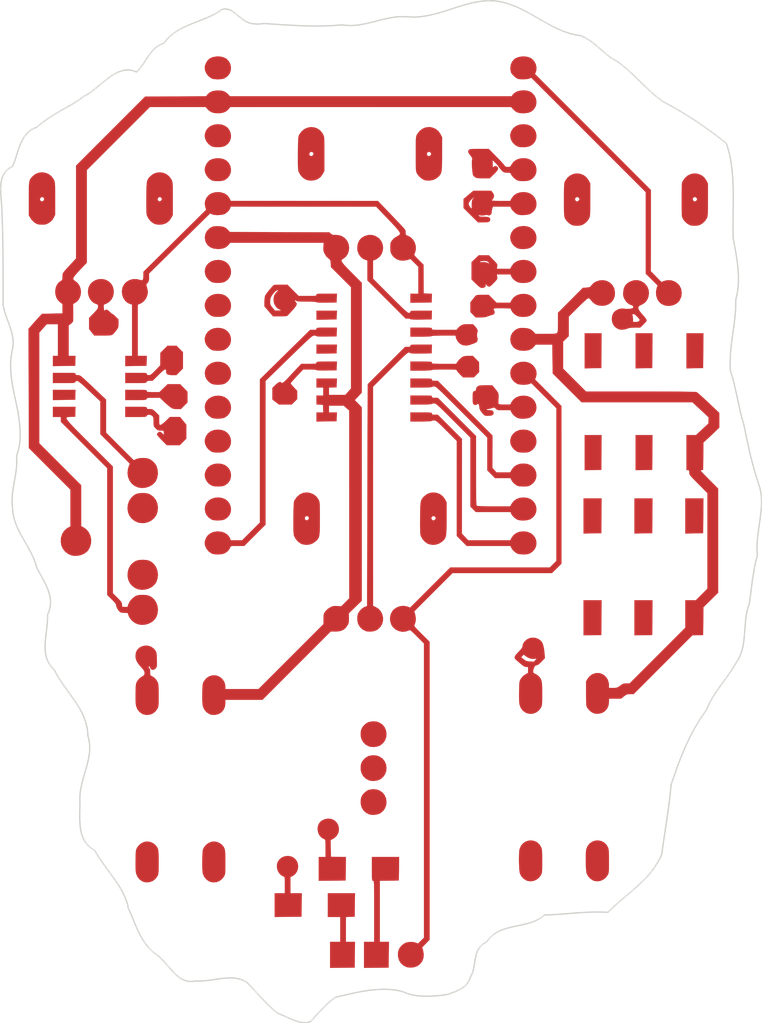
<source format=kicad_pcb>
(kicad_pcb (version 4) (host pcbnew 4.0.7)
  (layers (0 F.Cu signal) (31 B.Cu signal) (34 B.Paste user) (35 F.Paste user) (36 B.SilkS user) (37 F.SilkS user) (38 B.Mask user) (39 F.Mask user) (44 Edge.Cuts user))
  (net 0 "")
  (module LOGO (layer F.Cu) (at 0 0)
    (fp_text reference "G***" hide)
    (fp_text value "LOGO" hide)
    (fp_poly (pts (xy -7.248724 33.221084) (xy -7.260166 34.099500) (xy -7.588250 34.111864) (xy -7.916333 34.124228) (xy -7.916333 35.983334) (xy -7.237410 35.983334) (xy -7.260166 37.909500) (xy -9.101666 37.932318) (xy -9.101666 35.983334) (xy -8.339666 35.983334) (xy -8.339666 34.120667) (xy -9.271000 34.120667) (xy -9.271000 32.342667) (xy -7.237282 32.342667) (xy -7.248724 33.221084)) (layer F.Cu) (width 0.010000))
    (fp_poly (pts (xy -3.946724 30.511750) (xy -3.958166 31.390167) (xy -4.667250 31.401774) (xy -5.376333 31.413381) (xy -5.376333 35.983334) (xy -4.697410 35.983334) (xy -4.720166 37.909500) (xy -6.561666 37.932318) (xy -6.561666 35.983334) (xy -5.799666 35.983334) (xy -5.799666 33.697334) (xy -5.799727 33.199701) (xy -5.800074 32.780085) (xy -5.800954 32.431834) (xy -5.802611 32.148299) (xy -5.805294 31.922828) (xy -5.809248 31.748772) (xy -5.814720 31.619480) (xy -5.821955 31.528302) (xy -5.831201 31.468586) (xy -5.842703 31.433683) (xy -5.856708 31.416942) (xy -5.873463 31.411713) (xy -5.884333 31.411334) (xy -5.912489 31.408124) (xy -5.933595 31.391395) (xy -5.948666 31.350498) (xy -5.958716 31.274785) (xy -5.964759 31.153605) (xy -5.967810 30.976311) (xy -5.968883 30.732254) (xy -5.969000 30.522334) (xy -5.969000 29.633334) (xy -3.935282 29.633334) (xy -3.946724 30.511750)) (layer F.Cu) (width 0.010000))
    (fp_poly (pts (xy 5.640661 -7.410583) (xy 5.880296 -7.323004) (xy 6.079554 -7.176748) (xy 6.230322 -6.986404) (xy 6.324485 -6.766560) (xy 6.353930 -6.531805) (xy 6.310541 -6.296728) (xy 6.289414 -6.244166) (xy 6.232647 -6.117166) (xy 7.223255 -5.121410) (xy 8.213864 -4.125654) (xy 8.214207 1.778923) (xy 8.214551 7.683500) (xy 7.504779 8.382000) (xy 0.063033 8.382000) (xy -1.368731 9.814229) (xy -2.800496 11.246458) (xy -2.729554 11.490487) (xy -2.683689 11.764135) (xy -2.702376 12.027434) (xy -2.774231 12.237037) (xy -2.791662 12.276494) (xy -2.794953 12.315359) (xy -2.777051 12.362871) (xy -2.730904 12.428267) (xy -2.649458 12.520787) (xy -2.525661 12.649668) (xy -2.352459 12.824148) (xy -2.240967 12.935528) (xy -1.651000 13.524366) (xy -1.651000 35.822232) (xy -1.928683 36.109862) (xy -2.206366 36.397491) (xy -2.136156 36.639004) (xy -2.089598 36.929046) (xy -2.117527 37.203634) (xy -2.215204 37.450563) (xy -2.377888 37.657629) (xy -2.589783 37.807049) (xy -2.798249 37.879373) (xy -3.038801 37.910514) (xy -3.270985 37.897033) (xy -3.368880 37.873280) (xy -3.618053 37.751029) (xy -3.812167 37.571015) (xy -3.946178 37.343791) (xy -4.015041 37.079911) (xy -4.013710 36.789928) (xy -3.975923 36.603462) (xy -3.896740 36.439782) (xy -3.761959 36.275233) (xy -3.596649 36.134668) (xy -3.425877 36.042938) (xy -3.402922 36.035397) (xy -3.159300 35.990519) (xy -2.911613 35.992667) (xy -2.695859 36.041213) (xy -2.678768 36.048032) (xy -2.523923 36.112731) (xy -2.299128 35.890728) (xy -2.074333 35.668726) (xy -2.074333 13.653723) (xy -2.589611 13.137205) (xy -2.776689 12.950360) (xy -2.914301 12.816262) (xy -3.012545 12.727481) (xy -3.081517 12.676592) (xy -3.131312 12.656164) (xy -3.172028 12.658772) (xy -3.213760 12.676986) (xy -3.214586 12.677413) (xy -3.462020 12.760976) (xy -3.721923 12.772044) (xy -3.976672 12.716259) (xy -4.208644 12.599263) (xy -4.400215 12.426700) (xy -4.507098 12.263569) (xy -4.599354 11.993584) (xy -4.616336 11.718698) (xy -4.560298 11.455001) (xy -4.433495 11.218587) (xy -4.346576 11.117942) (xy -4.131046 10.959003) (xy -3.877319 10.862695) (xy -3.607523 10.833452) (xy -3.343783 10.875707) (xy -3.270639 10.902365) (xy -3.114998 10.967396) (xy -1.610198 9.463031) (xy -0.105398 7.958667) (xy 7.347484 7.958667) (xy 7.589575 7.714023) (xy 7.831667 7.469378) (xy 7.831667 -3.957476) (xy 6.894639 -4.895199) (xy 5.957611 -5.832921) (xy 5.816499 -5.773960) (xy 5.670044 -5.736312) (xy 5.477028 -5.717591) (xy 5.267967 -5.717492) (xy 5.073376 -5.735704) (xy 4.923769 -5.771920) (xy 4.897981 -5.783239) (xy 4.673650 -5.937162) (xy 4.506536 -6.138158) (xy 4.422381 -6.325763) (xy 4.383453 -6.585170) (xy 4.419511 -6.824009) (xy 4.521848 -7.034528) (xy 4.681760 -7.208974) (xy 4.890540 -7.339596) (xy 5.139483 -7.418642) (xy 5.419883 -7.438360) (xy 5.640661 -7.410583)) (layer F.Cu) (width 0.010000))
    (fp_poly (pts (xy -12.009328 29.590379) (xy -11.805461 29.690953) (xy -11.640597 29.853195) (xy -11.532118 30.066220) (xy -11.490503 30.297838) (xy -11.511468 30.530482) (xy -11.590732 30.746581) (xy -11.724013 30.928568) (xy -11.907029 31.058874) (xy -11.937805 31.072586) (xy -12.065000 31.125272) (xy -12.065000 32.342667) (xy -11.216615 32.342667) (xy -11.228058 33.221084) (xy -11.239500 34.099500) (xy -12.244916 34.110850) (xy -13.250333 34.122199) (xy -13.250333 32.342667) (xy -12.488333 32.342667) (xy -12.488333 31.731686) (xy -12.488831 31.492965) (xy -12.491662 31.325408) (xy -12.498834 31.215513) (xy -12.512355 31.149780) (xy -12.534233 31.114705) (xy -12.566475 31.096787) (xy -12.583583 31.091132) (xy -12.773930 30.990589) (xy -12.925014 30.830155) (xy -13.029865 30.628207) (xy -13.081514 30.403120) (xy -13.072995 30.173269) (xy -13.006851 29.975010) (xy -12.866979 29.784808) (xy -12.680274 29.649727) (xy -12.463752 29.571283) (xy -12.234431 29.550995) (xy -12.009328 29.590379)) (layer F.Cu) (width 0.010000))
    (fp_poly (pts (xy -22.700049 28.474102) (xy -22.485099 28.530836) (xy -22.291092 28.631802) (xy -22.196835 28.711423) (xy -22.112052 28.804347) (xy -22.047302 28.890136) (xy -21.999890 28.981787) (xy -21.967125 29.092295) (xy -21.946313 29.234656) (xy -21.934762 29.421865) (xy -21.929778 29.666918) (xy -21.928669 29.982811) (xy -21.928666 30.005573) (xy -21.929106 30.302740) (xy -21.931229 30.528352) (xy -21.936241 30.695520) (xy -21.945347 30.817353) (xy -21.959754 30.906961) (xy -21.980667 30.977455) (xy -22.009292 31.041945) (xy -22.027167 31.076592) (xy -22.179286 31.281338) (xy -22.380214 31.429702) (xy -22.612558 31.515675) (xy -22.858929 31.533245) (xy -23.101934 31.476403) (xy -23.138161 31.460554) (xy -23.349534 31.316840) (xy -23.513068 31.113436) (xy -23.615127 30.868105) (xy -23.624689 30.826879) (xy -23.642423 30.688654) (xy -23.654386 30.481077) (xy -23.660063 30.219301) (xy -23.658943 29.918475) (xy -23.657774 29.850655) (xy -23.652032 29.581393) (xy -23.645517 29.381887) (xy -23.636148 29.237235) (xy -23.621844 29.132535) (xy -23.600525 29.052886) (xy -23.570110 28.983387) (xy -23.528518 28.909136) (xy -23.525625 28.904209) (xy -23.362965 28.705987) (xy -23.146709 28.556832) (xy -22.901651 28.473822) (xy -22.900417 28.473606) (xy -22.700049 28.474102)) (layer F.Cu) (width 0.010000))
    (fp_poly (pts (xy -17.705731 28.474129) (xy -17.490862 28.530557) (xy -17.295710 28.631024) (xy -17.198907 28.711423) (xy -17.115197 28.803974) (xy -17.051076 28.895142) (xy -17.003966 28.997699) (xy -16.971292 29.124416) (xy -16.950475 29.288062) (xy -16.938940 29.501408) (xy -16.934108 29.777225) (xy -16.933333 30.027482) (xy -16.933801 30.320676) (xy -16.936040 30.542551) (xy -16.941303 30.706455) (xy -16.950843 30.825733) (xy -16.965914 30.913733) (xy -16.987768 30.983801) (xy -17.017659 31.049285) (xy -17.031833 31.076592) (xy -17.183448 31.280626) (xy -17.383867 31.428893) (xy -17.615551 31.515299) (xy -17.860960 31.533749) (xy -18.102556 31.478147) (xy -18.140196 31.461733) (xy -18.360820 31.313506) (xy -18.526948 31.107527) (xy -18.625864 30.859681) (xy -18.627367 30.853081) (xy -18.648423 30.700320) (xy -18.661347 30.471102) (xy -18.665856 30.173274) (xy -18.662750 29.866167) (xy -18.656975 29.593888) (xy -18.650525 29.391594) (xy -18.641381 29.244615) (xy -18.627522 29.138279) (xy -18.606927 29.057915) (xy -18.577577 28.988852) (xy -18.537452 28.916420) (xy -18.530291 28.904209) (xy -18.367632 28.705987) (xy -18.151376 28.556832) (xy -17.906318 28.473822) (xy -17.905084 28.473606) (xy -17.705731 28.474129)) (layer F.Cu) (width 0.010000))
    (fp_poly (pts (xy 6.197070 28.435058) (xy 6.402978 28.538689) (xy 6.578530 28.703028) (xy 6.707688 28.922890) (xy 6.731359 28.997410) (xy 6.748911 29.099515) (xy 6.761110 29.241136) (xy 6.768726 29.434205) (xy 6.772525 29.690652) (xy 6.773334 29.942815) (xy 6.772866 30.236009) (xy 6.770627 30.457885) (xy 6.765364 30.621788) (xy 6.755824 30.741067) (xy 6.740753 30.829067) (xy 6.718899 30.899135) (xy 6.689008 30.964618) (xy 6.674833 30.991925) (xy 6.526275 31.191140) (xy 6.328243 31.338682) (xy 6.099351 31.427756) (xy 5.858212 31.451571) (xy 5.623441 31.403331) (xy 5.588000 31.388601) (xy 5.367304 31.247574) (xy 5.196949 31.052432) (xy 5.100007 30.843888) (xy 5.077070 30.719711) (xy 5.059040 30.530619) (xy 5.046125 30.295968) (xy 5.038531 30.035110) (xy 5.036466 29.767399) (xy 5.040136 29.512191) (xy 5.049747 29.288838) (xy 5.065508 29.116695) (xy 5.080679 29.035687) (xy 5.185025 28.794740) (xy 5.340071 28.608880) (xy 5.532308 28.479046) (xy 5.748226 28.406173) (xy 5.974317 28.391198) (xy 6.197070 28.435058)) (layer F.Cu) (width 0.010000))
    (fp_poly (pts (xy 11.192404 28.435058) (xy 11.398311 28.538689) (xy 11.573863 28.703028) (xy 11.703021 28.922890) (xy 11.726693 28.997410) (xy 11.744244 29.099515) (xy 11.756444 29.241136) (xy 11.764059 29.434205) (xy 11.767859 29.690652) (xy 11.768667 29.942815) (xy 11.768199 30.236009) (xy 11.765960 30.457885) (xy 11.760697 30.621788) (xy 11.751157 30.741067) (xy 11.736086 30.829067) (xy 11.714232 30.899135) (xy 11.684341 30.964618) (xy 11.670167 30.991925) (xy 11.521608 31.191140) (xy 11.323576 31.338682) (xy 11.094684 31.427756) (xy 10.853546 31.451571) (xy 10.618774 31.403331) (xy 10.583334 31.388601) (xy 10.362637 31.247574) (xy 10.192282 31.052432) (xy 10.095340 30.843888) (xy 10.072403 30.719711) (xy 10.054373 30.530619) (xy 10.041458 30.295968) (xy 10.033865 30.035110) (xy 10.031799 29.767399) (xy 10.035469 29.512191) (xy 10.045081 29.288838) (xy 10.060841 29.116695) (xy 10.076012 29.035687) (xy 10.180358 28.794740) (xy 10.335404 28.608880) (xy 10.527641 28.479046) (xy 10.743559 28.406173) (xy 10.969650 28.391198) (xy 11.192404 28.435058)) (layer F.Cu) (width 0.010000))
    (fp_poly (pts (xy -8.981011 26.791704) (xy -8.776085 26.888608) (xy -8.616708 27.034294) (xy -8.505697 27.215818) (xy -8.445873 27.420237) (xy -8.440054 27.634606) (xy -8.491060 27.845981) (xy -8.601708 28.041420) (xy -8.774819 28.207976) (xy -8.896448 28.281957) (xy -9.061580 28.366201) (xy -9.038166 29.612167) (xy -8.476395 29.623985) (xy -7.914623 29.635803) (xy -7.926061 30.512985) (xy -7.937500 31.390167) (xy -8.942916 31.401516) (xy -9.948333 31.412866) (xy -9.948333 29.633334) (xy -9.440333 29.633334) (xy -9.440333 28.980020) (xy -9.440762 28.731947) (xy -9.443257 28.555524) (xy -9.449636 28.437735) (xy -9.461713 28.365563) (xy -9.481303 28.325992) (xy -9.510223 28.306005) (xy -9.535583 28.297132) (xy -9.729115 28.196117) (xy -9.879253 28.037483) (xy -9.981712 27.838704) (xy -10.032208 27.617253) (xy -10.026456 27.390604) (xy -9.960174 27.176230) (xy -9.850263 27.013666) (xy -9.687307 26.887210) (xy -9.478067 26.796797) (xy -9.258206 26.757180) (xy -9.228666 26.756526) (xy -8.981011 26.791704)) (layer F.Cu) (width 0.010000))
    (fp_poly (pts (xy -5.602133 24.583068) (xy -5.389431 24.660568) (xy -5.173348 24.810883) (xy -5.016322 25.007344) (xy -4.918401 25.235381) (xy -4.879632 25.480425) (xy -4.900065 25.727906) (xy -4.979746 25.963254) (xy -5.118724 26.171900) (xy -5.317047 26.339274) (xy -5.383783 26.377049) (xy -5.592249 26.449373) (xy -5.832801 26.480514) (xy -6.064985 26.467033) (xy -6.162880 26.443280) (xy -6.412053 26.321029) (xy -6.606167 26.141015) (xy -6.740178 25.913791) (xy -6.809041 25.649911) (xy -6.807710 25.359928) (xy -6.769923 25.173462) (xy -6.690740 25.009782) (xy -6.555959 24.845233) (xy -6.390649 24.704668) (xy -6.219877 24.612938) (xy -6.196922 24.605397) (xy -5.893808 24.554393) (xy -5.602133 24.583068)) (layer F.Cu) (width 0.010000))
    (fp_poly (pts (xy -5.602133 22.043068) (xy -5.389431 22.120568) (xy -5.173348 22.270883) (xy -5.016322 22.467344) (xy -4.918401 22.695381) (xy -4.879632 22.940425) (xy -4.900065 23.187906) (xy -4.979746 23.423254) (xy -5.118724 23.631900) (xy -5.317047 23.799274) (xy -5.383783 23.837049) (xy -5.592249 23.909373) (xy -5.832801 23.940514) (xy -6.064985 23.927033) (xy -6.162880 23.903280) (xy -6.412053 23.781029) (xy -6.606167 23.601015) (xy -6.740178 23.373791) (xy -6.809041 23.109911) (xy -6.807710 22.819928) (xy -6.769923 22.633462) (xy -6.690740 22.469782) (xy -6.555959 22.305233) (xy -6.390649 22.164668) (xy -6.219877 22.072938) (xy -6.196922 22.065397) (xy -5.893808 22.014393) (xy -5.602133 22.043068)) (layer F.Cu) (width 0.010000))
    (fp_poly (pts (xy -5.602133 19.503068) (xy -5.389431 19.580568) (xy -5.173348 19.730883) (xy -5.016322 19.927344) (xy -4.918401 20.155381) (xy -4.879632 20.400425) (xy -4.900065 20.647906) (xy -4.979746 20.883254) (xy -5.118724 21.091900) (xy -5.317047 21.259274) (xy -5.383783 21.297049) (xy -5.592249 21.369373) (xy -5.832801 21.400514) (xy -6.064985 21.387033) (xy -6.162880 21.363280) (xy -6.412053 21.241029) (xy -6.606167 21.061015) (xy -6.740178 20.833791) (xy -6.809041 20.569911) (xy -6.807710 20.279928) (xy -6.769923 20.093462) (xy -6.690740 19.929782) (xy -6.555959 19.765233) (xy -6.390649 19.624668) (xy -6.219877 19.532938) (xy -6.196922 19.525397) (xy -5.893808 19.474393) (xy -5.602133 19.503068)) (layer F.Cu) (width 0.010000))
    (fp_poly (pts (xy -22.733411 13.815213) (xy -22.501527 13.886464) (xy -22.302354 14.020410) (xy -22.190457 14.151881) (xy -22.142645 14.229855) (xy -22.109784 14.305848) (xy -22.088452 14.398662) (xy -22.075227 14.527097) (xy -22.066686 14.709954) (xy -22.062326 14.855836) (xy -22.057297 15.079528) (xy -22.057905 15.235708) (xy -22.066183 15.341454) (xy -22.084160 15.413843) (xy -22.113868 15.469954) (xy -22.139482 15.504584) (xy -22.243671 15.590525) (xy -22.360680 15.621351) (xy -22.467855 15.600340) (xy -22.542537 15.530771) (xy -22.563666 15.443200) (xy -22.592634 15.379336) (xy -22.627166 15.367000) (xy -22.683542 15.387104) (xy -22.690666 15.404150) (xy -22.661704 15.459321) (xy -22.627166 15.494000) (xy -22.584020 15.574382) (xy -22.564927 15.727605) (xy -22.563666 15.796565) (xy -22.560602 15.937934) (xy -22.545092 16.018609) (xy -22.507657 16.062512) (xy -22.447250 16.090408) (xy -22.274551 16.193191) (xy -22.117303 16.354642) (xy -22.008925 16.531167) (xy -21.981228 16.601020) (xy -21.960764 16.682731) (xy -21.946465 16.789735) (xy -21.937266 16.935465) (xy -21.932097 17.133355) (xy -21.929894 17.396838) (xy -21.929596 17.529925) (xy -21.929784 17.816967) (xy -21.931957 18.033069) (xy -21.937436 18.191957) (xy -21.947537 18.307354) (xy -21.963578 18.392986) (xy -21.986878 18.462577) (xy -22.018755 18.529851) (xy -22.027167 18.545925) (xy -22.178781 18.749959) (xy -22.379200 18.898226) (xy -22.610884 18.984632) (xy -22.856294 19.003082) (xy -23.097889 18.947480) (xy -23.135530 18.931066) (xy -23.358708 18.782044) (xy -23.522353 18.575577) (xy -23.619522 18.320571) (xy -23.622629 18.306138) (xy -23.643078 18.150328) (xy -23.655944 17.924005) (xy -23.660710 17.641026) (xy -23.657909 17.361673) (xy -23.651894 17.100984) (xy -23.644899 16.909318) (xy -23.634617 16.771042) (xy -23.618737 16.670524) (xy -23.594953 16.592131) (xy -23.560953 16.520230) (xy -23.524087 16.455584) (xy -23.370286 16.261335) (xy -23.196613 16.138084) (xy -23.076844 16.067150) (xy -23.014533 16.008386) (xy -22.991017 15.936892) (xy -22.987610 15.859228) (xy -22.994582 15.770982) (xy -23.023954 15.690209) (xy -23.087310 15.597155) (xy -23.196233 15.472068) (xy -23.246299 15.418097) (xy -23.442799 15.186935) (xy -23.572541 14.980199) (xy -23.643416 14.782362) (xy -23.663403 14.597173) (xy -23.633378 14.337598) (xy -23.538006 14.129971) (xy -23.373388 13.967994) (xy -23.219833 13.880679) (xy -22.979135 13.811628) (xy -22.733411 13.815213)) (layer F.Cu) (width 0.010000))
    (fp_poly (pts (xy -17.239202 -17.568295) (xy -17.029716 -17.515382) (xy -16.858939 -17.418170) (xy -16.723814 -17.289145) (xy -16.598447 -17.146359) (xy -9.150799 -17.123833) (xy -9.040844 -17.020526) (xy -8.952334 -16.954814) (xy -8.851043 -16.928162) (xy -8.724619 -16.928166) (xy -8.436107 -16.911074) (xy -8.187314 -16.823493) (xy -7.975471 -16.670792) (xy -7.812408 -16.469125) (xy -7.713084 -16.235212) (xy -7.675802 -15.985079) (xy -7.698868 -15.734752) (xy -7.780585 -15.500257) (xy -7.919258 -15.297619) (xy -8.113192 -15.142864) (xy -8.138583 -15.129057) (xy -8.202675 -15.089566) (xy -8.240276 -15.045272) (xy -8.246867 -14.989093) (xy -8.217931 -14.913945) (xy -8.148949 -14.812746) (xy -8.035403 -14.678414) (xy -7.872775 -14.503864) (xy -7.656547 -14.282015) (xy -7.493000 -14.117019) (xy -6.731000 -13.350966) (xy -6.731000 -5.120198) (xy -6.988806 -4.843075) (xy -7.246613 -4.565952) (xy -6.988806 -4.297473) (xy -6.731000 -4.028995) (xy -6.731000 10.454428) (xy -7.212590 10.922349) (xy -7.694179 11.390269) (xy -7.689162 11.738218) (xy -7.691283 11.934872) (xy -7.707514 12.075571) (xy -7.742529 12.188501) (xy -7.774952 12.255500) (xy -7.924235 12.475528) (xy -8.105473 12.628071) (xy -8.330404 12.719452) (xy -8.610771 12.755994) (xy -8.706528 12.757216) (xy -9.052224 12.754189) (xy -11.604204 15.309428) (xy -14.156185 17.864667) (xy -16.933333 17.864667) (xy -16.933333 18.112008) (xy -16.969952 18.385924) (xy -17.074079 18.620681) (xy -17.237116 18.806705) (xy -17.450468 18.934422) (xy -17.705538 18.994257) (xy -17.726864 18.995787) (xy -17.941284 18.990497) (xy -18.118209 18.940954) (xy -18.140196 18.931066) (xy -18.360875 18.782807) (xy -18.527001 18.576748) (xy -18.625987 18.328619) (xy -18.627502 18.321970) (xy -18.648881 18.167597) (xy -18.661824 17.938597) (xy -18.665970 17.644626) (xy -18.662884 17.377390) (xy -18.656824 17.113414) (xy -18.649882 16.918755) (xy -18.639845 16.778075) (xy -18.624500 16.676035) (xy -18.601635 16.597295) (xy -18.569037 16.526516) (xy -18.530291 16.458209) (xy -18.362721 16.250072) (xy -18.150321 16.107151) (xy -17.907367 16.035149) (xy -17.648130 16.039771) (xy -17.544096 16.064048) (xy -17.314827 16.173983) (xy -17.129189 16.346189) (xy -16.999230 16.564382) (xy -16.936996 16.812280) (xy -16.933333 16.889640) (xy -16.933333 17.060334) (xy -14.456557 17.060334) (xy -12.026265 14.629765) (xy -9.595972 12.199197) (xy -9.592236 11.818218) (xy -9.588117 11.630543) (xy -9.576238 11.501997) (xy -9.550680 11.407063) (xy -9.505520 11.320222) (xy -9.461238 11.253703) (xy -9.284267 11.067838) (xy -9.101404 10.950385) (xy -8.964819 10.885868) (xy -8.850209 10.852297) (xy -8.720826 10.842699) (xy -8.564933 10.848583) (xy -8.261032 10.866564) (xy -7.961683 10.565203) (xy -7.662333 10.263842) (xy -7.665450 3.237505) (xy -7.668567 -3.788833) (xy -7.878683 -3.968750) (xy -8.088799 -4.148666) (xy -9.186333 -4.148666) (xy -9.186333 -3.640666) (xy -8.590105 -3.640666) (xy -8.614833 -2.984500) (xy -9.366250 -2.972940) (xy -10.117666 -2.961380) (xy -10.117666 -3.640666) (xy -9.605798 -3.640666) (xy -9.618316 -3.926416) (xy -9.630833 -4.212166) (xy -9.874250 -4.224862) (xy -10.117666 -4.237558) (xy -10.117666 -4.910666) (xy -9.609666 -4.910666) (xy -9.609666 -5.503333) (xy -10.117666 -5.503333) (xy -10.117666 -6.180666) (xy -8.590105 -6.180666) (xy -8.614833 -5.524500) (xy -8.900583 -5.511982) (xy -9.186333 -5.499465) (xy -9.186333 -4.953000) (xy -7.965439 -4.953000) (xy -7.750386 -5.194284) (xy -7.535333 -5.435567) (xy -7.535333 -13.016641) (xy -8.284637 -13.766813) (xy -9.033941 -14.516986) (xy -9.051412 -14.791360) (xy -9.063896 -14.941975) (xy -9.085839 -15.035202) (xy -9.129964 -15.098260) (xy -9.208991 -15.158365) (xy -9.229271 -15.171875) (xy -9.386058 -15.321119) (xy -9.505260 -15.514292) (xy -9.568474 -15.656105) (xy -9.600053 -15.774886) (xy -9.606876 -15.909322) (xy -9.599748 -16.045618) (xy -9.578638 -16.340666) (xy -16.573500 -16.340664) (xy -16.695294 -16.188021) (xy -16.853804 -16.035141) (xy -17.048952 -15.936208) (xy -17.295166 -15.885601) (xy -17.496352 -15.875930) (xy -17.805747 -15.906455) (xy -18.059573 -15.999265) (xy -18.256298 -16.153365) (xy -18.394387 -16.367764) (xy -18.437619 -16.485763) (xy -18.474015 -16.747186) (xy -18.431761 -16.998386) (xy -18.316749 -17.224541) (xy -18.134871 -17.410827) (xy -18.046458 -17.469841) (xy -17.931811 -17.530127) (xy -17.824007 -17.565022) (xy -17.692577 -17.581018) (xy -17.507833 -17.584611) (xy -17.239202 -17.568295)) (layer F.Cu) (width 0.010000))
    (fp_poly (pts (xy 6.281564 13.236645) (xy 6.496078 13.316849) (xy 6.673294 13.444387) (xy 6.787909 13.602256) (xy 6.843223 13.760144) (xy 6.893080 13.980042) (xy 6.933238 14.239304) (xy 6.959451 14.515282) (xy 6.959685 14.518937) (xy 6.974394 14.750373) (xy 6.718987 15.016353) (xy 6.566688 15.164650) (xy 6.452063 15.250936) (xy 6.364660 15.282858) (xy 6.353873 15.283426) (xy 6.269950 15.304114) (xy 6.205003 15.377431) (xy 6.170084 15.445461) (xy 6.121477 15.583405) (xy 6.096778 15.716782) (xy 6.096000 15.737419) (xy 6.109469 15.832709) (xy 6.166401 15.887150) (xy 6.236635 15.914848) (xy 6.357044 15.976147) (xy 6.481473 16.070787) (xy 6.509656 16.098048) (xy 6.592793 16.190088) (xy 6.656473 16.281045) (xy 6.703256 16.383671) (xy 6.735700 16.510715) (xy 6.756364 16.674929) (xy 6.767805 16.889062) (xy 6.772583 17.165866) (xy 6.773334 17.412149) (xy 6.772866 17.705343) (xy 6.770627 17.927218) (xy 6.765364 18.091121) (xy 6.755824 18.210400) (xy 6.740753 18.298400) (xy 6.718899 18.368468) (xy 6.689008 18.433951) (xy 6.674833 18.461258) (xy 6.523219 18.665292) (xy 6.322800 18.813560) (xy 6.091116 18.899966) (xy 5.845706 18.918415) (xy 5.604111 18.862814) (xy 5.566470 18.846399) (xy 5.345847 18.698173) (xy 5.179719 18.492194) (xy 5.080802 18.244348) (xy 5.079299 18.237747) (xy 5.058243 18.084986) (xy 5.045320 17.855769) (xy 5.040811 17.557941) (xy 5.043917 17.250834) (xy 5.049671 16.978711) (xy 5.056079 16.776549) (xy 5.065182 16.629652) (xy 5.079022 16.523325) (xy 5.099640 16.442873) (xy 5.129077 16.373601) (xy 5.169376 16.300814) (xy 5.177913 16.286251) (xy 5.331714 16.092002) (xy 5.505387 15.968751) (xy 5.713780 15.853834) (xy 5.715000 15.409334) (xy 5.577417 15.408957) (xy 5.516308 15.402680) (xy 5.449881 15.379295) (xy 5.367652 15.331466) (xy 5.259141 15.251855) (xy 5.113867 15.133124) (xy 4.921349 14.967938) (xy 4.815417 14.875537) (xy 4.734334 14.787816) (xy 4.704646 14.700953) (xy 4.710172 14.679631) (xy 5.201670 14.679631) (xy 5.385862 14.830563) (xy 5.502289 14.917141) (xy 5.607303 14.965481) (xy 5.737846 14.988996) (xy 5.843611 14.996757) (xy 5.987327 15.005440) (xy 6.093978 15.013125) (xy 6.138334 15.017834) (xy 6.175449 14.991852) (xy 6.240878 14.920152) (xy 6.258939 14.897821) (xy 6.358378 14.771993) (xy 6.189198 14.799046) (xy 5.954474 14.795192) (xy 5.716129 14.714408) (xy 5.540356 14.602623) (xy 5.386879 14.482485) (xy 5.294274 14.581058) (xy 5.201670 14.679631) (xy 4.710172 14.679631) (xy 4.730174 14.602466) (xy 4.814736 14.479871) (xy 4.962151 14.320683) (xy 4.995334 14.287500) (xy 5.162958 14.109624) (xy 5.261937 13.976977) (xy 5.291667 13.895693) (xy 5.331304 13.701740) (xy 5.440162 13.518241) (xy 5.603157 13.363491) (xy 5.805208 13.255787) (xy 5.824693 13.249060) (xy 6.050766 13.211481) (xy 6.281564 13.236645)) (layer F.Cu) (width 0.010000))
    (fp_poly (pts (xy 11.601517 -13.484505) (xy 11.828811 -13.366234) (xy 12.014988 -13.191106) (xy 12.146639 -12.964633) (xy 12.175552 -12.880533) (xy 12.222088 -12.589684) (xy 12.193403 -12.319351) (xy 12.096759 -12.079523) (xy 11.939420 -11.880186) (xy 11.728648 -11.731328) (xy 11.471704 -11.642936) (xy 11.260667 -11.622336) (xy 10.962147 -11.655486) (xy 10.712969 -11.757388) (xy 10.512929 -11.928140) (xy 10.453453 -12.005686) (xy 10.341333 -12.139148) (xy 10.245015 -12.191267) (xy 10.233471 -12.192000) (xy 10.169762 -12.162912) (xy 10.055376 -12.074839) (xy 9.888941 -11.926572) (xy 9.669084 -11.716900) (xy 9.452338 -11.502662) (xy 8.763000 -10.813323) (xy 8.763000 -9.353059) (xy 8.551334 -9.147969) (xy 8.339667 -8.942879) (xy 8.339667 -6.920725) (xy 9.197295 -6.063863) (xy 10.054923 -5.207000) (xy 14.153078 -5.207000) (xy 14.891798 -5.206700) (xy 15.549059 -5.205775) (xy 16.128067 -5.204187) (xy 16.632028 -5.201901) (xy 17.064149 -5.198878) (xy 17.427634 -5.195081) (xy 17.725691 -5.190474) (xy 17.961524 -5.185019) (xy 18.138340 -5.178680) (xy 18.259346 -5.171418) (xy 18.327745 -5.163197) (xy 18.343700 -5.158473) (xy 18.397604 -5.119979) (xy 18.496336 -5.036889) (xy 18.642434 -4.906875) (xy 18.838438 -4.727609) (xy 19.086885 -4.496765) (xy 19.390316 -4.212015) (xy 19.751269 -3.871032) (xy 19.841532 -3.785506) (xy 20.023667 -3.612846) (xy 20.023667 -2.503526) (xy 19.653250 -2.148002) (xy 19.481978 -1.984477) (xy 19.307442 -1.819290) (xy 19.152764 -1.674249) (xy 19.061325 -1.589639) (xy 18.839816 -1.386800) (xy 18.828491 -0.365317) (xy 18.817167 0.656167) (xy 18.695168 0.670101) (xy 18.658904 0.677348) (xy 18.642274 0.693890) (xy 18.651131 0.727044) (xy 18.691328 0.784130) (xy 18.768718 0.872466) (xy 18.889154 0.999372) (xy 19.058489 1.172165) (xy 19.256085 1.371502) (xy 19.939000 2.058969) (xy 19.939000 9.854228) (xy 19.389391 10.395352) (xy 18.839781 10.936476) (xy 18.817167 13.017500) (xy 18.412679 13.029517) (xy 18.008190 13.041533) (xy 15.810882 15.241433) (xy 13.613574 17.441334) (xy 13.357870 17.441783) (xy 13.208474 17.447145) (xy 13.101267 17.471481) (xy 12.999336 17.528128) (xy 12.890500 17.610667) (xy 12.678834 17.779100) (xy 12.223750 17.779550) (xy 11.768667 17.780000) (xy 11.768667 18.027342) (xy 11.732048 18.301258) (xy 11.627921 18.536015) (xy 11.464884 18.722039) (xy 11.251532 18.849755) (xy 10.996462 18.909590) (xy 10.975136 18.911120) (xy 10.760716 18.905831) (xy 10.583791 18.856287) (xy 10.561804 18.846399) (xy 10.402560 18.745228) (xy 10.252901 18.605047) (xy 10.137322 18.451950) (xy 10.086529 18.340140) (xy 10.076668 18.263463) (xy 10.068018 18.116961) (xy 10.061068 17.915474) (xy 10.056306 17.673841) (xy 10.054220 17.406901) (xy 10.054167 17.356667) (xy 10.054167 16.488834) (xy 10.171709 16.288875) (xy 10.335970 16.085444) (xy 10.546031 15.941935) (xy 10.785076 15.865684) (xy 11.036296 15.864026) (xy 11.111082 15.879059) (xy 11.349720 15.980337) (xy 11.543523 16.145667) (xy 11.682719 16.362033) (xy 11.757531 16.616420) (xy 11.767737 16.753417) (xy 11.768667 16.975667) (xy 12.076723 16.975667) (xy 12.241771 16.972665) (xy 12.355286 16.956657) (xy 12.450362 16.917136) (xy 12.560095 16.843595) (xy 12.610140 16.806334) (xy 12.744005 16.712100) (xy 12.849411 16.661016) (xy 12.961465 16.640300) (xy 13.075246 16.637000) (xy 13.314990 16.637000) (xy 15.399328 14.551085) (xy 17.483667 12.465170) (xy 17.483667 10.414000) (xy 18.268346 10.414000) (xy 18.701507 9.979361) (xy 19.134667 9.544721) (xy 19.134667 2.395061) (xy 18.457334 1.713213) (xy 18.239269 1.493144) (xy 18.073844 1.323698) (xy 17.953796 1.195667) (xy 17.871862 1.099840) (xy 17.820778 1.027008) (xy 17.793282 0.967960) (xy 17.782111 0.913488) (xy 17.780000 0.854381) (xy 17.780000 0.854349) (xy 17.774793 0.742134) (xy 17.749850 0.691000) (xy 17.691186 0.677557) (xy 17.674167 0.677334) (xy 17.568334 0.677334) (xy 17.568334 -1.947333) (xy 18.278563 -1.947333) (xy 18.744953 -2.381250) (xy 19.211343 -2.815166) (xy 19.215261 -3.048000) (xy 19.219179 -3.280833) (xy 18.617446 -3.841750) (xy 18.015713 -4.402666) (xy 9.718880 -4.402666) (xy 8.637690 -5.481410) (xy 7.556500 -6.560153) (xy 7.543880 -7.640410) (xy 7.531261 -8.720666) (xy 6.908880 -8.720665) (xy 6.286500 -8.720664) (xy 6.164706 -8.568021) (xy 6.006196 -8.415141) (xy 5.811048 -8.316208) (xy 5.564834 -8.265601) (xy 5.363648 -8.255930) (xy 5.054253 -8.286455) (xy 4.800427 -8.379265) (xy 4.603702 -8.533365) (xy 4.465613 -8.747764) (xy 4.422381 -8.865763) (xy 4.385985 -9.127186) (xy 4.428239 -9.378386) (xy 4.543251 -9.604541) (xy 4.725129 -9.790827) (xy 4.813542 -9.849841) (xy 4.928189 -9.910127) (xy 5.035993 -9.945022) (xy 5.167423 -9.961018) (xy 5.352167 -9.964611) (xy 5.620616 -9.948330) (xy 5.829963 -9.895494) (xy 6.000717 -9.798363) (xy 6.136783 -9.668465) (xy 6.262747 -9.525000) (xy 7.040646 -9.525000) (xy 7.318454 -9.525723) (xy 7.523968 -9.528644) (xy 7.669553 -9.534893) (xy 7.767577 -9.545599) (xy 7.830404 -9.561890) (xy 7.870400 -9.584896) (xy 7.888606 -9.602417) (xy 7.914934 -9.642960) (xy 7.933891 -9.705957) (xy 7.946609 -9.804203) (xy 7.954220 -9.950495) (xy 7.957856 -10.157631) (xy 7.958667 -10.394220) (xy 7.958667 -11.108608) (xy 8.887027 -12.039692) (xy 9.815387 -12.970775) (xy 10.082944 -12.988348) (xy 10.231897 -13.001357) (xy 10.325039 -13.025093) (xy 10.391172 -13.073359) (xy 10.459096 -13.159961) (xy 10.468386 -13.173089) (xy 10.629084 -13.336047) (xy 10.807052 -13.443048) (xy 11.077226 -13.528425) (xy 11.346518 -13.540406) (xy 11.601517 -13.484505)) (layer F.Cu) (width 0.010000))
    (fp_poly (pts (xy 11.197167 13.017500) (xy 10.530417 13.029158) (xy 9.863667 13.040817) (xy 9.863667 10.414000) (xy 11.219557 10.414000) (xy 11.197167 13.017500)) (layer F.Cu) (width 0.010000))
    (fp_poly (pts (xy 15.007167 13.017500) (xy 14.340417 13.029158) (xy 13.673667 13.040817) (xy 13.673667 10.414000) (xy 15.029557 10.414000) (xy 15.007167 13.017500)) (layer F.Cu) (width 0.010000))
    (fp_poly (pts (xy -1.502833 -8.064500) (xy -2.296583 -8.052982) (xy -2.611977 -8.050691) (xy -2.849520 -8.054029) (xy -3.007263 -8.062919) (xy -3.083258 -8.077282) (xy -3.090333 -8.084732) (xy -3.126862 -8.116104) (xy -3.207010 -8.128000) (xy -3.244888 -8.119212) (xy -3.298525 -8.089584) (xy -3.373264 -8.034215) (xy -3.474449 -7.948206) (xy -3.607423 -7.826658) (xy -3.777530 -7.664672) (xy -3.990114 -7.457348) (xy -4.250519 -7.199787) (xy -4.564088 -6.887089) (xy -4.604010 -6.847160) (xy -5.884333 -5.566321) (xy -5.884333 10.833372) (xy -5.704416 10.913464) (xy -5.476621 11.055854) (xy -5.306209 11.245462) (xy -5.193713 11.468249) (xy -5.139671 11.710174) (xy -5.144617 11.957196) (xy -5.209087 12.195274) (xy -5.333615 12.410367) (xy -5.518738 12.588435) (xy -5.637783 12.661049) (xy -5.846249 12.733373) (xy -6.086801 12.764514) (xy -6.318985 12.751033) (xy -6.416880 12.727280) (xy -6.666053 12.605029) (xy -6.860167 12.425015) (xy -6.994178 12.197791) (xy -7.063041 11.933911) (xy -7.061710 11.643928) (xy -7.023923 11.457462) (xy -6.950218 11.303987) (xy -6.824750 11.144972) (xy -6.672566 11.006029) (xy -6.518710 10.912771) (xy -6.476565 10.897702) (xy -6.328833 10.855334) (xy -6.307666 2.548463) (xy -6.286500 -5.758408) (xy -4.888182 -7.154871) (xy -3.489863 -8.551333) (xy -3.290098 -8.551333) (xy -3.167547 -8.556353) (xy -3.108144 -8.577411) (xy -3.090666 -8.623501) (xy -3.090333 -8.636000) (xy -3.086876 -8.665377) (xy -3.069054 -8.687036) (xy -3.025686 -8.702151) (xy -2.945596 -8.711895) (xy -2.817604 -8.717443) (xy -2.630531 -8.719970) (xy -2.373199 -8.720648) (xy -2.284219 -8.720666) (xy -1.478105 -8.720666) (xy -1.502833 -8.064500)) (layer F.Cu) (width 0.010000))
    (fp_poly (pts (xy -28.160602 -3.693583) (xy -28.172833 -3.323166) (xy -28.500916 -3.310802) (xy -28.610484 -3.306570) (xy -28.701341 -3.299870) (xy -28.770401 -3.286367) (xy -28.814578 -3.261725) (xy -28.830786 -3.221610) (xy -28.815938 -3.161687) (xy -28.766950 -3.077620) (xy -28.680734 -2.965075) (xy -28.554206 -2.819715) (xy -28.384278 -2.637207) (xy -28.167865 -2.413216) (xy -27.901881 -2.143405) (xy -27.583240 -1.823441) (xy -27.208856 -1.448987) (xy -27.093333 -1.333500) (xy -25.357666 0.401780) (xy -25.357666 9.886820) (xy -25.021066 10.221446) (xy -24.871011 10.373708) (xy -24.772123 10.484657) (xy -24.713322 10.570377) (xy -24.683531 10.646949) (xy -24.671816 10.728453) (xy -24.659166 10.900834) (xy -24.462200 10.913568) (xy -24.265233 10.926303) (xy -24.195022 10.714916) (xy -24.082227 10.491118) (xy -23.908400 10.285793) (xy -23.696832 10.125014) (xy -23.641347 10.095118) (xy -23.518193 10.048272) (xy -23.368361 10.022177) (xy -23.166006 10.012788) (xy -23.114000 10.012561) (xy -22.847911 10.027875) (xy -22.637456 10.079705) (xy -22.458006 10.177607) (xy -22.284935 10.331141) (xy -22.280062 10.336207) (xy -22.119581 10.561720) (xy -22.020385 10.827185) (xy -21.983577 11.113002) (xy -22.010261 11.399572) (xy -22.101538 11.667293) (xy -22.196439 11.822468) (xy -22.387277 12.010231) (xy -22.631245 12.149834) (xy -22.907814 12.234862) (xy -23.196453 12.258896) (xy -23.464796 12.218923) (xy -23.727174 12.103233) (xy -23.951931 11.921572) (xy -24.122438 11.689623) (xy -24.191599 11.533386) (xy -24.248815 11.366500) (xy -24.527603 11.353993) (xy -24.678726 11.344817) (xy -24.774614 11.324713) (xy -24.844635 11.279447) (xy -24.918155 11.194786) (xy -24.955029 11.146822) (xy -25.064155 10.971343) (xy -25.103605 10.824837) (xy -25.103666 10.819669) (xy -25.113856 10.749490) (xy -25.151173 10.673134) (xy -25.225744 10.576576) (xy -25.347693 10.445789) (xy -25.442333 10.350500) (xy -25.781000 10.013820) (xy -25.781000 0.528780) (xy -27.516666 -1.206500) (xy -29.252333 -2.941779) (xy -29.252333 -3.302000) (xy -29.845000 -3.302000) (xy -29.845000 -4.064000) (xy -28.148370 -4.064000) (xy -28.160602 -3.693583)) (layer F.Cu) (width 0.010000))
    (fp_poly (pts (xy -22.847911 7.403208) (xy -22.637456 7.455038) (xy -22.458006 7.552941) (xy -22.284935 7.706474) (xy -22.280062 7.711541) (xy -22.119581 7.937053) (xy -22.020385 8.202518) (xy -21.983577 8.488335) (xy -22.010261 8.774905) (xy -22.101538 9.042627) (xy -22.196439 9.197802) (xy -22.387277 9.385564) (xy -22.631245 9.525168) (xy -22.907814 9.610195) (xy -23.196453 9.634229) (xy -23.464796 9.594257) (xy -23.705333 9.488363) (xy -23.926326 9.320441) (xy -24.076641 9.145050) (xy -24.197655 8.897616) (xy -24.254057 8.620825) (xy -24.247420 8.335020) (xy -24.179318 8.060543) (xy -24.051326 7.817735) (xy -23.965978 7.715197) (xy -23.793108 7.560563) (xy -23.617567 7.460868) (xy -23.414534 7.406577) (xy -23.159185 7.388153) (xy -23.114000 7.387894) (xy -22.847911 7.403208)) (layer F.Cu) (width 0.010000))
    (fp_poly (pts (xy 5.637656 -27.728188) (xy 5.865052 -27.655316) (xy 6.010928 -27.566295) (xy 6.188043 -27.375660) (xy 6.300836 -27.146214) (xy 6.344704 -26.896500) (xy 6.315049 -26.645066) (xy 6.269988 -26.521833) (xy 6.140982 -26.314635) (xy 5.968823 -26.167856) (xy 5.745013 -26.076986) (xy 5.461049 -26.037514) (xy 5.352341 -26.035000) (xy 5.103436 -26.048784) (xy 4.910878 -26.096677) (xy 4.749907 -26.188489) (xy 4.595766 -26.334031) (xy 4.594696 -26.335215) (xy 4.446069 -26.499727) (xy -6.063715 -26.500352) (xy -16.573500 -26.500977) (xy -16.695294 -26.348178) (xy -16.853853 -26.195154) (xy -17.049139 -26.096147) (xy -17.295541 -26.045545) (xy -17.495936 -26.035930) (xy -17.761363 -26.052703) (xy -17.970789 -26.110668) (xy -18.146489 -26.218745) (xy -18.280131 -26.350006) (xy -18.412413 -26.500666) (xy -20.498765 -26.500666) (xy -22.585117 -26.500667) (xy -24.945058 -24.140443) (xy -27.305000 -21.780219) (xy -27.305000 -14.849976) (xy -27.591626 -14.547571) (xy -27.836062 -14.288666) (xy -28.025937 -14.082991) (xy -28.165371 -13.922746) (xy -28.258482 -13.800126) (xy -28.309390 -13.707330) (xy -28.322213 -13.636555) (xy -28.301072 -13.579999) (xy -28.250084 -13.529859) (xy -28.173370 -13.478332) (xy -28.160352 -13.470281) (xy -27.971523 -13.308823) (xy -27.839533 -13.102818) (xy -27.764000 -12.868119) (xy -27.744540 -12.620584) (xy -27.780771 -12.376068) (xy -27.872311 -12.150427) (xy -28.018777 -11.959517) (xy -28.199952 -11.829089) (xy -28.325284 -11.764277) (xy -28.318926 -11.142055) (xy -28.318574 -10.916079) (xy -28.321917 -10.716517) (xy -28.328393 -10.560507) (xy -28.337442 -10.465193) (xy -28.341628 -10.447969) (xy -28.392423 -10.377917) (xy -28.483523 -10.291200) (xy -28.515177 -10.265898) (xy -28.659666 -10.155691) (xy -28.659666 -7.874000) (xy -28.148370 -7.874000) (xy -28.160602 -7.503583) (xy -28.172833 -7.133166) (xy -29.008916 -7.121688) (xy -29.845000 -7.110210) (xy -29.845000 -7.874000) (xy -29.464000 -7.874000) (xy -29.464000 -10.244666) (xy -30.300289 -10.244666) (xy -30.580644 -9.931419) (xy -30.861000 -9.618171) (xy -30.861000 -1.334992) (xy -29.294666 0.233398) (xy -27.728333 1.801788) (xy -27.728333 4.866613) (xy -27.566695 4.949074) (xy -27.335326 5.111477) (xy -27.159068 5.325595) (xy -27.040454 5.576780) (xy -26.982018 5.850385) (xy -26.986294 6.131761) (xy -27.055814 6.406262) (xy -27.193113 6.659238) (xy -27.257063 6.739317) (xy -27.450459 6.900624) (xy -27.696132 7.016918) (xy -27.971224 7.082214) (xy -28.252876 7.090530) (xy -28.460129 7.054257) (xy -28.710817 6.943559) (xy -28.931926 6.769400) (xy -29.105051 6.549998) (xy -29.209321 6.312647) (xy -29.255803 6.012965) (xy -29.232879 5.721056) (xy -29.145911 5.451486) (xy -29.000267 5.218822) (xy -28.801309 5.037629) (xy -28.722264 4.990227) (xy -28.532666 4.889646) (xy -28.532666 2.138257) (xy -31.644166 -0.974081) (xy -31.666476 -9.902499) (xy -31.417716 -10.189999) (xy -31.261998 -10.367511) (xy -31.085770 -10.564714) (xy -30.925289 -10.741064) (xy -30.914577 -10.752666) (xy -30.660196 -11.027833) (xy -29.892765 -11.041089) (xy -29.125333 -11.054344) (xy -29.125333 -11.757152) (xy -29.293265 -11.873529) (xy -29.467151 -12.039830) (xy -29.587492 -12.249523) (xy -29.654727 -12.486261) (xy -29.669293 -12.733699) (xy -29.631627 -12.975490) (xy -29.542167 -13.195288) (xy -29.401350 -13.376748) (xy -29.250145 -13.484298) (xy -29.180293 -13.526877) (xy -29.142921 -13.579169) (xy -29.127960 -13.666774) (xy -29.125333 -13.801632) (xy -29.125568 -13.886635) (xy -29.121771 -13.955809) (xy -29.107188 -14.019200) (xy -29.075067 -14.086856) (xy -29.018652 -14.168821) (xy -28.931192 -14.275143) (xy -28.805932 -14.415868) (xy -28.636119 -14.601042) (xy -28.458688 -14.793318) (xy -28.109333 -15.172136) (xy -28.109333 -22.117718) (xy -25.527320 -24.700776) (xy -22.945306 -27.283833) (xy -18.376918 -27.307125) (xy -18.289830 -27.429429) (xy -18.130552 -27.582005) (xy -17.908915 -27.686666) (xy -17.634892 -27.739505) (xy -17.483666 -27.745289) (xy -17.212087 -27.724290) (xy -16.997891 -27.660631) (xy -16.821351 -27.546612) (xy -16.723217 -27.448465) (xy -16.597253 -27.305000) (xy 4.485382 -27.305000) (xy 4.555863 -27.412568) (xy 4.699295 -27.559429) (xy 4.898861 -27.666499) (xy 5.134890 -27.731702) (xy 5.387712 -27.752957) (xy 5.637656 -27.728188)) (layer F.Cu) (width 0.010000))
    (fp_poly (pts (xy -8.614833 -9.334500) (xy -9.366250 -9.322940) (xy -9.671490 -9.320658) (xy -9.899278 -9.324314) (xy -10.047483 -9.333818) (xy -10.113972 -9.349079) (xy -10.117666 -9.354690) (xy -10.155091 -9.382384) (xy -10.248035 -9.397214) (xy -10.278530 -9.398000) (xy -10.314653 -9.396004) (xy -10.352775 -9.387017) (xy -10.397940 -9.366539) (xy -10.455194 -9.330071) (xy -10.529581 -9.273114) (xy -10.626147 -9.191168) (xy -10.749936 -9.079735) (xy -10.905994 -8.934316) (xy -11.099365 -8.750410) (xy -11.335095 -8.523518) (xy -11.618228 -8.249143) (xy -11.953810 -7.922783) (xy -12.183530 -7.699074) (xy -13.927666 -6.000148) (xy -13.927666 4.760026) (xy -14.722654 5.555013) (xy -15.517641 6.350000) (xy -16.030398 6.350000) (xy -16.245795 6.350561) (xy -16.391287 6.354118) (xy -16.481632 6.363483) (xy -16.531591 6.381467) (xy -16.555924 6.410881) (xy -16.568898 6.452571) (xy -16.639624 6.599311) (xy -16.766247 6.746436) (xy -16.924235 6.867877) (xy -16.995082 6.905428) (xy -17.152947 6.952364) (xy -17.355225 6.978623) (xy -17.572587 6.983921) (xy -17.775703 6.967974) (xy -17.935240 6.930499) (xy -17.970500 6.914869) (xy -18.181621 6.764610) (xy -18.344100 6.569674) (xy -18.448003 6.347848) (xy -18.483396 6.116917) (xy -18.474061 6.013249) (xy -18.390395 5.757580) (xy -18.242490 5.549088) (xy -18.039736 5.393144) (xy -17.791518 5.295116) (xy -17.507224 5.260376) (xy -17.211553 5.291033) (xy -16.979866 5.373046) (xy -16.781407 5.508299) (xy -16.636089 5.681119) (xy -16.587586 5.782140) (xy -16.535325 5.926667) (xy -15.683507 5.926667) (xy -15.017254 5.259435) (xy -14.351000 4.592204) (xy -14.351000 -6.124973) (xy -13.430250 -7.031847) (xy -13.141428 -7.316323) (xy -12.812510 -7.640305) (xy -12.463711 -7.983877) (xy -12.115248 -8.327128) (xy -11.787339 -8.650141) (xy -11.553976 -8.880027) (xy -10.598452 -9.821333) (xy -10.358059 -9.821333) (xy -10.220863 -9.824780) (xy -10.148402 -9.839772) (xy -10.120866 -9.873286) (xy -10.117666 -9.906000) (xy -10.114064 -9.936069) (xy -10.095602 -9.958026) (xy -10.050799 -9.973143) (xy -9.968175 -9.982692) (xy -9.836247 -9.987948) (xy -9.643534 -9.990181) (xy -9.378556 -9.990665) (xy -9.353886 -9.990666) (xy -8.590105 -9.990666) (xy -8.614833 -9.334500)) (layer F.Cu) (width 0.010000))
    (fp_poly (pts (xy -2.006648 -3.640302) (xy -1.800771 -3.638423) (xy -1.657178 -3.633852) (xy -1.564679 -3.625411) (xy -1.512082 -3.611921) (xy -1.488197 -3.592205) (xy -1.481833 -3.565085) (xy -1.481666 -3.556000) (xy -1.471089 -3.506206) (xy -1.425743 -3.480780) (xy -1.325212 -3.471957) (xy -1.259047 -3.471333) (xy -1.036428 -3.471333) (xy -0.135338 -2.569512) (xy 0.765751 -1.667691) (xy 0.762969 1.877681) (xy 0.760188 5.423052) (xy 1.000371 5.674859) (xy 1.240555 5.926667) (xy 4.381646 5.926667) (xy 4.486434 5.729140) (xy 4.641544 5.522898) (xy 4.852215 5.373120) (xy 5.107386 5.284023) (xy 5.395997 5.259821) (xy 5.640427 5.289368) (xy 5.887205 5.377309) (xy 6.083092 5.519439) (xy 6.226004 5.702331) (xy 6.313857 5.912553) (xy 6.344568 6.136677) (xy 6.316053 6.361274) (xy 6.226227 6.572912) (xy 6.073007 6.758164) (xy 5.888258 6.886500) (xy 5.768779 6.939962) (xy 5.643958 6.970014) (xy 5.483377 6.982221) (xy 5.359092 6.983305) (xy 5.105053 6.969795) (xy 4.929758 6.932349) (xy 4.889500 6.914776) (xy 4.695252 6.782858) (xy 4.539041 6.619582) (xy 4.460385 6.487584) (xy 4.401531 6.350000) (xy 1.120068 6.350000) (xy 0.381000 5.607492) (xy 0.381000 -1.503691) (xy -0.392001 -2.275846) (xy -0.628854 -2.511751) (xy -0.814473 -2.694185) (xy -0.957065 -2.829969) (xy -1.064835 -2.925927) (xy -1.145991 -2.988879) (xy -1.208738 -3.025649) (xy -1.261283 -3.043058) (xy -1.311833 -3.047928) (xy -1.320836 -3.048000) (xy -1.429823 -3.037489) (xy -1.497624 -3.011605) (xy -1.502833 -3.005666) (xy -1.554052 -2.990292) (xy -1.681247 -2.977953) (xy -1.875769 -2.969103) (xy -2.128968 -2.964196) (xy -2.309665 -2.963333) (xy -3.090333 -2.963333) (xy -3.090333 -3.640666) (xy -2.286000 -3.640666) (xy -2.006648 -3.640302)) (layer F.Cu) (width 0.010000))
    (fp_poly (pts (xy -10.578091 2.385823) (xy -10.311897 2.502843) (xy -10.099205 2.679017) (xy -9.953579 2.898130) (xy -9.927407 2.957836) (xy -9.906877 3.019737) (xy -9.891317 3.094473) (xy -9.880054 3.192685) (xy -9.872417 3.325014) (xy -9.867734 3.502099) (xy -9.865331 3.734583) (xy -9.864539 4.033105) (xy -9.864596 4.306955) (xy -9.865535 4.690985) (xy -9.868921 5.000636) (xy -9.876585 5.246198) (xy -9.890356 5.437957) (xy -9.912063 5.586200) (xy -9.943535 5.701213) (xy -9.986601 5.793286) (xy -10.043092 5.872704) (xy -10.114836 5.949754) (xy -10.165414 5.998605) (xy -10.386661 6.154462) (xy -10.642287 6.245861) (xy -10.911648 6.269757) (xy -11.174099 6.223108) (xy -11.306925 6.166859) (xy -11.499982 6.026495) (xy -11.667753 5.834007) (xy -11.786052 5.619354) (xy -11.812315 5.540783) (xy -11.827561 5.435096) (xy -11.838642 5.249664) (xy -11.845437 4.989311) (xy -11.847827 4.658861) (xy -11.846030 4.326023) (xy -10.993617 4.326023) (xy -10.962645 4.383534) (xy -10.874845 4.440610) (xy -10.777239 4.413961) (xy -10.732409 4.376362) (xy -10.679006 4.277517) (xy -10.707034 4.181864) (xy -10.763250 4.132254) (xy -10.858109 4.110729) (xy -10.940140 4.150994) (xy -10.991319 4.230331) (xy -10.993617 4.326023) (xy -11.846030 4.326023) (xy -11.845690 4.263139) (xy -11.845217 4.219646) (xy -11.840764 3.871641) (xy -11.835722 3.597716) (xy -11.829340 3.387285) (xy -11.820869 3.229760) (xy -11.809559 3.114556) (xy -11.794661 3.031085) (xy -11.775424 2.968762) (xy -11.753250 2.921000) (xy -11.579442 2.671983) (xy -11.363881 2.489866) (xy -11.116406 2.379128) (xy -10.846856 2.344253) (xy -10.578091 2.385823)) (layer F.Cu) (width 0.010000))
    (fp_poly (pts (xy -1.115752 2.377519) (xy -0.876164 2.473003) (xy -0.667223 2.629950) (xy -0.503951 2.846244) (xy -0.487747 2.876863) (xy -0.381000 3.087519) (xy -0.381930 4.306010) (xy -0.382866 4.690173) (xy -0.386247 4.999954) (xy -0.393898 5.245635) (xy -0.407649 5.437498) (xy -0.429325 5.585826) (xy -0.460754 5.700900) (xy -0.503764 5.793003) (xy -0.560182 5.872417) (xy -0.631836 5.949425) (xy -0.682747 5.998605) (xy -0.903994 6.154462) (xy -1.159621 6.245861) (xy -1.428981 6.269757) (xy -1.691432 6.223108) (xy -1.824258 6.166859) (xy -2.017316 6.026495) (xy -2.185086 5.834007) (xy -2.303385 5.619354) (xy -2.329648 5.540783) (xy -2.344894 5.435096) (xy -2.355975 5.249664) (xy -2.362770 4.989311) (xy -2.365160 4.658861) (xy -2.363092 4.275667) (xy -1.524000 4.275667) (xy -1.491292 4.369537) (xy -1.415383 4.434675) (xy -1.370390 4.445000) (xy -1.300782 4.417466) (xy -1.251857 4.378476) (xy -1.197044 4.315319) (xy -1.194136 4.261304) (xy -1.229156 4.188217) (xy -1.302376 4.120798) (xy -1.394883 4.114446) (xy -1.477801 4.160596) (xy -1.522251 4.250682) (xy -1.524000 4.275667) (xy -2.363092 4.275667) (xy -2.363024 4.263139) (xy -2.362551 4.219646) (xy -2.357945 3.856266) (xy -2.351973 3.566577) (xy -2.342657 3.339606) (xy -2.328018 3.164379) (xy -2.306079 3.029924) (xy -2.274862 2.925267) (xy -2.232389 2.839434) (xy -2.176682 2.761453) (xy -2.105763 2.680350) (xy -2.080084 2.652540) (xy -1.868151 2.481008) (xy -1.626769 2.379404) (xy -1.370961 2.345614) (xy -1.115752 2.377519)) (layer F.Cu) (width 0.010000))
    (fp_poly (pts (xy 11.197167 5.397500) (xy 10.530417 5.409158) (xy 9.863667 5.420817) (xy 9.863667 2.794000) (xy 11.219557 2.794000) (xy 11.197167 5.397500)) (layer F.Cu) (width 0.010000))
    (fp_poly (pts (xy 15.007167 5.397500) (xy 14.340417 5.409158) (xy 13.673667 5.420817) (xy 13.673667 2.794000) (xy 15.029557 2.794000) (xy 15.007167 5.397500)) (layer F.Cu) (width 0.010000))
    (fp_poly (pts (xy 18.817167 5.397500) (xy 18.150417 5.409158) (xy 17.483667 5.420817) (xy 17.483667 2.794000) (xy 18.839557 2.794000) (xy 18.817167 5.397500)) (layer F.Cu) (width 0.010000))
    (fp_poly (pts (xy -22.998433 2.390797) (xy -22.774161 2.420193) (xy -22.596371 2.477915) (xy -22.584833 2.483882) (xy -22.334599 2.663293) (xy -22.148085 2.893287) (xy -22.029558 3.164165) (xy -21.983287 3.466228) (xy -22.012469 3.784669) (xy -22.108292 4.051265) (xy -22.269211 4.277058) (xy -22.482681 4.455015) (xy -22.736158 4.578101) (xy -23.017096 4.639283) (xy -23.312950 4.631528) (xy -23.464796 4.598971) (xy -23.715522 4.488212) (xy -23.936642 4.314016) (xy -24.109758 4.094597) (xy -24.213988 3.857313) (xy -24.260457 3.549642) (xy -24.232608 3.250969) (xy -24.135982 2.974666) (xy -23.976117 2.734104) (xy -23.758554 2.542655) (xy -23.641347 2.475118) (xy -23.462905 2.418003) (xy -23.238307 2.389981) (xy -22.998433 2.390797)) (layer F.Cu) (width 0.010000))
    (fp_poly (pts (xy -17.219339 2.749417) (xy -16.974230 2.836589) (xy -16.779532 2.977257) (xy -16.636802 3.158178) (xy -16.547596 3.366109) (xy -16.513471 3.587805) (xy -16.535981 3.810025) (xy -16.616685 4.019524) (xy -16.757136 4.203059) (xy -16.958893 4.347387) (xy -17.027801 4.379480) (xy -17.178624 4.419462) (xy -17.374236 4.440391) (xy -17.585167 4.442411) (xy -17.781950 4.425667) (xy -17.935116 4.390302) (xy -17.970500 4.374869) (xy -18.192800 4.217300) (xy -18.357709 4.014510) (xy -18.437619 3.834237) (xy -18.476547 3.574830) (xy -18.440489 3.335991) (xy -18.338152 3.125472) (xy -18.178240 2.951026) (xy -17.969460 2.820404) (xy -17.720517 2.741358) (xy -17.440117 2.721640) (xy -17.219339 2.749417)) (layer F.Cu) (width 0.010000))
    (fp_poly (pts (xy -2.006648 -4.910302) (xy -1.800771 -4.908423) (xy -1.657178 -4.903852) (xy -1.564679 -4.895411) (xy -1.512082 -4.881921) (xy -1.488197 -4.862205) (xy -1.481833 -4.835085) (xy -1.481666 -4.826000) (xy -1.471111 -4.776247) (xy -1.425845 -4.750817) (xy -1.325464 -4.741969) (xy -1.258582 -4.741333) (xy -1.035497 -4.741333) (xy 0.392418 -3.311141) (xy 1.820334 -1.880948) (xy 1.820334 0.702059) (xy 1.820749 1.268523) (xy 1.822058 1.755056) (xy 1.824351 2.166390) (xy 1.827719 2.507258) (xy 1.832254 2.782391) (xy 1.838046 2.996522) (xy 1.845188 3.154383) (xy 1.853770 3.260706) (xy 1.863884 3.320223) (xy 1.871133 3.335867) (xy 1.913173 3.351871) (xy 2.007826 3.364534) (xy 2.161155 3.374096) (xy 2.379224 3.380798) (xy 2.668096 3.384880) (xy 3.033834 3.386583) (xy 3.151790 3.386667) (xy 4.381646 3.386667) (xy 4.486434 3.189140) (xy 4.640501 2.985066) (xy 4.850775 2.836055) (xy 5.105627 2.746507) (xy 5.393427 2.720819) (xy 5.645935 2.750511) (xy 5.889279 2.837775) (xy 6.082762 2.979435) (xy 6.224356 3.161954) (xy 6.312033 3.371793) (xy 6.343768 3.595417) (xy 6.317534 3.819286) (xy 6.231303 4.029864) (xy 6.083048 4.213613) (xy 5.885381 4.349750) (xy 5.716722 4.407036) (xy 5.504704 4.439770) (xy 5.279145 4.447202) (xy 5.069865 4.428584) (xy 4.906685 4.383166) (xy 4.889500 4.374776) (xy 4.695252 4.242858) (xy 4.539041 4.079582) (xy 4.460385 3.947584) (xy 4.401531 3.810000) (xy 1.795984 3.810000) (xy 1.596492 3.607463) (xy 1.397000 3.404925) (xy 1.397000 -1.757354) (xy 0.116161 -3.037677) (xy -0.195241 -3.348640) (xy -0.452902 -3.604828) (xy -0.662754 -3.811526) (xy -0.830730 -3.974023) (xy -0.962763 -4.097603) (xy -1.064786 -4.187553) (xy -1.142730 -4.249160) (xy -1.202530 -4.287711) (xy -1.250117 -4.308491) (xy -1.291425 -4.316788) (xy -1.320674 -4.318000) (xy -1.429717 -4.307500) (xy -1.497585 -4.281638) (xy -1.502833 -4.275666) (xy -1.554052 -4.260292) (xy -1.681247 -4.247953) (xy -1.875769 -4.239103) (xy -2.128968 -4.234196) (xy -2.309665 -4.233333) (xy -3.090333 -4.233333) (xy -3.090333 -4.910666) (xy -2.286000 -4.910666) (xy -2.006648 -4.910302)) (layer F.Cu) (width 0.010000))
    (fp_poly (pts (xy -28.710741 -6.603667) (xy -28.496906 -6.601940) (xy -28.345916 -6.597730) (xy -28.246863 -6.589944) (xy -28.188837 -6.577491) (xy -28.160928 -6.559281) (xy -28.152225 -6.534223) (xy -28.151666 -6.519333) (xy -28.138364 -6.465210) (xy -28.083866 -6.440359) (xy -27.971750 -6.434459) (xy -27.919877 -6.432782) (xy -27.870671 -6.423863) (xy -27.816597 -6.401678) (xy -27.750122 -6.360204) (xy -27.663711 -6.293417) (xy -27.549830 -6.195291) (xy -27.400945 -6.059804) (xy -27.209522 -5.880931) (xy -26.968026 -5.652648) (xy -26.828750 -5.520566) (xy -25.865666 -4.606881) (xy -25.865666 -2.137185) (xy -24.831141 -1.103306) (xy -23.796615 -0.069426) (xy -23.615117 -0.151130) (xy -23.421404 -0.208745) (xy -23.187891 -0.234664) (xy -22.945706 -0.229219) (xy -22.725977 -0.192741) (xy -22.584833 -0.140144) (xy -22.380006 0.000917) (xy -22.205381 0.180610) (xy -22.086790 0.372109) (xy -22.083007 0.381000) (xy -22.002097 0.669336) (xy -21.987735 0.967839) (xy -22.037911 1.255306) (xy -22.150616 1.510531) (xy -22.196439 1.577802) (xy -22.387277 1.765564) (xy -22.631245 1.905168) (xy -22.907814 1.990195) (xy -23.196453 2.014229) (xy -23.464796 1.974257) (xy -23.729902 1.858881) (xy -23.947273 1.682253) (xy -24.111412 1.456497) (xy -24.216821 1.193739) (xy -24.258004 0.906104) (xy -24.229463 0.605720) (xy -24.172447 0.413384) (xy -24.087895 0.190860) (xy -25.188447 -0.910281) (xy -26.289000 -2.011421) (xy -26.290270 -3.238794) (xy -26.291541 -4.466166) (xy -27.098242 -5.228166) (xy -27.370936 -5.483328) (xy -27.589656 -5.682293) (xy -27.759601 -5.829420) (xy -27.885971 -5.929067) (xy -27.973967 -5.985591) (xy -28.022774 -6.003019) (xy -28.117089 -5.995857) (xy -28.160897 -5.937577) (xy -28.163339 -5.928936) (xy -28.174530 -5.899129) (xy -28.197852 -5.877047) (xy -28.244645 -5.861535) (xy -28.326250 -5.851434) (xy -28.454007 -5.845589) (xy -28.639256 -5.842843) (xy -28.893339 -5.842037) (xy -29.015537 -5.842000) (xy -29.845000 -5.842000) (xy -29.845000 -6.604000) (xy -28.998333 -6.604000) (xy -28.710741 -6.603667)) (layer F.Cu) (width 0.010000))
    (fp_poly (pts (xy -17.213160 0.210699) (xy -16.968772 0.297855) (xy -16.774977 0.438686) (xy -16.633289 0.619878) (xy -16.545223 0.828119) (xy -16.512295 1.050096) (xy -16.536020 1.272497) (xy -16.617913 1.482008) (xy -16.759487 1.665318) (xy -16.962260 1.809113) (xy -17.027801 1.839480) (xy -17.187481 1.880828) (xy -17.394418 1.900529) (xy -17.615211 1.898652) (xy -17.816457 1.875264) (xy -17.949333 1.837608) (xy -18.155999 1.708053) (xy -18.321237 1.525776) (xy -18.433757 1.310237) (xy -18.482268 1.080894) (xy -18.474061 0.933249) (xy -18.390393 0.677717) (xy -18.242454 0.469227) (xy -18.039703 0.313202) (xy -17.791600 0.215060) (xy -17.507602 0.180221) (xy -17.213160 0.210699)) (layer F.Cu) (width 0.010000))
    (fp_poly (pts (xy -2.006648 -6.180302) (xy -1.800771 -6.178423) (xy -1.657178 -6.173852) (xy -1.564679 -6.165411) (xy -1.512082 -6.151921) (xy -1.488197 -6.132205) (xy -1.481833 -6.105085) (xy -1.481666 -6.096000) (xy -1.471079 -6.046188) (xy -1.425698 -6.020764) (xy -1.325100 -6.011951) (xy -1.259253 -6.011333) (xy -1.036839 -6.011333) (xy 1.010372 -3.963796) (xy 3.057583 -1.916258) (xy 3.050659 -0.706612) (xy 3.043735 0.503035) (xy 3.198960 0.674851) (xy 3.354186 0.846667) (xy 4.381646 0.846667) (xy 4.486434 0.649140) (xy 4.641966 0.441955) (xy 4.852817 0.292269) (xy 5.108830 0.203903) (xy 5.399847 0.180680) (xy 5.650012 0.211358) (xy 5.895063 0.299200) (xy 6.089105 0.441620) (xy 6.230109 0.625040) (xy 6.316048 0.835883) (xy 6.344894 1.060571) (xy 6.314618 1.285527) (xy 6.223194 1.497172) (xy 6.068593 1.681930) (xy 5.888258 1.806500) (xy 5.768779 1.859962) (xy 5.643958 1.890014) (xy 5.483377 1.902221) (xy 5.359092 1.903305) (xy 5.105053 1.889795) (xy 4.929758 1.852349) (xy 4.889500 1.834776) (xy 4.695252 1.702858) (xy 4.539041 1.539582) (xy 4.460385 1.407584) (xy 4.401531 1.270000) (xy 3.236229 1.270000) (xy 2.951615 0.983188) (xy 2.667000 0.696375) (xy 2.667000 -1.757182) (xy 0.751244 -3.672591) (xy 0.364730 -4.058862) (xy 0.033302 -4.389474) (xy -0.247711 -4.668745) (xy -0.482980 -4.900995) (xy -0.677177 -5.090543) (xy -0.834973 -5.241708) (xy -0.961041 -5.358808) (xy -1.060052 -5.446163) (xy -1.136677 -5.508091) (xy -1.195589 -5.548911) (xy -1.241458 -5.572942) (xy -1.278957 -5.584504) (xy -1.312757 -5.587914) (xy -1.320591 -5.588000) (xy -1.429662 -5.577505) (xy -1.497565 -5.551655) (xy -1.502833 -5.545666) (xy -1.554052 -5.530292) (xy -1.681247 -5.517953) (xy -1.875769 -5.509103) (xy -2.128968 -5.504196) (xy -2.309665 -5.503333) (xy -3.090333 -5.503333) (xy -3.090333 -6.180666) (xy -2.286000 -6.180666) (xy -2.006648 -6.180302)) (layer F.Cu) (width 0.010000))
    (fp_poly (pts (xy 11.197167 0.656167) (xy 10.572750 0.667882) (xy 9.948334 0.679597) (xy 9.948334 -1.947333) (xy 11.219557 -1.947333) (xy 11.197167 0.656167)) (layer F.Cu) (width 0.010000))
    (fp_poly (pts (xy 15.007167 0.656167) (xy 14.382750 0.667882) (xy 13.758334 0.679597) (xy 13.758334 -1.947333) (xy 15.029557 -1.947333) (xy 15.007167 0.656167)) (layer F.Cu) (width 0.010000))
    (fp_poly (pts (xy -17.213160 -2.329301) (xy -16.968772 -2.242145) (xy -16.774977 -2.101314) (xy -16.633289 -1.920122) (xy -16.545223 -1.711881) (xy -16.512295 -1.489904) (xy -16.536020 -1.267503) (xy -16.617913 -1.057992) (xy -16.759487 -0.874682) (xy -16.962260 -0.730887) (xy -17.027801 -0.700520) (xy -17.178624 -0.660538) (xy -17.374236 -0.639609) (xy -17.585167 -0.637589) (xy -17.781950 -0.654333) (xy -17.935116 -0.689698) (xy -17.970500 -0.705131) (xy -18.181621 -0.855390) (xy -18.344100 -1.050326) (xy -18.448003 -1.272152) (xy -18.483396 -1.503083) (xy -18.474061 -1.606751) (xy -18.390393 -1.862283) (xy -18.242454 -2.070773) (xy -18.039703 -2.226798) (xy -17.791600 -2.324940) (xy -17.507602 -2.359779) (xy -17.213160 -2.329301)) (layer F.Cu) (width 0.010000))
    (fp_poly (pts (xy 5.638862 -2.330957) (xy 5.886039 -2.242983) (xy 6.082312 -2.100901) (xy 6.225588 -1.918109) (xy 6.313775 -1.708007) (xy 6.344782 -1.483994) (xy 6.316517 -1.259469) (xy 6.226887 -1.047830) (xy 6.073801 -0.862478) (xy 5.888258 -0.733500) (xy 5.768779 -0.680038) (xy 5.643958 -0.649986) (xy 5.483377 -0.637779) (xy 5.359092 -0.636695) (xy 5.105745 -0.650133) (xy 4.930504 -0.687323) (xy 4.889500 -0.705131) (xy 4.678379 -0.855390) (xy 4.515900 -1.050326) (xy 4.411997 -1.272152) (xy 4.376604 -1.503083) (xy 4.385939 -1.606751) (xy 4.469612 -1.861590) (xy 4.617716 -2.070064) (xy 4.820435 -2.226497) (xy 5.067955 -2.325217) (xy 5.350459 -2.360551) (xy 5.638862 -2.330957)) (layer F.Cu) (width 0.010000))
    (fp_poly (pts (xy -23.342648 -4.063635) (xy -23.136771 -4.061757) (xy -22.993178 -4.057186) (xy -22.900679 -4.048744) (xy -22.848082 -4.035255) (xy -22.824197 -4.015539) (xy -22.817833 -3.988419) (xy -22.817666 -3.979333) (xy -22.807010 -3.929399) (xy -22.761392 -3.903986) (xy -22.660338 -3.895249) (xy -22.596644 -3.894666) (xy -22.483354 -3.891282) (xy -22.399027 -3.872871) (xy -22.319834 -3.827044) (xy -22.221946 -3.741412) (xy -22.130977 -3.652575) (xy -21.886333 -3.410484) (xy -21.886333 -3.059908) (xy -21.884924 -2.888087) (xy -21.877740 -2.784028) (xy -21.860345 -2.730837) (xy -21.828304 -2.711619) (xy -21.794288 -2.709333) (xy -21.716507 -2.740337) (xy -21.594766 -2.828038) (xy -21.439756 -2.964467) (xy -21.396633 -3.005666) (xy -21.091024 -3.302000) (xy -20.323649 -3.302000) (xy -20.088991 -3.011568) (xy -19.854333 -2.721137) (xy -19.854333 -1.679786) (xy -20.101560 -1.432560) (xy -20.348786 -1.185333) (xy -21.316598 -1.185333) (xy -21.686132 -1.556587) (xy -21.828096 -1.704358) (xy -21.944805 -1.835639) (xy -22.024544 -1.936548) (xy -22.055601 -1.993203) (xy -22.055666 -1.994526) (xy -22.021689 -2.079268) (xy -21.942950 -2.159202) (xy -21.854244 -2.200547) (xy -21.842682 -2.201333) (xy -21.779154 -2.174094) (xy -21.685200 -2.105152) (xy -21.638570 -2.063750) (xy -21.551075 -1.989203) (xy -21.516431 -1.980247) (xy -21.520138 -2.003712) (xy -21.542489 -2.109467) (xy -21.547666 -2.183629) (xy -21.554513 -2.243138) (xy -21.589072 -2.273621) (xy -21.672372 -2.284678) (xy -21.771908 -2.286000) (xy -21.912644 -2.292445) (xy -22.008872 -2.322956) (xy -22.100378 -2.394297) (xy -22.152908 -2.446535) (xy -22.230741 -2.529792) (xy -22.277301 -2.599737) (xy -22.300620 -2.682024) (xy -22.308730 -2.802303) (xy -22.309666 -2.947155) (xy -22.312430 -3.122545) (xy -22.324133 -3.235921) (xy -22.349890 -3.309848) (xy -22.394819 -3.366892) (xy -22.407645 -3.379287) (xy -22.515892 -3.446188) (xy -22.638772 -3.473837) (xy -22.749297 -3.461765) (xy -22.820479 -3.409498) (xy -22.829933 -3.386666) (xy -22.841697 -3.356953) (xy -22.866931 -3.335141) (xy -22.917271 -3.320014) (xy -23.004355 -3.310355) (xy -23.139820 -3.304945) (xy -23.335303 -3.302567) (xy -23.602442 -3.302003) (xy -23.639203 -3.302000) (xy -24.426333 -3.302000) (xy -24.426333 -4.064000) (xy -23.622000 -4.064000) (xy -23.342648 -4.063635)) (layer F.Cu) (width 0.010000))
    (fp_poly (pts (xy -17.219339 -4.870583) (xy -16.974230 -4.783411) (xy -16.779532 -4.642743) (xy -16.636802 -4.461822) (xy -16.547596 -4.253891) (xy -16.513471 -4.032195) (xy -16.535981 -3.809975) (xy -16.616685 -3.600476) (xy -16.757136 -3.416941) (xy -16.958893 -3.272613) (xy -17.027801 -3.240520) (xy -17.178624 -3.200538) (xy -17.374236 -3.179609) (xy -17.585167 -3.177589) (xy -17.781950 -3.194333) (xy -17.935116 -3.229698) (xy -17.970500 -3.245131) (xy -18.192800 -3.402700) (xy -18.357709 -3.605490) (xy -18.437619 -3.785763) (xy -18.476547 -4.045170) (xy -18.440489 -4.284009) (xy -18.338152 -4.494528) (xy -18.178240 -4.668974) (xy -17.969460 -4.799596) (xy -17.720517 -4.878642) (xy -17.440117 -4.898360) (xy -17.219339 -4.870583)) (layer F.Cu) (width 0.010000))
    (fp_poly (pts (xy 3.206847 -5.471583) (xy 3.343740 -5.303234) (xy 3.434022 -5.176394) (xy 3.486297 -5.068386) (xy 3.509168 -4.956530) (xy 3.511237 -4.818150) (xy 3.504529 -4.686886) (xy 3.496953 -4.518886) (xy 3.495342 -4.380899) (xy 3.499835 -4.296818) (xy 3.502185 -4.286250) (xy 3.542472 -4.259574) (xy 3.646429 -4.242625) (xy 3.822181 -4.234443) (xy 3.951184 -4.233333) (xy 4.381646 -4.233333) (xy 4.486434 -4.430860) (xy 4.640501 -4.634934) (xy 4.850775 -4.783945) (xy 5.105627 -4.873493) (xy 5.393427 -4.899181) (xy 5.645935 -4.869489) (xy 5.889279 -4.782225) (xy 6.082762 -4.640565) (xy 6.224356 -4.458046) (xy 6.312033 -4.248207) (xy 6.343768 -4.024583) (xy 6.317534 -3.800714) (xy 6.231303 -3.590136) (xy 6.083048 -3.406387) (xy 5.885381 -3.270250) (xy 5.716722 -3.212964) (xy 5.504704 -3.180230) (xy 5.279145 -3.172798) (xy 5.069865 -3.191416) (xy 4.906685 -3.236834) (xy 4.889500 -3.245224) (xy 4.695252 -3.377142) (xy 4.539041 -3.540418) (xy 4.460385 -3.672416) (xy 4.401531 -3.810000) (xy 3.906998 -3.810000) (xy 3.694185 -3.810964) (xy 3.548210 -3.815989) (xy 3.451254 -3.828270) (xy 3.385492 -3.851006) (xy 3.333102 -3.887393) (xy 3.298543 -3.919145) (xy 3.226719 -3.982929) (xy 3.167565 -4.006363) (xy 3.087937 -3.993960) (xy 2.987831 -3.961478) (xy 2.847308 -3.921166) (xy 2.722295 -3.897383) (xy 2.684189 -3.894666) (xy 2.613085 -3.881062) (xy 2.603500 -3.852333) (xy 2.657975 -3.827326) (xy 2.766322 -3.812130) (xy 2.830365 -3.810000) (xy 2.993197 -3.795164) (xy 3.088442 -3.744409) (xy 3.128912 -3.648360) (xy 3.132667 -3.588819) (xy 3.107294 -3.492511) (xy 3.025330 -3.429399) (xy 2.878006 -3.395499) (xy 2.687737 -3.386666) (xy 2.567695 -3.389399) (xy 2.485284 -3.407076) (xy 2.415238 -3.453917) (xy 2.332294 -3.544143) (xy 2.267159 -3.623380) (xy 2.155346 -3.772560) (xy 2.094728 -3.888928) (xy 2.073519 -3.996253) (xy 2.072987 -4.014964) (xy 2.056938 -4.140060) (xy 2.019617 -4.237888) (xy 2.015060 -4.244386) (xy 1.965149 -4.294289) (xy 1.922349 -4.274337) (xy 1.905390 -4.254969) (xy 1.810001 -4.196986) (xy 1.698900 -4.211057) (xy 1.632857 -4.257524) (xy 1.599813 -4.311819) (xy 1.579193 -4.405300) (xy 1.568790 -4.553831) (xy 1.566334 -4.735890) (xy 1.570916 -4.956412) (xy 1.587594 -5.105311) (xy 1.620763 -5.195281) (xy 1.674818 -5.239014) (xy 1.744134 -5.249333) (xy 1.801631 -5.274636) (xy 1.820218 -5.361699) (xy 1.820334 -5.373261) (xy 1.859384 -5.507740) (xy 1.931876 -5.584927) (xy 1.989514 -5.623100) (xy 2.058690 -5.648402) (xy 2.157175 -5.663390) (xy 2.302743 -5.670621) (xy 2.513167 -5.672651) (xy 2.541767 -5.672666) (xy 3.040116 -5.672666) (xy 3.206847 -5.471583)) (layer F.Cu) (width 0.010000))
    (fp_poly (pts (xy -20.043812 -5.476358) (xy -19.769666 -5.195382) (xy -19.769666 -4.389120) (xy -20.264120 -3.894666) (xy -20.556643 -3.895437) (xy -20.726589 -3.900988) (xy -20.847086 -3.922798) (xy -20.953070 -3.970230) (xy -21.038733 -4.024639) (xy -21.154953 -4.112692) (xy -21.305263 -4.239437) (xy -21.464380 -4.383200) (xy -21.531638 -4.447202) (xy -21.834976 -4.741333) (xy -22.321384 -4.741333) (xy -22.531352 -4.740283) (xy -22.671668 -4.735465) (xy -22.757337 -4.724383) (xy -22.803364 -4.704538) (xy -22.824754 -4.673432) (xy -22.829933 -4.656666) (xy -22.841697 -4.626953) (xy -22.866931 -4.605141) (xy -22.917271 -4.590014) (xy -23.004355 -4.580355) (xy -23.139820 -4.574945) (xy -23.335303 -4.572567) (xy -23.602442 -4.572003) (xy -23.639203 -4.572000) (xy -24.426333 -4.572000) (xy -24.426333 -5.334000) (xy -23.622000 -5.334000) (xy -23.342648 -5.333635) (xy -23.136771 -5.331757) (xy -22.993178 -5.327186) (xy -22.900679 -5.318744) (xy -22.848082 -5.305255) (xy -22.824197 -5.285539) (xy -22.817833 -5.258419) (xy -22.817666 -5.249333) (xy -22.812378 -5.212520) (xy -22.786829 -5.188259) (xy -22.726495 -5.173952) (xy -22.616850 -5.166998) (xy -22.443369 -5.164798) (xy -22.344622 -5.164666) (xy -21.871577 -5.164666) (xy -21.565967 -5.461000) (xy -21.260357 -5.757333) (xy -20.317958 -5.757333) (xy -20.043812 -5.476358)) (layer F.Cu) (width 0.010000))
    (fp_poly (pts (xy -8.614833 -6.794500) (xy -9.366250 -6.782940) (xy -9.671490 -6.780658) (xy -9.899278 -6.784314) (xy -10.047483 -6.793818) (xy -10.113972 -6.809079) (xy -10.117666 -6.814690) (xy -10.158642 -6.834425) (xy -10.276425 -6.848590) (xy -10.463295 -6.856513) (xy -10.616258 -6.858000) (xy -11.114849 -6.858000) (xy -11.560621 -6.381750) (xy -11.717478 -6.212928) (xy -11.854671 -6.062935) (xy -11.961241 -5.943934) (xy -12.026227 -5.868089) (xy -12.039844 -5.849915) (xy -12.029154 -5.787701) (xy -11.951183 -5.676430) (xy -11.815147 -5.525495) (xy -11.557000 -5.256661) (xy -11.557000 -4.644571) (xy -11.968238 -4.233333) (xy -12.450536 -4.233360) (xy -12.932833 -4.233386) (xy -13.176250 -4.424479) (xy -13.419666 -4.615571) (xy -13.419666 -5.473884) (xy -13.193275 -5.700275) (xy -13.031196 -5.842930) (xy -12.900346 -5.917111) (xy -12.804938 -5.921016) (xy -12.763500 -5.884333) (xy -12.716189 -5.848095) (xy -12.644507 -5.863275) (xy -12.541709 -5.934308) (xy -12.401052 -6.065630) (xy -12.255500 -6.218414) (xy -12.075465 -6.412506) (xy -11.872282 -6.630202) (xy -11.677611 -6.837627) (xy -11.587359 -6.933247) (xy -11.257885 -7.281333) (xy -10.687776 -7.281333) (xy -10.458457 -7.282007) (xy -10.300540 -7.285341) (xy -10.200764 -7.293304) (xy -10.145868 -7.307867) (xy -10.122590 -7.330998) (xy -10.117669 -7.364668) (xy -10.117666 -7.366000) (xy -10.114064 -7.396069) (xy -10.095602 -7.418026) (xy -10.050799 -7.433143) (xy -9.968175 -7.442692) (xy -9.836247 -7.447948) (xy -9.643534 -7.450181) (xy -9.378556 -7.450665) (xy -9.353886 -7.450666) (xy -8.590105 -7.450666) (xy -8.614833 -6.794500)) (layer F.Cu) (width 0.010000))
    (fp_poly (pts (xy -28.160602 -4.963583) (xy -28.172833 -4.593166) (xy -29.008916 -4.581688) (xy -29.845000 -4.570210) (xy -29.845000 -5.334000) (xy -28.148370 -5.334000) (xy -28.160602 -4.963583)) (layer F.Cu) (width 0.010000))
    (fp_poly (pts (xy -17.219339 -7.410583) (xy -16.974230 -7.323411) (xy -16.779532 -7.182743) (xy -16.636802 -7.001822) (xy -16.547596 -6.793891) (xy -16.513471 -6.572195) (xy -16.535981 -6.349975) (xy -16.616685 -6.140476) (xy -16.757136 -5.956941) (xy -16.958893 -5.812613) (xy -17.027801 -5.780520) (xy -17.178624 -5.740538) (xy -17.374236 -5.719609) (xy -17.585167 -5.717589) (xy -17.781950 -5.734333) (xy -17.935116 -5.769698) (xy -17.970500 -5.785131) (xy -18.192800 -5.942700) (xy -18.357709 -6.145490) (xy -18.437619 -6.325763) (xy -18.476547 -6.585170) (xy -18.440489 -6.824009) (xy -18.338152 -7.034528) (xy -18.178240 -7.208974) (xy -17.969460 -7.339596) (xy -17.720517 -7.418642) (xy -17.440117 -7.438360) (xy -17.219339 -7.410583)) (layer F.Cu) (width 0.010000))
    (fp_poly (pts (xy -20.350425 -8.391356) (xy -20.108333 -8.146711) (xy -20.108333 -6.929120) (xy -20.355560 -6.681893) (xy -20.602786 -6.434666) (xy -20.896474 -6.434666) (xy -21.122747 -6.448552) (xy -21.273303 -6.491888) (xy -21.352690 -6.567192) (xy -21.365459 -6.676982) (xy -21.362717 -6.692664) (xy -21.361589 -6.797489) (xy -21.411413 -6.853940) (xy -21.450436 -6.860346) (xy -21.506514 -6.836729) (xy -21.589188 -6.775758) (xy -21.707997 -6.670101) (xy -21.872481 -6.512427) (xy -21.932923 -6.453133) (xy -22.381680 -6.011333) (xy -22.594736 -6.011333) (xy -22.726120 -6.005653) (xy -22.796071 -5.983141) (xy -22.827385 -5.935593) (xy -22.829933 -5.926666) (xy -22.841697 -5.896953) (xy -22.866931 -5.875141) (xy -22.917271 -5.860014) (xy -23.004355 -5.850355) (xy -23.139820 -5.844945) (xy -23.335303 -5.842567) (xy -23.602442 -5.842003) (xy -23.639203 -5.842000) (xy -24.426333 -5.842000) (xy -24.426333 -6.604000) (xy -23.622000 -6.604000) (xy -23.342648 -6.603635) (xy -23.136771 -6.601757) (xy -22.993178 -6.597186) (xy -22.900679 -6.588744) (xy -22.848082 -6.575255) (xy -22.824197 -6.555539) (xy -22.817833 -6.528419) (xy -22.817666 -6.519333) (xy -22.801327 -6.461254) (xy -22.737325 -6.437606) (xy -22.667701 -6.434666) (xy -22.597464 -6.440916) (xy -22.529901 -6.466502) (xy -22.450988 -6.521682) (xy -22.346704 -6.616714) (xy -22.203025 -6.761855) (xy -22.161316 -6.805083) (xy -21.804898 -7.175500) (xy -21.801666 -8.099778) (xy -21.265444 -8.636000) (xy -20.592516 -8.636000) (xy -20.350425 -8.391356)) (layer F.Cu) (width 0.010000))
    (fp_poly (pts (xy 1.816672 -7.644874) (xy 2.042953 -7.415747) (xy 2.051764 -7.041624) (xy 2.060576 -6.667500) (xy 1.861836 -6.466416) (xy 1.663095 -6.265333) (xy 0.850453 -6.265333) (xy 0.615727 -6.494499) (xy 0.503562 -6.612226) (xy 0.420573 -6.714990) (xy 0.382037 -6.783505) (xy 0.381000 -6.790833) (xy 0.372835 -6.812951) (xy 0.341604 -6.829677) (xy 0.277210 -6.841742) (xy 0.169551 -6.849876) (xy 0.008529 -6.854810) (xy -0.215958 -6.857272) (xy -0.514008 -6.857995) (xy -0.547835 -6.858000) (xy -0.867306 -6.856088) (xy -1.129427 -6.850555) (xy -1.327333 -6.841705) (xy -1.454161 -6.829843) (xy -1.502833 -6.815666) (xy -1.554052 -6.800292) (xy -1.681247 -6.787953) (xy -1.875769 -6.779103) (xy -2.128968 -6.774196) (xy -2.309665 -6.773333) (xy -3.090333 -6.773333) (xy -3.090333 -7.450666) (xy -2.286000 -7.450666) (xy -2.006648 -7.450302) (xy -1.800771 -7.448423) (xy -1.657178 -7.443852) (xy -1.564679 -7.435411) (xy -1.512082 -7.421921) (xy -1.488197 -7.402205) (xy -1.481833 -7.375085) (xy -1.481666 -7.366000) (xy -1.478506 -7.338094) (xy -1.461995 -7.317105) (xy -1.421594 -7.302050) (xy -1.346761 -7.291943) (xy -1.226954 -7.285802) (xy -1.051632 -7.282644) (xy -0.810255 -7.281483) (xy -0.574298 -7.281333) (xy 0.333071 -7.281333) (xy 0.452737 -7.459512) (xy 0.563833 -7.595601) (xy 0.697804 -7.721649) (xy 0.741285 -7.754439) (xy 0.838214 -7.814609) (xy 0.931477 -7.849989) (xy 1.049108 -7.867087) (xy 1.219138 -7.872411) (xy 1.250280 -7.872593) (xy 1.590392 -7.874000) (xy 1.816672 -7.644874)) (layer F.Cu) (width 0.010000))
    (fp_poly (pts (xy 11.197167 -6.963833) (xy 10.572750 -6.952118) (xy 9.948334 -6.940403) (xy 9.948334 -9.567333) (xy 11.219557 -9.567333) (xy 11.197167 -6.963833)) (layer F.Cu) (width 0.010000))
    (fp_poly (pts (xy 15.007167 -6.963833) (xy 14.382750 -6.952118) (xy 13.758334 -6.940403) (xy 13.758334 -9.567333) (xy 15.029557 -9.567333) (xy 15.007167 -6.963833)) (layer F.Cu) (width 0.010000))
    (fp_poly (pts (xy 18.817167 -6.963833) (xy 18.192750 -6.952118) (xy 17.568334 -6.940403) (xy 17.568334 -9.567333) (xy 18.839557 -9.567333) (xy 18.817167 -6.963833)) (layer F.Cu) (width 0.010000))
    (fp_poly (pts (xy -17.261050 -20.113043) (xy -16.992929 -20.030712) (xy -16.783598 -19.887925) (xy -16.631366 -19.683475) (xy -16.615833 -19.652620) (xy -16.531166 -19.476401) (xy -5.519104 -19.473333) (xy -4.759421 -18.679583) (xy -4.448327 -18.354767) (xy -4.190466 -18.085532) (xy -3.980883 -17.865961) (xy -3.814620 -17.690135) (xy -3.686722 -17.552135) (xy -3.592232 -17.446041) (xy -3.526195 -17.365935) (xy -3.483653 -17.305898) (xy -3.459651 -17.260011) (xy -3.449233 -17.222355) (xy -3.447441 -17.187012) (xy -3.449321 -17.148062) (xy -3.450166 -17.116032) (xy -3.445272 -16.996839) (xy -3.417090 -16.931857) (xy -3.345372 -16.890686) (xy -3.285722 -16.869136) (xy -3.068382 -16.752048) (xy -2.892189 -16.575071) (xy -2.763970 -16.355715) (xy -2.690554 -16.111491) (xy -2.678771 -15.859909) (xy -2.735448 -15.618481) (xy -2.769540 -15.545515) (xy -2.793338 -15.495288) (xy -2.798160 -15.450246) (xy -2.775802 -15.397271) (xy -2.718062 -15.323243) (xy -2.616738 -15.215044) (xy -2.469242 -15.065226) (xy -2.107503 -14.699952) (xy -2.101501 -13.625893) (xy -2.095500 -12.551833) (xy -1.786836 -12.539360) (xy -1.478173 -12.526887) (xy -1.490503 -12.200693) (xy -1.502833 -11.874500) (xy -2.296583 -11.862982) (xy -3.090333 -11.851465) (xy -3.090333 -12.530666) (xy -2.497666 -12.530666) (xy -2.497666 -14.543771) (xy -2.791205 -14.835059) (xy -3.084743 -15.126348) (xy -3.324388 -15.050971) (xy -3.608355 -14.999966) (xy -3.881819 -15.022854) (xy -4.130764 -15.114984) (xy -4.341174 -15.271706) (xy -4.465789 -15.429689) (xy -4.530577 -15.543408) (xy -4.568827 -15.644263) (xy -4.587355 -15.761951) (xy -4.592977 -15.926170) (xy -4.593166 -15.984683) (xy -4.590349 -16.164442) (xy -4.577470 -16.287435) (xy -4.547888 -16.381491) (xy -4.494965 -16.474443) (xy -4.466166 -16.516978) (xy -4.301800 -16.692565) (xy -4.093542 -16.823270) (xy -3.995468 -16.874005) (xy -3.922416 -16.921477) (xy -3.877979 -16.972606) (xy -3.865752 -17.034315) (xy -3.889330 -17.113522) (xy -3.952307 -17.217151) (xy -4.058278 -17.352121) (xy -4.210837 -17.525354) (xy -4.413579 -17.743771) (xy -4.670099 -18.014293) (xy -4.762500 -18.111283) (xy -5.651500 -19.044198) (xy -11.097327 -19.047099) (xy -16.543155 -19.050000) (xy -16.568898 -18.947429) (xy -16.639624 -18.800689) (xy -16.766247 -18.653564) (xy -16.924235 -18.532123) (xy -16.995082 -18.494572) (xy -17.151027 -18.447886) (xy -17.350732 -18.421058) (xy -17.564797 -18.414594) (xy -17.763823 -18.429001) (xy -17.918409 -18.464787) (xy -17.948631 -18.478137) (xy -18.070725 -18.541274) (xy -20.359529 -16.290938) (xy -22.648333 -14.040601) (xy -22.648333 -13.754549) (xy -22.653251 -13.588872) (xy -22.673028 -13.478223) (xy -22.715200 -13.393282) (xy -22.754172 -13.342713) (xy -22.860011 -13.216931) (xy -22.788342 -12.943676) (xy -22.749707 -12.774909) (xy -22.738566 -12.644722) (xy -22.753354 -12.512174) (xy -22.768971 -12.436725) (xy -22.864340 -12.186293) (xy -23.022758 -11.974426) (xy -23.229845 -11.818684) (xy -23.303891 -11.783629) (xy -23.494682 -11.705166) (xy -23.495000 -7.874000) (xy -22.814370 -7.874000) (xy -22.826602 -7.503583) (xy -22.838833 -7.133166) (xy -24.426333 -7.110132) (xy -24.426333 -7.874000) (xy -23.918333 -7.874000) (xy -23.918333 -11.717155) (xy -24.034750 -11.745585) (xy -24.250930 -11.839429) (xy -24.431176 -11.997434) (xy -24.568084 -12.204046) (xy -24.654251 -12.443710) (xy -24.682272 -12.700873) (xy -24.644743 -12.959979) (xy -24.632153 -13.000599) (xy -24.512136 -13.234330) (xy -24.332844 -13.419658) (xy -24.108434 -13.550324) (xy -23.853063 -13.620071) (xy -23.580889 -13.622638) (xy -23.348750 -13.567984) (xy -23.222496 -13.534216) (xy -23.140630 -13.547516) (xy -23.094255 -13.617989) (xy -23.074476 -13.755741) (xy -23.071666 -13.882768) (xy -23.071666 -14.166169) (xy -21.748873 -15.475668) (xy -21.419725 -15.801508) (xy -21.064650 -16.153013) (xy -20.697978 -16.515998) (xy -20.334037 -16.876279) (xy -19.987155 -17.219672) (xy -19.671661 -17.531994) (xy -19.401881 -17.799059) (xy -19.399752 -17.801166) (xy -18.373424 -18.817166) (xy -18.436950 -19.026321) (xy -18.478336 -19.261554) (xy -18.448695 -19.483776) (xy -18.347143 -19.713066) (xy -18.191213 -19.903793) (xy -17.978617 -20.040218) (xy -17.721008 -20.118050) (xy -17.430039 -20.132998) (xy -17.261050 -20.113043)) (layer F.Cu) (width 0.010000))
    (fp_poly (pts (xy -8.614833 -8.064500) (xy -9.366250 -8.052940) (xy -10.117666 -8.041380) (xy -10.117666 -8.720666) (xy -8.590105 -8.720666) (xy -8.614833 -8.064500)) (layer F.Cu) (width 0.010000))
    (fp_poly (pts (xy -17.230072 -9.949220) (xy -16.983971 -9.865550) (xy -16.787706 -9.727814) (xy -16.642917 -9.549215) (xy -16.551244 -9.342955) (xy -16.514327 -9.122239) (xy -16.533804 -8.900268) (xy -16.611316 -8.690245) (xy -16.748502 -8.505374) (xy -16.947003 -8.358856) (xy -17.027801 -8.320520) (xy -17.178624 -8.280538) (xy -17.374236 -8.259609) (xy -17.585167 -8.257589) (xy -17.781950 -8.274333) (xy -17.935116 -8.309698) (xy -17.970500 -8.325131) (xy -18.181621 -8.475390) (xy -18.344100 -8.670326) (xy -18.448003 -8.892152) (xy -18.483396 -9.123083) (xy -18.474061 -9.226751) (xy -18.390480 -9.481952) (xy -18.242571 -9.689825) (xy -18.039525 -9.845033) (xy -17.790536 -9.942236) (xy -17.504796 -9.976095) (xy -17.230072 -9.949220)) (layer F.Cu) (width 0.010000))
    (fp_poly (pts (xy 1.769186 -10.063147) (xy 1.885896 -9.918006) (xy 1.946067 -9.784326) (xy 1.944461 -9.676894) (xy 1.919654 -9.638431) (xy 1.902098 -9.581957) (xy 1.892553 -9.475536) (xy 1.891975 -9.440333) (xy 1.898296 -9.325921) (xy 1.914030 -9.251418) (xy 1.919654 -9.242235) (xy 1.947677 -9.163714) (xy 1.937775 -9.052962) (xy 1.896226 -8.949959) (xy 1.868500 -8.916445) (xy 1.767918 -8.849856) (xy 1.667417 -8.806431) (xy 1.546041 -8.765476) (xy 1.402827 -8.713857) (xy 1.375834 -8.703738) (xy 1.127916 -8.646246) (xy 0.878403 -8.666883) (xy 0.817303 -8.682743) (xy 0.638358 -8.773342) (xy 0.479513 -8.923761) (xy 0.364031 -9.109213) (xy 0.331667 -9.200236) (xy 0.278773 -9.398000) (xy -0.598948 -9.398000) (xy -0.906841 -9.395980) (xy -1.158634 -9.390151) (xy -1.346924 -9.380861) (xy -1.464307 -9.368455) (xy -1.502833 -9.355666) (xy -1.554052 -9.340292) (xy -1.681247 -9.327953) (xy -1.875769 -9.319103) (xy -2.128968 -9.314196) (xy -2.309665 -9.313333) (xy -3.090333 -9.313333) (xy -3.090333 -9.990666) (xy -2.286000 -9.990666) (xy -2.006648 -9.990302) (xy -1.800771 -9.988423) (xy -1.657178 -9.983852) (xy -1.564679 -9.975411) (xy -1.512082 -9.961921) (xy -1.488197 -9.942205) (xy -1.481833 -9.915085) (xy -1.481666 -9.906000) (xy -1.478554 -9.878347) (xy -1.462263 -9.857478) (xy -1.422360 -9.842440) (xy -1.348411 -9.832278) (xy -1.229984 -9.826041) (xy -1.056647 -9.822773) (xy -0.817966 -9.821523) (xy -0.555202 -9.821333) (xy 0.371263 -9.821333) (xy 0.440702 -9.927311) (xy 0.520348 -10.016208) (xy 0.636015 -10.110985) (xy 0.677563 -10.138978) (xy 0.772082 -10.191729) (xy 0.867211 -10.223537) (xy 0.988744 -10.239449) (xy 1.162475 -10.244507) (xy 1.218011 -10.244666) (xy 1.591039 -10.244666) (xy 1.769186 -10.063147)) (layer F.Cu) (width 0.010000))
    (fp_poly (pts (xy -25.893194 -13.568936) (xy -25.675653 -13.456388) (xy -25.487404 -13.280838) (xy -25.361492 -13.065662) (xy -25.296396 -12.825986) (xy -25.290594 -12.576936) (xy -25.342566 -12.333638) (xy -25.450790 -12.111220) (xy -25.613744 -11.924807) (xy -25.829908 -11.789525) (xy -25.843891 -11.783629) (xy -26.034682 -11.705166) (xy -26.034841 -11.482916) (xy -26.025005 -11.340371) (xy -25.997536 -11.267226) (xy -25.955866 -11.269329) (xy -25.929166 -11.303000) (xy -25.861522 -11.344482) (xy -25.759358 -11.313924) (xy -25.628731 -11.213595) (xy -25.590500 -11.176000) (xy -25.491726 -11.082684) (xy -25.411956 -11.021182) (xy -25.379234 -11.006666) (xy -25.328115 -10.978435) (xy -25.238792 -10.904527) (xy -25.133825 -10.804129) (xy -24.934333 -10.601592) (xy -24.934333 -10.299930) (xy -24.937400 -10.137125) (xy -24.954015 -10.025248) (xy -24.995305 -9.930596) (xy -25.072394 -9.819465) (xy -25.108521 -9.772218) (xy -25.214100 -9.635652) (xy -25.298861 -9.537096) (xy -25.379237 -9.470363) (xy -25.471662 -9.429266) (xy -25.592571 -9.407619) (xy -25.758396 -9.399235) (xy -25.985571 -9.397927) (xy -26.102571 -9.398000) (xy -26.753428 -9.398000) (xy -26.944521 -9.641416) (xy -27.135613 -9.884833) (xy -27.135640 -10.302756) (xy -27.135666 -10.720678) (xy -26.797000 -11.067646) (xy -26.647410 -11.224019) (xy -26.549009 -11.337240) (xy -26.491537 -11.422401) (xy -26.464734 -11.494597) (xy -26.458333 -11.565884) (xy -26.468178 -11.671428) (xy -26.510782 -11.723595) (xy -26.574750 -11.745585) (xy -26.790930 -11.839429) (xy -26.971176 -11.997434) (xy -27.108084 -12.204046) (xy -27.194251 -12.443710) (xy -27.222272 -12.700873) (xy -27.184743 -12.959979) (xy -27.172153 -13.000599) (xy -27.052990 -13.233381) (xy -26.876656 -13.416901) (xy -26.657832 -13.546686) (xy -26.411195 -13.618268) (xy -26.151423 -13.627175) (xy -25.893194 -13.568936)) (layer F.Cu) (width 0.010000))
    (fp_poly (pts (xy 14.153340 -13.481079) (xy 14.397978 -13.338083) (xy 14.461791 -13.283577) (xy 14.631369 -13.072640) (xy 14.732339 -12.824891) (xy 14.762151 -12.556480) (xy 14.718253 -12.283557) (xy 14.647421 -12.108327) (xy 14.521928 -11.922001) (xy 14.350889 -11.778820) (xy 14.170556 -11.684087) (xy 14.048852 -11.622917) (xy 13.988604 -11.566778) (xy 13.970334 -11.495828) (xy 13.970000 -11.479772) (xy 13.978049 -11.403997) (xy 14.007950 -11.324115) (xy 14.068336 -11.226766) (xy 14.167839 -11.098594) (xy 14.315093 -10.926241) (xy 14.362897 -10.871828) (xy 14.492014 -10.717561) (xy 14.565295 -10.608590) (xy 14.589739 -10.533462) (xy 14.586266 -10.506331) (xy 14.543656 -10.437666) (xy 14.455990 -10.334156) (xy 14.341513 -10.217182) (xy 14.331076 -10.207253) (xy 14.102068 -9.990666) (xy 13.695265 -9.990666) (xy 13.449723 -9.983841) (xy 13.275681 -9.962368) (xy 13.161289 -9.924902) (xy 13.003570 -9.870539) (xy 12.811333 -9.841284) (xy 12.625714 -9.841260) (xy 12.521834 -9.860816) (xy 12.297788 -9.974539) (xy 12.127127 -10.147977) (xy 12.018445 -10.368998) (xy 11.980334 -10.625340) (xy 12.010648 -10.884513) (xy 12.040546 -10.950993) (xy 13.521242 -10.950993) (xy 13.535277 -10.890250) (xy 13.556195 -10.770881) (xy 13.566477 -10.623998) (xy 13.566713 -10.593916) (xy 13.565592 -10.414000) (xy 13.761235 -10.414000) (xy 13.921674 -10.431081) (xy 14.021519 -10.485791) (xy 14.028144 -10.492748) (xy 14.061960 -10.538252) (xy 14.064023 -10.583287) (xy 14.026443 -10.646650) (xy 13.941333 -10.747139) (xy 13.903782 -10.789081) (xy 13.761162 -10.929886) (xy 13.650324 -10.998360) (xy 13.605437 -11.006666) (xy 13.534905 -10.997031) (xy 13.521242 -10.950993) (xy 12.040546 -10.950993) (xy 12.103905 -11.091870) (xy 12.227502 -11.227255) (xy 12.447420 -11.362630) (xy 12.693789 -11.418748) (xy 12.884852 -11.411775) (xy 13.041362 -11.393241) (xy 13.154149 -11.387188) (xy 13.263246 -11.393703) (xy 13.408685 -11.412874) (xy 13.409084 -11.412932) (xy 13.524279 -11.436752) (xy 13.576890 -11.473850) (xy 13.589000 -11.535690) (xy 13.561771 -11.617826) (xy 13.472584 -11.660821) (xy 13.249689 -11.757478) (xy 13.060993 -11.926145) (xy 12.931407 -12.127626) (xy 12.868657 -12.268089) (xy 12.837000 -12.385613) (xy 12.829751 -12.518168) (xy 12.837187 -12.662702) (xy 12.883522 -12.934079) (xy 12.984692 -13.147888) (xy 13.149325 -13.317508) (xy 13.332270 -13.430250) (xy 13.610331 -13.528481) (xy 13.887406 -13.544984) (xy 14.153340 -13.481079)) (layer F.Cu) (width 0.010000))
    (fp_poly (pts (xy -8.614833 -10.604500) (xy -9.366250 -10.592940) (xy -10.117666 -10.581380) (xy -10.117666 -11.260666) (xy -8.590105 -11.260666) (xy -8.614833 -10.604500)) (layer F.Cu) (width 0.010000))
    (fp_poly (pts (xy -5.718582 -16.855992) (xy -5.476761 -16.706893) (xy -5.434875 -16.670243) (xy -5.267701 -16.464514) (xy -5.168212 -16.229503) (xy -5.133626 -15.980039) (xy -5.161160 -15.730953) (xy -5.248030 -15.497073) (xy -5.391454 -15.293227) (xy -5.588649 -15.134246) (xy -5.736152 -15.064908) (xy -5.884333 -15.011325) (xy -5.884333 -13.651979) (xy -4.603494 -12.371656) (xy -4.283003 -12.052107) (xy -4.016327 -11.788268) (xy -3.798139 -11.575259) (xy -3.623117 -11.408202) (xy -3.485934 -11.282215) (xy -3.381268 -11.192420) (xy -3.303794 -11.133937) (xy -3.248187 -11.101886) (xy -3.209123 -11.091388) (xy -3.206494 -11.091333) (xy -3.118495 -11.107545) (xy -3.090591 -11.165877) (xy -3.090333 -11.176000) (xy -3.086876 -11.205377) (xy -3.069054 -11.227036) (xy -3.025686 -11.242151) (xy -2.945596 -11.251895) (xy -2.817604 -11.257443) (xy -2.630531 -11.259970) (xy -2.373199 -11.260648) (xy -2.284219 -11.260666) (xy -1.478105 -11.260666) (xy -1.502833 -10.604500) (xy -2.296583 -10.592982) (xy -2.611977 -10.590691) (xy -2.849520 -10.594029) (xy -3.007263 -10.602919) (xy -3.083258 -10.617282) (xy -3.090333 -10.624732) (xy -3.128037 -10.651143) (xy -3.222872 -10.666456) (xy -3.270483 -10.668000) (xy -3.450633 -10.668000) (xy -4.879150 -12.096980) (xy -6.307666 -13.525960) (xy -6.307666 -15.019155) (xy -6.424083 -15.047487) (xy -6.640653 -15.141506) (xy -6.825095 -15.301301) (xy -6.965528 -15.510436) (xy -7.050070 -15.752478) (xy -7.069666 -15.940495) (xy -7.035362 -16.240665) (xy -6.933293 -16.491789) (xy -6.764729 -16.691710) (xy -6.545454 -16.831642) (xy -6.264479 -16.920045) (xy -5.985005 -16.927602) (xy -5.718582 -16.855992)) (layer F.Cu) (width 0.010000))
    (fp_poly (pts (xy 5.645935 -12.489489) (xy 5.891302 -12.401664) (xy 6.085828 -12.259363) (xy 6.227458 -12.076120) (xy 6.314135 -11.865474) (xy 6.343806 -11.640961) (xy 6.314413 -11.416118) (xy 6.223903 -11.204481) (xy 6.070220 -11.019587) (xy 5.888258 -10.893500) (xy 5.699290 -10.826928) (xy 5.467987 -10.793512) (xy 5.226318 -10.793813) (xy 5.006248 -10.828390) (xy 4.877230 -10.875789) (xy 4.693022 -10.999317) (xy 4.541241 -11.155132) (xy 4.449576 -11.311387) (xy 4.406432 -11.425608) (xy 3.785252 -11.438387) (xy 3.518400 -11.441581) (xy 3.327710 -11.437103) (xy 3.204858 -11.422849) (xy 3.141523 -11.396719) (xy 3.129382 -11.356612) (xy 3.160113 -11.300424) (xy 3.173323 -11.283854) (xy 3.206259 -11.198616) (xy 3.209809 -11.105824) (xy 3.182271 -11.018784) (xy 3.108779 -10.968999) (xy 3.048000 -10.950625) (xy 2.916023 -10.910901) (xy 2.759145 -10.855378) (xy 2.701486 -10.832861) (xy 2.519411 -10.780395) (xy 2.291312 -10.755684) (xy 2.149561 -10.752666) (xy 1.795984 -10.752666) (xy 1.596492 -10.955204) (xy 1.397000 -11.157741) (xy 1.397000 -11.880868) (xy 1.591695 -12.131684) (xy 1.692580 -12.257625) (xy 1.778163 -12.357263) (xy 1.831627 -12.411123) (xy 1.835112 -12.413602) (xy 1.895678 -12.426557) (xy 2.020799 -12.437003) (xy 2.190371 -12.443646) (xy 2.329469 -12.445352) (xy 2.775104 -12.446000) (xy 3.069167 -12.149666) (xy 3.363229 -11.853333) (xy 4.381646 -11.853333) (xy 4.486434 -12.050860) (xy 4.640501 -12.254934) (xy 4.850775 -12.403945) (xy 5.105627 -12.493493) (xy 5.393427 -12.519181) (xy 5.645935 -12.489489)) (layer F.Cu) (width 0.010000))
    (fp_poly (pts (xy -17.208766 -12.488388) (xy -16.965440 -12.401324) (xy -16.772696 -12.260377) (xy -16.632022 -12.078937) (xy -16.544906 -11.870390) (xy -16.512835 -11.648124) (xy -16.537300 -11.425527) (xy -16.619786 -11.215985) (xy -16.761784 -11.032887) (xy -16.964781 -10.889621) (xy -17.027801 -10.860520) (xy -17.178624 -10.820538) (xy -17.374236 -10.799609) (xy -17.585167 -10.797589) (xy -17.781950 -10.814333) (xy -17.935116 -10.849698) (xy -17.970500 -10.865131) (xy -18.181621 -11.015390) (xy -18.344100 -11.210326) (xy -18.448003 -11.432152) (xy -18.483396 -11.663083) (xy -18.474061 -11.766751) (xy -18.390513 -12.020982) (xy -18.242472 -12.228791) (xy -18.039559 -12.384692) (xy -17.791396 -12.483198) (xy -17.507604 -12.518820) (xy -17.208766 -12.488388)) (layer F.Cu) (width 0.010000))
    (fp_poly (pts (xy -11.874500 -12.784666) (xy -11.452755 -12.361333) (xy -10.785211 -12.361333) (xy -10.534050 -12.361841) (xy -10.355283 -12.364400) (xy -10.236638 -12.370569) (xy -10.165845 -12.381902) (xy -10.130631 -12.399957) (xy -10.118727 -12.426291) (xy -10.117666 -12.446000) (xy -10.114064 -12.476069) (xy -10.095602 -12.498026) (xy -10.050799 -12.513143) (xy -9.968175 -12.522692) (xy -9.836247 -12.527948) (xy -9.643534 -12.530181) (xy -9.378556 -12.530665) (xy -9.353886 -12.530666) (xy -8.590105 -12.530666) (xy -8.614833 -11.874500) (xy -9.366250 -11.862940) (xy -9.671490 -11.860658) (xy -9.899278 -11.864314) (xy -10.047483 -11.873818) (xy -10.113972 -11.889079) (xy -10.117666 -11.894690) (xy -10.159295 -11.912098) (xy -10.281557 -11.925240) (xy -10.480513 -11.933881) (xy -10.752226 -11.937787) (xy -10.844583 -11.938000) (xy -11.116742 -11.939089) (xy -11.316926 -11.943092) (xy -11.457808 -11.951114) (xy -11.552061 -11.964257) (xy -11.612355 -11.983625) (xy -11.648916 -12.008061) (xy -11.706288 -12.052893) (xy -11.725143 -12.037644) (xy -11.726333 -12.013244) (xy -11.696191 -11.933090) (xy -11.662833 -11.895666) (xy -11.604725 -11.818591) (xy -11.602404 -11.722597) (xy -11.659250 -11.599211) (xy -11.778642 -11.439959) (xy -11.897885 -11.306205) (xy -12.029885 -11.163632) (xy -12.145264 -11.037593) (xy -12.228431 -10.945195) (xy -12.257718 -10.911416) (xy -12.294979 -10.879850) (xy -12.355068 -10.858564) (xy -12.453110 -10.845653) (xy -12.604229 -10.839214) (xy -12.823549 -10.837343) (xy -12.846139 -10.837333) (xy -13.373278 -10.837333) (xy -13.692805 -11.207275) (xy -14.012333 -11.577217) (xy -14.012333 -11.920420) (xy -13.589000 -11.920420) (xy -13.582763 -11.791344) (xy -13.555187 -11.691727) (xy -13.492968 -11.589247) (xy -13.409083 -11.483202) (xy -13.229166 -11.265509) (xy -12.954000 -11.266726) (xy -12.814892 -11.269670) (xy -12.753990 -11.277852) (xy -12.764919 -11.292695) (xy -12.793499 -11.302509) (xy -13.003365 -11.405880) (xy -13.165035 -11.564733) (xy -13.275203 -11.762763) (xy -13.330563 -11.983664) (xy -13.327808 -12.211133) (xy -13.263632 -12.428863) (xy -13.134729 -12.620550) (xy -13.072695 -12.679325) (xy -12.994735 -12.747382) (xy -12.978137 -12.777160) (xy -13.019133 -12.784481) (xy -13.047621 -12.784666) (xy -13.148208 -12.746801) (xy -13.274612 -12.631918) (xy -13.315452 -12.585131) (xy -13.456181 -12.400473) (xy -13.540839 -12.238466) (xy -13.581038 -12.070895) (xy -13.589000 -11.920420) (xy -14.012333 -11.920420) (xy -14.012333 -11.929044) (xy -14.002481 -12.170793) (xy -13.971804 -12.341877) (xy -13.943127 -12.414702) (xy -13.888489 -12.499773) (xy -13.795923 -12.624443) (xy -13.680958 -12.769823) (xy -13.559122 -12.917024) (xy -13.445943 -13.047158) (xy -13.356949 -13.141337) (xy -13.317585 -13.175602) (xy -13.258912 -13.188011) (xy -13.134446 -13.198188) (xy -12.963053 -13.205009) (xy -12.783872 -13.207352) (xy -12.296245 -13.208000) (xy -11.874500 -12.784666)) (layer F.Cu) (width 0.010000))
    (fp_poly (pts (xy 5.504817 -30.283818) (xy 5.755751 -30.234876) (xy 5.966798 -30.138222) (xy 6.010303 -30.106801) (xy 6.178288 -29.926382) (xy 6.291771 -29.706478) (xy 6.344796 -29.468489) (xy 6.331409 -29.233810) (xy 6.289324 -29.104166) (xy 6.232467 -28.977166) (xy 10.569063 -24.635760) (xy 14.905660 -20.294353) (xy 14.902454 -17.253899) (xy 14.899249 -14.213444) (xy 15.297046 -13.809794) (xy 15.694843 -13.406143) (xy 15.870445 -13.476405) (xy 16.137049 -13.542413) (xy 16.402563 -13.534941) (xy 16.652502 -13.460626) (xy 16.872383 -13.326106) (xy 17.047720 -13.138017) (xy 17.164030 -12.902995) (xy 17.170886 -12.880533) (xy 17.214962 -12.590756) (xy 17.181094 -12.309954) (xy 17.072470 -12.052927) (xy 16.960132 -11.902130) (xy 16.777132 -11.758279) (xy 16.545266 -11.661103) (xy 16.289945 -11.616643) (xy 16.036583 -11.630944) (xy 15.931716 -11.657589) (xy 15.696305 -11.763581) (xy 15.520875 -11.914908) (xy 15.391810 -12.115934) (xy 15.303479 -12.382829) (xy 15.285591 -12.671132) (xy 15.339579 -12.953195) (xy 15.347228 -12.975166) (xy 15.408406 -13.144500) (xy 14.964370 -13.585311) (xy 14.520334 -14.026121) (xy 14.520334 -20.129344) (xy 10.238781 -24.411053) (xy 5.957228 -28.692761) (xy 5.816307 -28.633880) (xy 5.691122 -28.602456) (xy 5.513972 -28.582947) (xy 5.315697 -28.576034) (xy 5.127139 -28.582400) (xy 4.979136 -28.602725) (xy 4.939292 -28.614497) (xy 4.805547 -28.690834) (xy 4.658760 -28.812268) (xy 4.529093 -28.951084) (xy 4.457167 -29.057534) (xy 4.415504 -29.184441) (xy 4.391589 -29.351735) (xy 4.388774 -29.427074) (xy 4.424444 -29.674541) (xy 4.524301 -29.899247) (xy 4.676924 -30.079163) (xy 4.757473 -30.138226) (xy 4.981201 -30.236107) (xy 5.238474 -30.284432) (xy 5.504817 -30.283818)) (layer F.Cu) (width 0.010000))
    (fp_poly (pts (xy 3.105256 -15.074400) (xy 3.247361 -14.927066) (xy 3.339601 -14.824108) (xy 3.391405 -14.749468) (xy 3.412203 -14.687085) (xy 3.411424 -14.620901) (xy 3.403520 -14.566400) (xy 3.375846 -14.393333) (xy 4.381646 -14.393333) (xy 4.486434 -14.590860) (xy 4.640501 -14.794934) (xy 4.850775 -14.943945) (xy 5.105627 -15.033493) (xy 5.393427 -15.059181) (xy 5.645935 -15.029489) (xy 5.889279 -14.942225) (xy 6.082762 -14.800565) (xy 6.224356 -14.618046) (xy 6.312033 -14.408207) (xy 6.343768 -14.184583) (xy 6.317534 -13.960714) (xy 6.231303 -13.750136) (xy 6.083048 -13.566387) (xy 5.885381 -13.430250) (xy 5.694698 -13.365647) (xy 5.463092 -13.333635) (xy 5.222292 -13.334668) (xy 5.004028 -13.369202) (xy 4.877230 -13.415789) (xy 4.691100 -13.540881) (xy 4.538598 -13.698786) (xy 4.448741 -13.853583) (xy 4.404762 -13.970000) (xy 3.375846 -13.970000) (xy 3.403282 -13.798424) (xy 3.413528 -13.710906) (xy 3.404126 -13.641631) (xy 3.364544 -13.569815) (xy 3.284253 -13.474676) (xy 3.186764 -13.371088) (xy 3.063922 -13.246914) (xy 2.954576 -13.144523) (xy 2.878042 -13.081782) (xy 2.865566 -13.073989) (xy 2.768037 -13.063938) (xy 2.666387 -13.113183) (xy 2.589979 -13.203256) (xy 2.570013 -13.259874) (xy 2.557249 -13.292315) (xy 2.548242 -13.243207) (xy 2.545765 -13.196369) (xy 2.529861 -13.081731) (xy 2.481337 -13.019506) (xy 2.431411 -12.995285) (xy 2.322985 -12.962950) (xy 2.228059 -12.962543) (xy 2.130423 -13.001427) (xy 2.013870 -13.086967) (xy 1.862191 -13.226526) (xy 1.809750 -13.277731) (xy 1.481667 -13.600473) (xy 1.481667 -14.887913) (xy 1.492064 -14.897897) (xy 2.109550 -14.897897) (xy 2.149535 -14.885150) (xy 2.256118 -14.888481) (xy 2.297499 -14.891707) (xy 2.523764 -14.885348) (xy 2.667154 -14.845664) (xy 2.781678 -14.796969) (xy 2.827050 -14.785466) (xy 2.811778 -14.814629) (xy 2.751667 -14.880166) (xy 2.677682 -14.943364) (xy 2.589209 -14.975332) (xy 2.455324 -14.985670) (xy 2.410804 -14.986000) (xy 2.248380 -14.975501) (xy 2.144345 -14.946325) (xy 2.122612 -14.929663) (xy 2.109550 -14.897897) (xy 1.492064 -14.897897) (xy 1.753169 -15.148623) (xy 2.024672 -15.409333) (xy 2.779318 -15.409333) (xy 3.105256 -15.074400)) (layer F.Cu) (width 0.010000))
    (fp_poly (pts (xy -17.219339 -15.030583) (xy -16.974230 -14.943411) (xy -16.779532 -14.802743) (xy -16.636802 -14.621822) (xy -16.547596 -14.413891) (xy -16.513471 -14.192195) (xy -16.535981 -13.969975) (xy -16.616685 -13.760476) (xy -16.757136 -13.576941) (xy -16.958893 -13.432613) (xy -17.027801 -13.400520) (xy -17.178624 -13.360538) (xy -17.374236 -13.339609) (xy -17.585167 -13.337589) (xy -17.781950 -13.354333) (xy -17.935116 -13.389698) (xy -17.970500 -13.405131) (xy -18.192800 -13.562700) (xy -18.357709 -13.765490) (xy -18.437619 -13.945763) (xy -18.476547 -14.205170) (xy -18.440489 -14.444009) (xy -18.338152 -14.654528) (xy -18.178240 -14.828974) (xy -17.969460 -14.959596) (xy -17.720517 -15.038642) (xy -17.440117 -15.058360) (xy -17.219339 -15.030583)) (layer F.Cu) (width 0.010000))
    (fp_poly (pts (xy 5.629928 -17.569220) (xy 5.875885 -17.485303) (xy 6.072448 -17.346739) (xy 6.217482 -17.166907) (xy 6.308847 -16.959184) (xy 6.344407 -16.736951) (xy 6.322024 -16.513586) (xy 6.239561 -16.302467) (xy 6.094880 -16.116974) (xy 5.885844 -15.970484) (xy 5.885381 -15.970250) (xy 5.716759 -15.912984) (xy 5.504740 -15.880251) (xy 5.279157 -15.872804) (xy 5.069843 -15.891395) (xy 4.906631 -15.936777) (xy 4.889500 -15.945131) (xy 4.678379 -16.095390) (xy 4.515900 -16.290326) (xy 4.411997 -16.512152) (xy 4.376604 -16.743083) (xy 4.385939 -16.846751) (xy 4.469520 -17.101952) (xy 4.617429 -17.309825) (xy 4.820475 -17.465033) (xy 5.069464 -17.562236) (xy 5.355204 -17.596095) (xy 5.629928 -17.569220)) (layer F.Cu) (width 0.010000))
    (fp_poly (pts (xy 9.607741 -21.505795) (xy 9.878052 -21.401084) (xy 10.096042 -21.230479) (xy 10.258182 -20.996758) (xy 10.260115 -20.992898) (xy 10.371667 -20.769043) (xy 10.370737 -19.560271) (xy 10.370011 -19.203062) (xy 10.368042 -18.920041) (xy 10.364226 -18.700734) (xy 10.357958 -18.534666) (xy 10.348635 -18.411361) (xy 10.335651 -18.320344) (xy 10.318404 -18.251139) (xy 10.296287 -18.193273) (xy 10.291240 -18.182166) (xy 10.156687 -17.974354) (xy 9.969871 -17.794888) (xy 9.769777 -17.676312) (xy 9.602354 -17.632482) (xy 9.397171 -17.614848) (xy 9.191166 -17.623738) (xy 9.021279 -17.659478) (xy 8.995834 -17.669461) (xy 8.780800 -17.802040) (xy 8.593127 -17.989415) (xy 8.496561 -18.134575) (xy 8.469753 -18.187735) (xy 8.448633 -18.242390) (xy 8.432522 -18.308856) (xy 8.420745 -18.397449) (xy 8.412625 -18.518487) (xy 8.407483 -18.682286) (xy 8.404645 -18.899162) (xy 8.403432 -19.179433) (xy 8.403167 -19.533414) (xy 8.403167 -19.558000) (xy 8.403212 -19.600333) (xy 9.228667 -19.600333) (xy 9.261375 -19.506463) (xy 9.337284 -19.441325) (xy 9.382276 -19.431000) (xy 9.451884 -19.458534) (xy 9.500810 -19.497524) (xy 9.555622 -19.560681) (xy 9.558530 -19.614696) (xy 9.523511 -19.687783) (xy 9.450291 -19.755202) (xy 9.357783 -19.761554) (xy 9.274866 -19.715404) (xy 9.230416 -19.625318) (xy 9.228667 -19.600333) (xy 8.403212 -19.600333) (xy 8.403557 -19.920130) (xy 8.405106 -20.207690) (xy 8.408385 -20.430776) (xy 8.413965 -20.599483) (xy 8.422415 -20.723906) (xy 8.434306 -20.814139) (xy 8.450208 -20.880279) (xy 8.470691 -20.932420) (xy 8.482083 -20.955000) (xy 8.655123 -21.202417) (xy 8.870806 -21.384701) (xy 9.118611 -21.496702) (xy 9.388017 -21.533272) (xy 9.607741 -21.505795)) (layer F.Cu) (width 0.010000))
    (fp_poly (pts (xy 18.413075 -21.505795) (xy 18.683385 -21.401084) (xy 18.901376 -21.230479) (xy 19.063515 -20.996758) (xy 19.065448 -20.992898) (xy 19.177000 -20.769043) (xy 19.176070 -19.560271) (xy 19.175344 -19.203062) (xy 19.173375 -18.920041) (xy 19.169559 -18.700734) (xy 19.163292 -18.534666) (xy 19.153968 -18.411361) (xy 19.140985 -18.320344) (xy 19.123737 -18.251139) (xy 19.101621 -18.193273) (xy 19.096573 -18.182166) (xy 18.962020 -17.974354) (xy 18.775204 -17.794888) (xy 18.575110 -17.676312) (xy 18.407688 -17.632482) (xy 18.202504 -17.614848) (xy 17.996499 -17.623738) (xy 17.826612 -17.659478) (xy 17.801167 -17.669461) (xy 17.586134 -17.802040) (xy 17.398460 -17.989415) (xy 17.301894 -18.134575) (xy 17.275086 -18.187735) (xy 17.253966 -18.242390) (xy 17.237856 -18.308856) (xy 17.226079 -18.397449) (xy 17.217958 -18.518487) (xy 17.212817 -18.682286) (xy 17.209978 -18.899162) (xy 17.208765 -19.179433) (xy 17.208501 -19.533414) (xy 17.208500 -19.558000) (xy 17.208545 -19.600333) (xy 18.034000 -19.600333) (xy 18.066708 -19.506463) (xy 18.142617 -19.441325) (xy 18.187610 -19.431000) (xy 18.257218 -19.458534) (xy 18.306143 -19.497524) (xy 18.360956 -19.560681) (xy 18.363864 -19.614696) (xy 18.328844 -19.687783) (xy 18.255624 -19.755202) (xy 18.163117 -19.761554) (xy 18.080199 -19.715404) (xy 18.035749 -19.625318) (xy 18.034000 -19.600333) (xy 17.208545 -19.600333) (xy 17.208890 -19.920130) (xy 17.210439 -20.207690) (xy 17.213719 -20.430776) (xy 17.219298 -20.599483) (xy 17.227748 -20.723906) (xy 17.239639 -20.814139) (xy 17.255541 -20.880279) (xy 17.276024 -20.932420) (xy 17.287416 -20.955000) (xy 17.460456 -21.202417) (xy 17.676139 -21.384701) (xy 17.923945 -21.496702) (xy 18.193350 -21.533272) (xy 18.413075 -21.505795)) (layer F.Cu) (width 0.010000))
    (fp_poly (pts (xy -30.411247 -21.581981) (xy -30.171512 -21.486521) (xy -29.962246 -21.329773) (xy -29.798456 -21.113876) (xy -29.780883 -21.080782) (xy -29.750494 -21.019150) (xy -29.726605 -20.960952) (xy -29.708432 -20.895547) (xy -29.695195 -20.812293) (xy -29.686111 -20.700552) (xy -29.680399 -20.549680) (xy -29.677276 -20.349039) (xy -29.675960 -20.087986) (xy -29.675670 -19.755882) (xy -29.675666 -19.648908) (xy -29.675666 -18.424668) (xy -29.793922 -18.197584) (xy -29.897540 -18.032931) (xy -30.025894 -17.909578) (xy -30.141299 -17.832916) (xy -30.286244 -17.753748) (xy -30.409553 -17.712699) (xy -30.553413 -17.698526) (xy -30.647460 -17.698017) (xy -30.809483 -17.705757) (xy -30.951061 -17.723167) (xy -31.029068 -17.742433) (xy -31.238773 -17.865690) (xy -31.427527 -18.051471) (xy -31.526806 -18.194184) (xy -31.644166 -18.393833) (xy -31.644166 -19.549977) (xy -30.805617 -19.549977) (xy -30.774645 -19.492466) (xy -30.686845 -19.435390) (xy -30.589239 -19.462039) (xy -30.544409 -19.499638) (xy -30.491006 -19.598483) (xy -30.519034 -19.694136) (xy -30.575250 -19.743746) (xy -30.670109 -19.765271) (xy -30.752140 -19.725006) (xy -30.803319 -19.645669) (xy -30.805617 -19.549977) (xy -31.644166 -19.549977) (xy -31.644166 -19.642666) (xy -31.643838 -20.020214) (xy -31.641729 -20.323502) (xy -31.636158 -20.562939) (xy -31.625439 -20.748931) (xy -31.607890 -20.891886) (xy -31.581827 -21.002211) (xy -31.545567 -21.090313) (xy -31.497425 -21.166601) (xy -31.435719 -21.241481) (xy -31.374750 -21.308127) (xy -31.163202 -21.479225) (xy -30.922098 -21.580473) (xy -30.666444 -21.614012) (xy -30.411247 -21.581981)) (layer F.Cu) (width 0.010000))
    (fp_poly (pts (xy -21.605913 -21.581981) (xy -21.366179 -21.486521) (xy -21.156913 -21.329773) (xy -20.993123 -21.113876) (xy -20.975549 -21.080782) (xy -20.945161 -21.019150) (xy -20.921271 -20.960952) (xy -20.903099 -20.895547) (xy -20.889862 -20.812293) (xy -20.880778 -20.700552) (xy -20.875065 -20.549680) (xy -20.871942 -20.349039) (xy -20.870627 -20.087986) (xy -20.870337 -19.755882) (xy -20.870333 -19.648908) (xy -20.870333 -18.424668) (xy -20.988589 -18.197584) (xy -21.151228 -17.968749) (xy -21.363741 -17.807584) (xy -21.622177 -17.716403) (xy -21.846052 -17.695333) (xy -22.049385 -17.706758) (xy -22.209604 -17.746528) (xy -22.313591 -17.793808) (xy -22.506649 -17.934171) (xy -22.674419 -18.126659) (xy -22.792718 -18.341313) (xy -22.818982 -18.419884) (xy -22.834228 -18.525570) (xy -22.845309 -18.711003) (xy -22.852104 -18.971356) (xy -22.854493 -19.301806) (xy -22.853154 -19.549977) (xy -22.000284 -19.549977) (xy -21.969312 -19.492466) (xy -21.881512 -19.435390) (xy -21.783906 -19.462039) (xy -21.739076 -19.499638) (xy -21.685673 -19.598483) (xy -21.713701 -19.694136) (xy -21.769916 -19.743746) (xy -21.864775 -19.765271) (xy -21.946807 -19.725006) (xy -21.997985 -19.645669) (xy -22.000284 -19.549977) (xy -22.853154 -19.549977) (xy -22.852357 -19.697528) (xy -22.851884 -19.741020) (xy -22.847278 -20.104401) (xy -22.841306 -20.394090) (xy -22.831990 -20.621061) (xy -22.817351 -20.796288) (xy -22.795412 -20.930743) (xy -22.764195 -21.035400) (xy -22.721722 -21.121233) (xy -22.666015 -21.199214) (xy -22.595096 -21.280316) (xy -22.569417 -21.308127) (xy -22.357869 -21.479225) (xy -22.116764 -21.580473) (xy -21.861111 -21.614012) (xy -21.605913 -21.581981)) (layer F.Cu) (width 0.010000))
    (fp_poly (pts (xy 3.065404 -20.105085) (xy 3.155915 -19.945309) (xy 3.164284 -19.784253) (xy 3.090334 -19.631115) (xy 3.031814 -19.549725) (xy 3.005752 -19.499644) (xy 3.005667 -19.498406) (xy 3.045656 -19.490002) (xy 3.156250 -19.482796) (xy 3.323392 -19.477301) (xy 3.533024 -19.474028) (xy 3.693656 -19.473333) (xy 4.381646 -19.473333) (xy 4.486434 -19.670860) (xy 4.641511 -19.877126) (xy 4.852180 -20.025751) (xy 5.108770 -20.113031) (xy 5.401609 -20.135261) (xy 5.629928 -20.108820) (xy 5.875774 -20.025524) (xy 6.072301 -19.887802) (xy 6.217589 -19.708943) (xy 6.309717 -19.502233) (xy 6.346765 -19.280960) (xy 6.326812 -19.058411) (xy 6.247938 -18.847872) (xy 6.108224 -18.662630) (xy 5.905747 -18.515974) (xy 5.863167 -18.495012) (xy 5.718908 -18.452104) (xy 5.524635 -18.424640) (xy 5.311927 -18.413969) (xy 5.112365 -18.421440) (xy 4.957526 -18.448402) (xy 4.936802 -18.455444) (xy 4.808798 -18.528705) (xy 4.666908 -18.645807) (xy 4.539041 -18.780203) (xy 4.453105 -18.905344) (xy 4.444811 -18.923457) (xy 4.392395 -19.050000) (xy 3.088238 -19.050000) (xy 3.043893 -18.933583) (xy 3.009071 -18.799188) (xy 2.996988 -18.690166) (xy 2.983070 -18.572968) (xy 2.957759 -18.491950) (xy 2.883694 -18.417060) (xy 2.782867 -18.385941) (xy 2.693864 -18.410296) (xy 2.692402 -18.411485) (xy 2.617685 -18.435748) (xy 2.500613 -18.409683) (xy 2.366929 -18.384982) (xy 2.207812 -18.384481) (xy 2.171756 -18.388422) (xy 2.057873 -18.401051) (xy 2.012694 -18.394401) (xy 2.021675 -18.364615) (xy 2.032093 -18.351388) (xy 2.093311 -18.314660) (xy 2.210356 -18.294332) (xy 2.397170 -18.288001) (xy 2.399800 -18.288000) (xy 2.613773 -18.280660) (xy 2.756186 -18.255068) (xy 2.839156 -18.205869) (xy 2.874803 -18.127705) (xy 2.878667 -18.076333) (xy 2.864453 -17.986766) (xy 2.813727 -17.925630) (xy 2.714358 -17.888153) (xy 2.554218 -17.869563) (xy 2.341700 -17.865038) (xy 1.968500 -17.865410) (xy 1.428750 -18.401612) (xy 0.889000 -18.937813) (xy 0.889000 -19.245018) (xy 1.265661 -19.245018) (xy 1.300274 -19.124343) (xy 1.379597 -19.010915) (xy 1.449796 -18.929310) (xy 1.491731 -18.884025) (xy 1.496013 -18.880764) (xy 1.499290 -18.919678) (xy 1.501706 -19.022438) (xy 1.502809 -19.168223) (xy 1.502834 -19.194817) (xy 1.507443 -19.371875) (xy 1.525495 -19.492928) (xy 1.563328 -19.586340) (xy 1.604491 -19.649803) (xy 1.706148 -19.790833) (xy 1.562157 -19.665073) (xy 1.393058 -19.502685) (xy 1.295407 -19.366899) (xy 1.265661 -19.245018) (xy 0.889000 -19.245018) (xy 0.889000 -19.622526) (xy 1.254229 -19.928930) (xy 1.619458 -20.235333) (xy 2.955807 -20.235333) (xy 3.065404 -20.105085)) (layer F.Cu) (width 0.010000))
    (fp_poly (pts (xy -17.355183 -22.663818) (xy -17.104249 -22.614876) (xy -16.893202 -22.518222) (xy -16.849697 -22.486801) (xy -16.670921 -22.297443) (xy -16.560056 -22.078220) (xy -16.515306 -21.843913) (xy -16.534877 -21.609305) (xy -16.616971 -21.389177) (xy -16.759795 -21.198311) (xy -16.961552 -21.051491) (xy -17.027801 -21.020520) (xy -17.178284 -20.980404) (xy -17.373539 -20.958897) (xy -17.584176 -20.955973) (xy -17.780805 -20.971607) (xy -17.934034 -21.005773) (xy -17.970500 -21.021335) (xy -18.177652 -21.168238) (xy -18.339135 -21.361653) (xy -18.444481 -21.582754) (xy -18.483220 -21.812717) (xy -18.474061 -21.926751) (xy -18.410909 -22.125899) (xy -18.301780 -22.317706) (xy -18.166499 -22.470613) (xy -18.102527 -22.518226) (xy -17.878799 -22.616107) (xy -17.621526 -22.664432) (xy -17.355183 -22.663818)) (layer F.Cu) (width 0.010000))
    (fp_poly (pts (xy 3.327224 -22.807083) (xy 3.508145 -22.621325) (xy 3.672298 -22.448449) (xy 3.808649 -22.300416) (xy 3.906163 -22.189188) (xy 3.952029 -22.129750) (xy 4.014860 -22.052632) (xy 4.098224 -22.019339) (xy 4.202632 -22.013333) (xy 4.310774 -22.018797) (xy 4.379391 -22.048125) (xy 4.436540 -22.120722) (xy 4.485397 -22.208907) (xy 4.638661 -22.411277) (xy 4.848763 -22.559251) (xy 5.104139 -22.648326) (xy 5.393222 -22.673999) (xy 5.618720 -22.650150) (xy 5.866771 -22.568386) (xy 6.065270 -22.432478) (xy 6.212502 -22.255512) (xy 6.306753 -22.050576) (xy 6.346307 -21.830756) (xy 6.329452 -21.609140) (xy 6.254473 -21.398815) (xy 6.119654 -21.212867) (xy 5.923282 -21.064384) (xy 5.832199 -21.020520) (xy 5.681716 -20.980404) (xy 5.486461 -20.958897) (xy 5.275824 -20.955973) (xy 5.079195 -20.971607) (xy 4.925966 -21.005773) (xy 4.889500 -21.021335) (xy 4.730604 -21.127615) (xy 4.581739 -21.267568) (xy 4.470884 -21.413192) (xy 4.442698 -21.468558) (xy 4.407804 -21.537200) (xy 4.359649 -21.573518) (xy 4.273415 -21.587712) (xy 4.147197 -21.590000) (xy 4.011723 -21.593455) (xy 3.919262 -21.613243) (xy 3.838967 -21.663497) (xy 3.739992 -21.758350) (xy 3.708334 -21.791083) (xy 3.609144 -21.900209) (xy 3.539131 -21.988945) (xy 3.514168 -22.035946) (xy 3.485679 -22.084998) (xy 3.410918 -22.174195) (xy 3.305151 -22.285531) (xy 3.288314 -22.302279) (xy 3.062962 -22.524832) (xy 3.066064 -22.253880) (xy 3.069167 -21.982929) (xy 3.166151 -22.046469) (xy 3.285329 -22.085490) (xy 3.390738 -22.055674) (xy 3.458572 -21.968882) (xy 3.471334 -21.894395) (xy 3.457107 -21.822200) (xy 3.407760 -21.737332) (xy 3.313291 -21.626234) (xy 3.163697 -21.475348) (xy 3.158345 -21.470154) (xy 2.845357 -21.166666) (xy 2.360272 -21.166666) (xy 2.144567 -21.168306) (xy 1.994113 -21.175210) (xy 1.889525 -21.190359) (xy 1.811420 -21.216733) (xy 1.740412 -21.257310) (xy 1.731344 -21.263345) (xy 1.654100 -21.321920) (xy 1.606836 -21.385379) (xy 1.578006 -21.479064) (xy 1.556061 -21.628314) (xy 1.552900 -21.654929) (xy 1.528106 -21.909696) (xy 1.514056 -22.149669) (xy 1.511112 -22.356573) (xy 1.519639 -22.512137) (xy 1.534396 -22.585836) (xy 1.537771 -22.655594) (xy 1.494531 -22.746718) (xy 1.396812 -22.876196) (xy 1.284118 -23.029322) (xy 1.235362 -23.145231) (xy 1.247141 -23.238027) (xy 1.294191 -23.301476) (xy 1.332598 -23.326744) (xy 1.397735 -23.344910) (xy 1.501997 -23.357042) (xy 1.657776 -23.364205) (xy 1.877466 -23.367467) (xy 2.067362 -23.368000) (xy 2.774010 -23.368000) (xy 3.327224 -22.807083)) (layer F.Cu) (width 0.010000))
    (fp_poly (pts (xy -10.296921 -24.981737) (xy -10.059985 -24.900353) (xy -9.848504 -24.755880) (xy -9.675657 -24.548167) (xy -9.630216 -24.467449) (xy -9.600289 -24.406852) (xy -9.576654 -24.349636) (xy -9.558569 -24.285394) (xy -9.545291 -24.203723) (xy -9.536077 -24.094218) (xy -9.530185 -23.946475) (xy -9.526872 -23.750088) (xy -9.525395 -23.494652) (xy -9.525013 -23.169764) (xy -9.525000 -22.993241) (xy -9.525000 -21.726668) (xy -9.643255 -21.499584) (xy -9.805895 -21.270749) (xy -10.018407 -21.109584) (xy -10.276844 -21.018403) (xy -10.500719 -20.997333) (xy -10.704052 -21.008758) (xy -10.864270 -21.048528) (xy -10.968258 -21.095808) (xy -11.161165 -21.236039) (xy -11.328868 -21.428335) (xy -11.447179 -21.642741) (xy -11.473581 -21.721633) (xy -11.488614 -21.826372) (xy -11.499610 -22.011254) (xy -11.506464 -22.271847) (xy -11.509068 -22.603720) (xy -11.507605 -22.936644) (xy -10.654950 -22.936644) (xy -10.623979 -22.879133) (xy -10.536178 -22.822057) (xy -10.438572 -22.848706) (xy -10.393742 -22.886305) (xy -10.340339 -22.985150) (xy -10.368368 -23.080802) (xy -10.424583 -23.130413) (xy -10.519442 -23.151938) (xy -10.601474 -23.111673) (xy -10.652652 -23.032336) (xy -10.654950 -22.936644) (xy -11.507605 -22.936644) (xy -11.507315 -23.002441) (xy -11.506483 -23.085103) (xy -11.502352 -23.436121) (xy -11.497942 -23.713069) (xy -11.492440 -23.926543) (xy -11.485035 -24.087138) (xy -11.474915 -24.205448) (xy -11.461269 -24.292070) (xy -11.443286 -24.357599) (xy -11.420153 -24.412629) (xy -11.402127 -24.447500) (xy -11.235614 -24.679340) (xy -11.028658 -24.848833) (xy -10.794437 -24.955828) (xy -10.546131 -25.000179) (xy -10.296921 -24.981737)) (layer F.Cu) (width 0.010000))
    (fp_poly (pts (xy -1.483592 -24.977128) (xy -1.213281 -24.872417) (xy -0.995291 -24.701812) (xy -0.833151 -24.468091) (xy -0.831218 -24.464232) (xy -0.719666 -24.240376) (xy -0.720596 -22.989271) (xy -0.721504 -22.602299) (xy -0.724639 -22.289812) (xy -0.731576 -22.041628) (xy -0.743888 -21.847569) (xy -0.763149 -21.697454) (xy -0.790931 -21.581103) (xy -0.828808 -21.488337) (xy -0.878354 -21.408974) (xy -0.941143 -21.332836) (xy -0.983749 -21.286671) (xy -1.174343 -21.140120) (xy -1.411749 -21.040794) (xy -1.669932 -20.994092) (xy -1.922855 -21.005413) (xy -2.095500 -21.056128) (xy -2.310533 -21.188706) (xy -2.498206 -21.376082) (xy -2.594773 -21.521242) (xy -2.621177 -21.573518) (xy -2.642073 -21.627260) (xy -2.658103 -21.692568) (xy -2.669912 -21.779542) (xy -2.678143 -21.898282) (xy -2.683440 -22.058888) (xy -2.686446 -22.271461) (xy -2.687804 -22.546101) (xy -2.688159 -22.892908) (xy -2.688166 -22.987000) (xy -1.862666 -22.987000) (xy -1.829959 -22.893130) (xy -1.754049 -22.827991) (xy -1.709057 -22.817666) (xy -1.639449 -22.845201) (xy -1.590524 -22.884190) (xy -1.535711 -22.947348) (xy -1.532803 -23.001362) (xy -1.567823 -23.074450) (xy -1.641043 -23.141868) (xy -1.733550 -23.148221) (xy -1.816468 -23.102071) (xy -1.860918 -23.011984) (xy -1.862666 -22.987000) (xy -2.688166 -22.987000) (xy -2.687938 -23.352695) (xy -2.686833 -23.643792) (xy -2.684220 -23.870360) (xy -2.679471 -24.042467) (xy -2.671955 -24.170181) (xy -2.661043 -24.263571) (xy -2.646104 -24.332706) (xy -2.626509 -24.387654) (xy -2.601627 -24.438483) (xy -2.596794 -24.447500) (xy -2.424535 -24.688165) (xy -2.207784 -24.864866) (xy -1.958208 -24.972052) (xy -1.687474 -25.004172) (xy -1.483592 -24.977128)) (layer F.Cu) (width 0.010000))
    (fp_poly (pts (xy -17.230072 -25.189220) (xy -16.983971 -25.105550) (xy -16.787706 -24.967814) (xy -16.642917 -24.789215) (xy -16.551244 -24.582955) (xy -16.514327 -24.362239) (xy -16.533804 -24.140268) (xy -16.611316 -23.930245) (xy -16.748502 -23.745374) (xy -16.947003 -23.598856) (xy -17.027801 -23.560520) (xy -17.178624 -23.520538) (xy -17.374236 -23.499609) (xy -17.585167 -23.497589) (xy -17.781950 -23.514333) (xy -17.935116 -23.549698) (xy -17.970500 -23.565131) (xy -18.181621 -23.715390) (xy -18.344100 -23.910326) (xy -18.448003 -24.132152) (xy -18.483396 -24.363083) (xy -18.474061 -24.466751) (xy -18.390480 -24.721952) (xy -18.242571 -24.929825) (xy -18.039525 -25.085033) (xy -17.790536 -25.182236) (xy -17.504796 -25.216095) (xy -17.230072 -25.189220)) (layer F.Cu) (width 0.010000))
    (fp_poly (pts (xy 5.629928 -25.189220) (xy 5.875885 -25.105303) (xy 6.072448 -24.966739) (xy 6.217482 -24.786907) (xy 6.308847 -24.579184) (xy 6.344407 -24.356951) (xy 6.322024 -24.133586) (xy 6.239561 -23.922467) (xy 6.094880 -23.736974) (xy 5.885844 -23.590484) (xy 5.885381 -23.590250) (xy 5.716759 -23.532984) (xy 5.504740 -23.500251) (xy 5.279157 -23.492804) (xy 5.069843 -23.511395) (xy 4.906631 -23.556777) (xy 4.889500 -23.565131) (xy 4.678379 -23.715390) (xy 4.515900 -23.910326) (xy 4.411997 -24.132152) (xy 4.376604 -24.363083) (xy 4.385939 -24.466751) (xy 4.469520 -24.721952) (xy 4.617429 -24.929825) (xy 4.820475 -25.085033) (xy 5.069464 -25.182236) (xy 5.355204 -25.216095) (xy 5.629928 -25.189220)) (layer F.Cu) (width 0.010000))
    (fp_poly (pts (xy -17.355183 -30.283818) (xy -17.104249 -30.234876) (xy -16.893202 -30.138222) (xy -16.849697 -30.106801) (xy -16.670921 -29.917443) (xy -16.560056 -29.698220) (xy -16.515306 -29.463913) (xy -16.534877 -29.229305) (xy -16.616971 -29.009177) (xy -16.759795 -28.818311) (xy -16.961552 -28.671491) (xy -17.027801 -28.640520) (xy -17.178284 -28.600404) (xy -17.373539 -28.578897) (xy -17.584176 -28.575973) (xy -17.780805 -28.591607) (xy -17.934034 -28.625773) (xy -17.970500 -28.641335) (xy -18.177652 -28.788238) (xy -18.339135 -28.981653) (xy -18.444481 -29.202754) (xy -18.483220 -29.432717) (xy -18.474061 -29.546751) (xy -18.410909 -29.745899) (xy -18.301780 -29.937706) (xy -18.166499 -30.090613) (xy -18.102527 -30.138226) (xy -17.878799 -30.236107) (xy -17.621526 -30.284432) (xy -17.355183 -30.283818)) (layer F.Cu) (width 0.010000))
  )
  (module LOGO (layer F.Cu) (at 0 0)
    (fp_text reference "G***" hide)
    (fp_text value "LOGO" hide)
  )
  (gr_line (start -17.204269 -33.797320) (end -17.463280 -33.619670) (layer Edge.Cuts) (width 0.1))
  (gr_line (start -17.463280 -33.619670) (end -17.733936 -33.461591) (layer Edge.Cuts) (width 0.1))
  (gr_line (start -17.733936 -33.461591) (end -18.014090 -33.319454) (layer Edge.Cuts) (width 0.1))
  (gr_line (start -18.014090 -33.319454) (end -18.301598 -33.189631) (layer Edge.Cuts) (width 0.1))
  (gr_line (start -18.301598 -33.189631) (end -18.890091 -32.952417) (layer Edge.Cuts) (width 0.1))
  (gr_line (start -18.890091 -32.952417) (end -19.482247 -32.720923) (layer Edge.Cuts) (width 0.1))
  (gr_line (start -19.482247 -32.720923) (end -20.060902 -32.466127) (layer Edge.Cuts) (width 0.1))
  (gr_line (start -20.060902 -32.466127) (end -20.339801 -32.320920) (layer Edge.Cuts) (width 0.1))
  (gr_line (start -20.339801 -32.320920) (end -20.608888 -32.159003) (layer Edge.Cuts) (width 0.1))
  (gr_line (start -20.608888 -32.159003) (end -20.866017 -31.976748) (layer Edge.Cuts) (width 0.1))
  (gr_line (start -20.866017 -31.976748) (end -21.109041 -31.770528) (layer Edge.Cuts) (width 0.1))
  (gr_line (start -21.109041 -31.770528) (end -21.335816 -31.536714) (layer Edge.Cuts) (width 0.1))
  (gr_line (start -21.335816 -31.536714) (end -21.544195 -31.271678) (layer Edge.Cuts) (width 0.1))
  (gr_line (start -21.544195 -31.271678) (end -21.734073 -31.203990) (layer Edge.Cuts) (width 0.1))
  (gr_line (start -21.734073 -31.203990) (end -21.908425 -31.115573) (layer Edge.Cuts) (width 0.1))
  (gr_line (start -21.908425 -31.115573) (end -22.068810 -31.008965) (layer Edge.Cuts) (width 0.1))
  (gr_line (start -22.068810 -31.008965) (end -22.216786 -30.886706) (layer Edge.Cuts) (width 0.1))
  (gr_line (start -22.216786 -30.886706) (end -22.481750 -30.605391) (layer Edge.Cuts) (width 0.1))
  (gr_line (start -22.481750 -30.605391) (end -22.715786 -30.291939) (layer Edge.Cuts) (width 0.1))
  (gr_line (start -22.715786 -30.291939) (end -23.140958 -29.649875) (layer Edge.Cuts) (width 0.1))
  (gr_line (start -23.140958 -29.649875) (end -23.357034 -29.361889) (layer Edge.Cuts) (width 0.1))
  (gr_line (start -23.357034 -29.361889) (end -23.471401 -29.235043) (layer Edge.Cuts) (width 0.1))
  (gr_line (start -23.471401 -29.235043) (end -23.592065 -29.123015) (layer Edge.Cuts) (width 0.1))
  (gr_line (start -23.592065 -29.123015) (end -23.867428 -29.229665) (layer Edge.Cuts) (width 0.1))
  (gr_line (start -23.867428 -29.229665) (end -24.137857 -29.277921) (layer Edge.Cuts) (width 0.1))
  (gr_line (start -24.137857 -29.277921) (end -24.403561 -29.274010) (layer Edge.Cuts) (width 0.1))
  (gr_line (start -24.403561 -29.274010) (end -24.664749 -29.224157) (layer Edge.Cuts) (width 0.1))
  (gr_line (start -24.664749 -29.224157) (end -24.921631 -29.134589) (layer Edge.Cuts) (width 0.1))
  (gr_line (start -24.921631 -29.134589) (end -25.174416 -29.011531) (layer Edge.Cuts) (width 0.1))
  (gr_line (start -25.174416 -29.011531) (end -25.423314 -28.861210) (layer Edge.Cuts) (width 0.1))
  (gr_line (start -25.423314 -28.861210) (end -25.668534 -28.689851) (layer Edge.Cuts) (width 0.1))
  (gr_line (start -25.668534 -28.689851) (end -26.148778 -28.308923) (layer Edge.Cuts) (width 0.1))
  (gr_line (start -26.148778 -28.308923) (end -26.616823 -27.918555) (layer Edge.Cuts) (width 0.1))
  (gr_line (start -26.616823 -27.918555) (end -27.074345 -27.568554) (layer Edge.Cuts) (width 0.1))
  (gr_line (start -27.074345 -27.568554) (end -27.299683 -27.424257) (layer Edge.Cuts) (width 0.1))
  (gr_line (start -27.299683 -27.424257) (end -27.523018 -27.308729) (layer Edge.Cuts) (width 0.1))
  (gr_line (start -27.523018 -27.308729) (end -27.857510 -27.053447) (layer Edge.Cuts) (width 0.1))
  (gr_line (start -27.857510 -27.053447) (end -28.254220 -26.799884) (layer Edge.Cuts) (width 0.1))
  (gr_line (start -28.254220 -26.799884) (end -29.170701 -26.274766) (layer Edge.Cuts) (width 0.1))
  (gr_line (start -29.170701 -26.274766) (end -29.658679 -25.991633) (layer Edge.Cuts) (width 0.1))
  (gr_line (start -29.658679 -25.991633) (end -30.145286 -25.687066) (layer Edge.Cuts) (width 0.1))
  (gr_line (start -30.145286 -25.687066) (end -30.614623 -25.355276) (layer Edge.Cuts) (width 0.1))
  (gr_line (start -30.614623 -25.355276) (end -31.050795 -24.990475) (layer Edge.Cuts) (width 0.1))
  (gr_line (start -31.050795 -24.990475) (end -31.286519 -24.896407) (layer Edge.Cuts) (width 0.1))
  (gr_line (start -31.286519 -24.896407) (end -31.494938 -24.774308) (layer Edge.Cuts) (width 0.1))
  (gr_line (start -31.494938 -24.774308) (end -31.678415 -24.627636) (layer Edge.Cuts) (width 0.1))
  (gr_line (start -31.678415 -24.627636) (end -31.839311 -24.459850) (layer Edge.Cuts) (width 0.1))
  (gr_line (start -31.839311 -24.459850) (end -31.979990 -24.274408) (layer Edge.Cuts) (width 0.1))
  (gr_line (start -31.979990 -24.274408) (end -32.102814 -24.074770) (layer Edge.Cuts) (width 0.1))
  (gr_line (start -32.102814 -24.074770) (end -32.210145 -23.864395) (layer Edge.Cuts) (width 0.1))
  (gr_line (start -32.210145 -23.864395) (end -32.304346 -23.646741) (layer Edge.Cuts) (width 0.1))
  (gr_line (start -32.304346 -23.646741) (end -32.462807 -23.203434) (layer Edge.Cuts) (width 0.1))
  (gr_line (start -32.462807 -23.203434) (end -32.597099 -22.772519) (layer Edge.Cuts) (width 0.1))
  (gr_line (start -32.597099 -22.772519) (end -32.726120 -22.381667) (layer Edge.Cuts) (width 0.1))
  (gr_line (start -32.726120 -22.381667) (end -32.868770 -22.058549) (layer Edge.Cuts) (width 0.1))
  (gr_line (start -32.868770 -22.058549) (end -33.060839 -21.952671) (layer Edge.Cuts) (width 0.1))
  (gr_line (start -33.060839 -21.952671) (end -33.224319 -21.832102) (layer Edge.Cuts) (width 0.1))
  (gr_line (start -33.224319 -21.832102) (end -33.361283 -21.697688) (layer Edge.Cuts) (width 0.1))
  (gr_line (start -33.361283 -21.697688) (end -33.473802 -21.550273) (layer Edge.Cuts) (width 0.1))
  (gr_line (start -33.473802 -21.550273) (end -33.563948 -21.390704) (layer Edge.Cuts) (width 0.1))
  (gr_line (start -33.563948 -21.390704) (end -33.633792 -21.219824) (layer Edge.Cuts) (width 0.1))
  (gr_line (start -33.633792 -21.219824) (end -33.685406 -21.038478) (layer Edge.Cuts) (width 0.1))
  (gr_line (start -33.685406 -21.038478) (end -33.720863 -20.847512) (layer Edge.Cuts) (width 0.1))
  (gr_line (start -33.720863 -20.847512) (end -33.751588 -20.440099) (layer Edge.Cuts) (width 0.1))
  (gr_line (start -33.751588 -20.440099) (end -33.742542 -20.004344) (layer Edge.Cuts) (width 0.1))
  (gr_line (start -33.742542 -20.004344) (end -33.671430 -19.074846) (layer Edge.Cuts) (width 0.1))
  (gr_line (start -33.671430 -19.074846) (end -33.605986 -17.255781) (layer Edge.Cuts) (width 0.1))
  (gr_line (start -33.605986 -17.255781) (end -33.575699 -15.423098) (layer Edge.Cuts) (width 0.1))
  (gr_line (start -33.575699 -15.423098) (end -33.570636 -11.685715) (layer Edge.Cuts) (width 0.1))
  (gr_line (start -33.570636 -11.685715) (end -33.491587 -11.307443) (layer Edge.Cuts) (width 0.1))
  (gr_line (start -33.491587 -11.307443) (end -33.368012 -10.918071) (layer Edge.Cuts) (width 0.1))
  (gr_line (start -33.368012 -10.918071) (end -33.071111 -10.107538) (layer Edge.Cuts) (width 0.1))
  (gr_line (start -33.071111 -10.107538) (end -32.939698 -9.687135) (layer Edge.Cuts) (width 0.1))
  (gr_line (start -32.939698 -9.687135) (end -32.847584 -9.257146) (layer Edge.Cuts) (width 0.1))
  (gr_line (start -32.847584 -9.257146) (end -32.822814 -9.038675) (layer Edge.Cuts) (width 0.1))
  (gr_line (start -32.822814 -9.038675) (end -32.815726 -8.817949) (layer Edge.Cuts) (width 0.1))
  (gr_line (start -32.815726 -8.817949) (end -32.828942 -8.595015) (layer Edge.Cuts) (width 0.1))
  (gr_line (start -32.828942 -8.595015) (end -32.865081 -8.369922) (layer Edge.Cuts) (width 0.1))
  (gr_line (start -32.865081 -8.369922) (end -32.928923 -8.076477) (layer Edge.Cuts) (width 0.1))
  (gr_line (start -32.928923 -8.076477) (end -32.973477 -7.783817) (layer Edge.Cuts) (width 0.1))
  (gr_line (start -32.973477 -7.783817) (end -33.000333 -7.491859) (layer Edge.Cuts) (width 0.1))
  (gr_line (start -33.000333 -7.491859) (end -33.011079 -7.200521) (layer Edge.Cuts) (width 0.1))
  (gr_line (start -33.011079 -7.200521) (end -32.990600 -6.619377) (layer Edge.Cuts) (width 0.1))
  (gr_line (start -32.990600 -6.619377) (end -32.924751 -6.039732) (layer Edge.Cuts) (width 0.1))
  (gr_line (start -32.924751 -6.039732) (end -32.826245 -5.460928) (layer Edge.Cuts) (width 0.1))
  (gr_line (start -32.826245 -5.460928) (end -32.707794 -4.882311) (layer Edge.Cuts) (width 0.1))
  (gr_line (start -32.707794 -4.882311) (end -32.461906 -3.723016) (layer Edge.Cuts) (width 0.1))
  (gr_line (start -32.461906 -3.723016) (end -32.344671 -2.881218) (layer Edge.Cuts) (width 0.1))
  (gr_line (start -32.344671 -2.881218) (end -32.305938 -2.462333) (layer Edge.Cuts) (width 0.1))
  (gr_line (start -32.305938 -2.462333) (end -32.288848 -2.045082) (layer Edge.Cuts) (width 0.1))
  (gr_line (start -32.288848 -2.045082) (end -32.299690 -1.629686) (layer Edge.Cuts) (width 0.1))
  (gr_line (start -32.299690 -1.629686) (end -32.344753 -1.216366) (layer Edge.Cuts) (width 0.1))
  (gr_line (start -32.344753 -1.216366) (end -32.430326 -0.805339) (layer Edge.Cuts) (width 0.1))
  (gr_line (start -32.430326 -0.805339) (end -32.562700 -0.396827) (layer Edge.Cuts) (width 0.1))
  (gr_line (start -32.562700 -0.396827) (end -32.545635 -0.139386) (layer Edge.Cuts) (width 0.1))
  (gr_line (start -32.545635 -0.139386) (end -32.544072 0.112136) (layer Edge.Cuts) (width 0.1))
  (gr_line (start -32.544072 0.112136) (end -32.578277 0.600855) (layer Edge.Cuts) (width 0.1))
  (gr_line (start -32.578277 0.600855) (end -32.646959 1.076196) (layer Edge.Cuts) (width 0.1))
  (gr_line (start -32.646959 1.076196) (end -32.731763 1.545025) (layer Edge.Cuts) (width 0.1))
  (gr_line (start -32.731763 1.545025) (end -32.814332 2.014208) (layer Edge.Cuts) (width 0.1))
  (gr_line (start -32.814332 2.014208) (end -32.876312 2.490610) (layer Edge.Cuts) (width 0.1))
  (gr_line (start -32.876312 2.490610) (end -32.899347 2.981097) (layer Edge.Cuts) (width 0.1))
  (gr_line (start -32.899347 2.981097) (end -32.890524 3.233768) (layer Edge.Cuts) (width 0.1))
  (gr_line (start -32.890524 3.233768) (end -32.865081 3.492535) (layer Edge.Cuts) (width 0.1))
  (gr_line (start -32.865081 3.492535) (end -32.844562 3.801722) (layer Edge.Cuts) (width 0.1))
  (gr_line (start -32.844562 3.801722) (end -32.795565 4.100844) (layer Edge.Cuts) (width 0.1))
  (gr_line (start -32.795565 4.100844) (end -32.721538 4.391219) (layer Edge.Cuts) (width 0.1))
  (gr_line (start -32.721538 4.391219) (end -32.625931 4.674162) (layer Edge.Cuts) (width 0.1))
  (gr_line (start -32.625931 4.674162) (end -32.512192 4.950990) (layer Edge.Cuts) (width 0.1))
  (gr_line (start -32.512192 4.950990) (end -32.383770 5.223020) (layer Edge.Cuts) (width 0.1))
  (gr_line (start -32.383770 5.223020) (end -32.096676 5.757951) (layer Edge.Cuts) (width 0.1))
  (gr_line (start -32.096676 5.757951) (end -31.792239 6.289487) (layer Edge.Cuts) (width 0.1))
  (gr_line (start -31.792239 6.289487) (end -31.498052 6.828160) (layer Edge.Cuts) (width 0.1))
  (gr_line (start -31.498052 6.828160) (end -31.363425 7.103464) (layer Edge.Cuts) (width 0.1))
  (gr_line (start -31.363425 7.103464) (end -31.241707 7.384502) (layer Edge.Cuts) (width 0.1))
  (gr_line (start -31.241707 7.384502) (end -31.136347 7.672591) (layer Edge.Cuts) (width 0.1))
  (gr_line (start -31.136347 7.672591) (end -31.050795 7.969047) (layer Edge.Cuts) (width 0.1))
  (gr_line (start -31.050795 7.969047) (end -30.833515 8.382226) (layer Edge.Cuts) (width 0.1))
  (gr_line (start -30.833515 8.382226) (end -30.604318 8.799004) (layer Edge.Cuts) (width 0.1))
  (gr_line (start -30.604318 8.799004) (end -30.385803 9.221552) (layer Edge.Cuts) (width 0.1))
  (gr_line (start -30.385803 9.221552) (end -30.200571 9.652042) (layer Edge.Cuts) (width 0.1))
  (gr_line (start -30.200571 9.652042) (end -30.127498 9.870942) (layer Edge.Cuts) (width 0.1))
  (gr_line (start -30.127498 9.870942) (end -30.071220 10.092643) (layer Edge.Cuts) (width 0.1))
  (gr_line (start -30.071220 10.092643) (end -30.034562 10.317413) (layer Edge.Cuts) (width 0.1))
  (gr_line (start -30.034562 10.317413) (end -30.020349 10.545526) (layer Edge.Cuts) (width 0.1))
  (gr_line (start -30.020349 10.545526) (end -30.031406 10.777252) (layer Edge.Cuts) (width 0.1))
  (gr_line (start -30.031406 10.777252) (end -30.070558 11.012863) (layer Edge.Cuts) (width 0.1))
  (gr_line (start -30.070558 11.012863) (end -30.140630 11.252630) (layer Edge.Cuts) (width 0.1))
  (gr_line (start -30.140630 11.252630) (end -30.244446 11.496824) (layer Edge.Cuts) (width 0.1))
  (gr_line (start -30.244446 11.496824) (end -30.241616 11.763417) (layer Edge.Cuts) (width 0.1))
  (gr_line (start -30.241616 11.763417) (end -30.254301 12.033850) (layer Edge.Cuts) (width 0.1))
  (gr_line (start -30.254301 12.033850) (end -30.309640 12.581996) (layer Edge.Cuts) (width 0.1))
  (gr_line (start -30.309640 12.581996) (end -30.377313 13.132781) (layer Edge.Cuts) (width 0.1))
  (gr_line (start -30.377313 13.132781) (end -30.424172 13.677720) (layer Edge.Cuts) (width 0.1))
  (gr_line (start -30.424172 13.677720) (end -30.429437 13.945347) (layer Edge.Cuts) (width 0.1))
  (gr_line (start -30.429437 13.945347) (end -30.417067 14.208331) (layer Edge.Cuts) (width 0.1))
  (gr_line (start -30.417067 14.208331) (end -30.382919 14.465612) (layer Edge.Cuts) (width 0.1))
  (gr_line (start -30.382919 14.465612) (end -30.322849 14.716130) (layer Edge.Cuts) (width 0.1))
  (gr_line (start -30.322849 14.716130) (end -30.232714 14.958824) (layer Edge.Cuts) (width 0.1))
  (gr_line (start -30.232714 14.958824) (end -30.108369 15.192635) (layer Edge.Cuts) (width 0.1))
  (gr_line (start -30.108369 15.192635) (end -29.945672 15.416500) (layer Edge.Cuts) (width 0.1))
  (gr_line (start -29.945672 15.416500) (end -29.740478 15.629361) (layer Edge.Cuts) (width 0.1))
  (gr_line (start -29.740478 15.629361) (end -29.576080 15.939639) (layer Edge.Cuts) (width 0.1))
  (gr_line (start -29.576080 15.939639) (end -29.395995 16.241364) (layer Edge.Cuts) (width 0.1))
  (gr_line (start -29.395995 16.241364) (end -29.003001 16.826300) (layer Edge.Cuts) (width 0.1))
  (gr_line (start -29.003001 16.826300) (end -28.589966 17.398468) (layer Edge.Cuts) (width 0.1))
  (gr_line (start -28.589966 17.398468) (end -28.185360 17.972167) (layer Edge.Cuts) (width 0.1))
  (gr_line (start -28.185360 17.972167) (end -27.995115 18.264059) (layer Edge.Cuts) (width 0.1))
  (gr_line (start -27.995115 18.264059) (end -27.817653 18.561696) (layer Edge.Cuts) (width 0.1))
  (gr_line (start -27.817653 18.561696) (end -27.656535 18.866865) (layer Edge.Cuts) (width 0.1))
  (gr_line (start -27.656535 18.866865) (end -27.515317 19.181353) (layer Edge.Cuts) (width 0.1))
  (gr_line (start -27.515317 19.181353) (end -27.397560 19.506949) (layer Edge.Cuts) (width 0.1))
  (gr_line (start -27.397560 19.506949) (end -27.306822 19.845438) (layer Edge.Cuts) (width 0.1))
  (gr_line (start -27.306822 19.845438) (end -27.246661 20.198610) (layer Edge.Cuts) (width 0.1))
  (gr_line (start -27.246661 20.198610) (end -27.220637 20.568250) (layer Edge.Cuts) (width 0.1))
  (gr_line (start -27.220637 20.568250) (end -27.143990 20.870388) (layer Edge.Cuts) (width 0.1))
  (gr_line (start -27.143990 20.870388) (end -27.100800 21.168169) (layer Edge.Cuts) (width 0.1))
  (gr_line (start -27.100800 21.168169) (end -27.087167 21.462136) (layer Edge.Cuts) (width 0.1))
  (gr_line (start -27.087167 21.462136) (end -27.099193 21.752833) (layer Edge.Cuts) (width 0.1))
  (gr_line (start -27.099193 21.752833) (end -27.132977 22.040804) (layer Edge.Cuts) (width 0.1))
  (gr_line (start -27.132977 22.040804) (end -27.184619 22.326592) (layer Edge.Cuts) (width 0.1))
  (gr_line (start -27.184619 22.326592) (end -27.325884 22.893791) (layer Edge.Cuts) (width 0.1))
  (gr_line (start -27.325884 22.893791) (end -27.491790 23.458780) (layer Edge.Cuts) (width 0.1))
  (gr_line (start -27.491790 23.458780) (end -27.651142 24.025906) (layer Edge.Cuts) (width 0.1))
  (gr_line (start -27.651142 24.025906) (end -27.772744 24.599517) (layer Edge.Cuts) (width 0.1))
  (gr_line (start -27.772744 24.599517) (end -27.809639 24.890114) (layer Edge.Cuts) (width 0.1))
  (gr_line (start -27.809639 24.890114) (end -27.825398 25.183962) (layer Edge.Cuts) (width 0.1))
  (gr_line (start -27.825398 25.183962) (end -27.820682 25.722944) (layer Edge.Cuts) (width 0.1))
  (gr_line (start -27.820682 25.722944) (end -27.832656 26.280848) (layer Edge.Cuts) (width 0.1))
  (gr_line (start -27.832656 26.280848) (end -27.833851 26.841784) (layer Edge.Cuts) (width 0.1))
  (gr_line (start -27.833851 26.841784) (end -27.796796 27.389859) (layer Edge.Cuts) (width 0.1))
  (gr_line (start -27.796796 27.389859) (end -27.755340 27.654107) (layer Edge.Cuts) (width 0.1))
  (gr_line (start -27.755340 27.654107) (end -27.694021 27.909181) (layer Edge.Cuts) (width 0.1))
  (gr_line (start -27.694021 27.909181) (end -27.609403 28.153094) (layer Edge.Cuts) (width 0.1))
  (gr_line (start -27.609403 28.153094) (end -27.498055 28.383859) (layer Edge.Cuts) (width 0.1))
  (gr_line (start -27.498055 28.383859) (end -27.356541 28.599490) (layer Edge.Cuts) (width 0.1))
  (gr_line (start -27.356541 28.599490) (end -27.181428 28.798000) (layer Edge.Cuts) (width 0.1))
  (gr_line (start -27.181428 28.798000) (end -26.969282 28.977403) (layer Edge.Cuts) (width 0.1))
  (gr_line (start -26.969282 28.977403) (end -26.716669 29.135712) (layer Edge.Cuts) (width 0.1))
  (gr_line (start -26.716669 29.135712) (end -26.390535 29.675380) (layer Edge.Cuts) (width 0.1))
  (gr_line (start -26.390535 29.675380) (end -26.023936 30.205367) (layer Edge.Cuts) (width 0.1))
  (gr_line (start -26.023936 30.205367) (end -25.256645 31.256860) (layer Edge.Cuts) (width 0.1))
  (gr_line (start -25.256645 31.256860) (end -24.899606 31.788645) (layer Edge.Cuts) (width 0.1))
  (gr_line (start -24.899606 31.788645) (end -24.737287 32.058296) (layer Edge.Cuts) (width 0.1))
  (gr_line (start -24.737287 32.058296) (end -24.589406 32.331310) (layer Edge.Cuts) (width 0.1))
  (gr_line (start -24.589406 32.331310) (end -24.458692 32.608328) (layer Edge.Cuts) (width 0.1))
  (gr_line (start -24.458692 32.608328) (end -24.347871 32.889994) (layer Edge.Cuts) (width 0.1))
  (gr_line (start -24.347871 32.889994) (end -24.259674 33.176949) (layer Edge.Cuts) (width 0.1))
  (gr_line (start -24.259674 33.176949) (end -24.196827 33.469837) (layer Edge.Cuts) (width 0.1))
  (gr_line (start -24.196827 33.469837) (end -24.002108 33.898612) (layer Edge.Cuts) (width 0.1))
  (gr_line (start -24.002108 33.898612) (end -23.822470 34.333122) (layer Edge.Cuts) (width 0.1))
  (gr_line (start -23.822470 34.333122) (end -23.643991 34.768643) (layer Edge.Cuts) (width 0.1))
  (gr_line (start -23.643991 34.768643) (end -23.452750 35.200450) (layer Edge.Cuts) (width 0.1))
  (gr_line (start -23.452750 35.200450) (end -23.234827 35.623816) (layer Edge.Cuts) (width 0.1))
  (gr_line (start -23.234827 35.623816) (end -22.976299 36.034018) (layer Edge.Cuts) (width 0.1))
  (gr_line (start -22.976299 36.034018) (end -22.827459 36.232706) (layer Edge.Cuts) (width 0.1))
  (gr_line (start -22.827459 36.232706) (end -22.663247 36.426330) (layer Edge.Cuts) (width 0.1))
  (gr_line (start -22.663247 36.426330) (end -22.481923 36.614300) (layer Edge.Cuts) (width 0.1))
  (gr_line (start -22.481923 36.614300) (end -22.281748 36.796026) (layer Edge.Cuts) (width 0.1))
  (gr_line (start -22.281748 36.796026) (end -22.077921 36.933947) (layer Edge.Cuts) (width 0.1))
  (gr_line (start -22.077921 36.933947) (end -21.885622 37.092884) (layer Edge.Cuts) (width 0.1))
  (gr_line (start -21.885622 37.092884) (end -21.526775 37.455152) (layer Edge.Cuts) (width 0.1))
  (gr_line (start -21.526775 37.455152) (end -21.187546 37.845514) (layer Edge.Cuts) (width 0.1))
  (gr_line (start -21.187546 37.845514) (end -20.850275 38.226655) (layer Edge.Cuts) (width 0.1))
  (gr_line (start -20.850275 38.226655) (end -20.676854 38.402106) (layer Edge.Cuts) (width 0.1))
  (gr_line (start -20.676854 38.402106) (end -20.497300 38.561259) (layer Edge.Cuts) (width 0.1))
  (gr_line (start -20.497300 38.561259) (end -20.309405 38.699448) (layer Edge.Cuts) (width 0.1))
  (gr_line (start -20.309405 38.699448) (end -20.110961 38.812010) (layer Edge.Cuts) (width 0.1))
  (gr_line (start -20.110961 38.812010) (end -19.899760 38.894280) (layer Edge.Cuts) (width 0.1))
  (gr_line (start -19.899760 38.894280) (end -19.673595 38.941593) (layer Edge.Cuts) (width 0.1))
  (gr_line (start -19.673595 38.941593) (end -19.430259 38.949286) (layer Edge.Cuts) (width 0.1))
  (gr_line (start -19.430259 38.949286) (end -19.167543 38.912693) (layer Edge.Cuts) (width 0.1))
  (gr_line (start -19.167543 38.912693) (end -18.928278 38.921007) (layer Edge.Cuts) (width 0.1))
  (gr_line (start -18.928278 38.921007) (end -18.685680 38.913323) (layer Edge.Cuts) (width 0.1))
  (gr_line (start -18.685680 38.913323) (end -18.193256 38.863439) (layer Edge.Cuts) (width 0.1))
  (gr_line (start -18.193256 38.863439) (end -17.198871 38.719999) (layer Edge.Cuts) (width 0.1))
  (gr_line (start -17.198871 38.719999) (end -16.707985 38.680375) (layer Edge.Cuts) (width 0.1))
  (gr_line (start -16.707985 38.680375) (end -16.466540 38.680385) (layer Edge.Cuts) (width 0.1))
  (gr_line (start -16.466540 38.680385) (end -16.228684 38.698105) (layer Edge.Cuts) (width 0.1))
  (gr_line (start -16.228684 38.698105) (end -15.995109 38.736904) (layer Edge.Cuts) (width 0.1))
  (gr_line (start -15.995109 38.736904) (end -15.766506 38.800154) (layer Edge.Cuts) (width 0.1))
  (gr_line (start -15.766506 38.800154) (end -15.543569 38.891225) (layer Edge.Cuts) (width 0.1))
  (gr_line (start -15.543569 38.891225) (end -15.326988 39.013489) (layer Edge.Cuts) (width 0.1))
  (gr_line (start -15.326988 39.013489) (end -14.882776 39.475429) (layer Edge.Cuts) (width 0.1))
  (gr_line (start -14.882776 39.475429) (end -14.317597 40.095149) (layer Edge.Cuts) (width 0.1))
  (gr_line (start -14.317597 40.095149) (end -13.677550 40.753603) (layer Edge.Cuts) (width 0.1))
  (gr_line (start -13.677550 40.753603) (end -13.343857 41.060152) (layer Edge.Cuts) (width 0.1))
  (gr_line (start -13.343857 41.060152) (end -13.008733 41.331741) (layer Edge.Cuts) (width 0.1))
  (gr_line (start -13.008733 41.331741) (end -12.670672 41.469943) (layer Edge.Cuts) (width 0.1))
  (gr_line (start -12.670672 41.469943) (end -12.299480 41.637877) (layer Edge.Cuts) (width 0.1))
  (gr_line (start -12.299480 41.637877) (end -11.911420 41.806334) (layer Edge.Cuts) (width 0.1))
  (gr_line (start -11.911420 41.806334) (end -11.522755 41.946104) (layer Edge.Cuts) (width 0.1))
  (gr_line (start -11.522755 41.946104) (end -11.333278 41.996103) (layer Edge.Cuts) (width 0.1))
  (gr_line (start -11.333278 41.996103) (end -11.149749 42.027977) (layer Edge.Cuts) (width 0.1))
  (gr_line (start -11.149749 42.027977) (end -10.974199 42.038074) (layer Edge.Cuts) (width 0.1))
  (gr_line (start -10.974199 42.038074) (end -10.808663 42.022744) (layer Edge.Cuts) (width 0.1))
  (gr_line (start -10.808663 42.022744) (end -10.655172 41.978335) (layer Edge.Cuts) (width 0.1))
  (gr_line (start -10.655172 41.978335) (end -10.515760 41.901196) (layer Edge.Cuts) (width 0.1))
  (gr_line (start -10.515760 41.901196) (end -10.392460 41.787675) (layer Edge.Cuts) (width 0.1))
  (gr_line (start -10.392460 41.787675) (end -10.287304 41.634122) (layer Edge.Cuts) (width 0.1))
  (gr_line (start -10.287304 41.634122) (end -9.518488 40.833509) (layer Edge.Cuts) (width 0.1))
  (gr_line (start -9.518488 40.833509) (end -9.084507 40.421384) (layer Edge.Cuts) (width 0.1))
  (gr_line (start -9.084507 40.421384) (end -8.873869 40.252017) (layer Edge.Cuts) (width 0.1))
  (gr_line (start -8.873869 40.252017) (end -8.674607 40.122218) (layer Edge.Cuts) (width 0.1))
  (gr_line (start -8.674607 40.122218) (end -7.458539 39.841986) (layer Edge.Cuts) (width 0.1))
  (gr_line (start -7.458539 39.841986) (end -6.825137 39.713471) (layer Edge.Cuts) (width 0.1))
  (gr_line (start -6.825137 39.713471) (end -6.182506 39.610428) (layer Edge.Cuts) (width 0.1))
  (gr_line (start -6.182506 39.610428) (end -5.536408 39.546160) (layer Edge.Cuts) (width 0.1))
  (gr_line (start -5.536408 39.546160) (end -5.213859 39.532724) (layer Edge.Cuts) (width 0.1))
  (gr_line (start -5.213859 39.532724) (end -4.892604 39.533971) (layer Edge.Cuts) (width 0.1))
  (gr_line (start -4.892604 39.533971) (end -4.573362 39.551564) (layer Edge.Cuts) (width 0.1))
  (gr_line (start -4.573362 39.551564) (end -4.256855 39.587165) (layer Edge.Cuts) (width 0.1))
  (gr_line (start -4.256855 39.587165) (end -3.943803 39.642437) (layer Edge.Cuts) (width 0.1))
  (gr_line (start -3.943803 39.642437) (end -3.634925 39.719044) (layer Edge.Cuts) (width 0.1))
  (gr_line (start -3.634925 39.719044) (end -3.466216 39.797652) (layer Edge.Cuts) (width 0.1))
  (gr_line (start -3.466216 39.797652) (end -3.286231 39.864390) (layer Edge.Cuts) (width 0.1))
  (gr_line (start -3.286231 39.864390) (end -2.897620 39.964884) (layer Edge.Cuts) (width 0.1))
  (gr_line (start -2.897620 39.964884) (end -2.479467 40.025787) (layer Edge.Cuts) (width 0.1))
  (gr_line (start -2.479467 40.025787) (end -2.042148 40.052363) (layer Edge.Cuts) (width 0.1))
  (gr_line (start -2.042148 40.052363) (end -1.596039 40.049872) (layer Edge.Cuts) (width 0.1))
  (gr_line (start -1.596039 40.049872) (end -1.151517 40.023579) (layer Edge.Cuts) (width 0.1))
  (gr_line (start -1.151517 40.023579) (end -0.718956 39.978744) (layer Edge.Cuts) (width 0.1))
  (gr_line (start -0.718956 39.978744) (end -0.308734 39.920630) (layer Edge.Cuts) (width 0.1))
  (gr_line (start -0.308734 39.920630) (end 0.267218 39.705345) (layer Edge.Cuts) (width 0.1))
  (gr_line (start 0.267218 39.705345) (end 0.528637 39.588718) (layer Edge.Cuts) (width 0.1))
  (gr_line (start 0.528637 39.588718) (end 0.766838 39.455921) (layer Edge.Cuts) (width 0.1))
  (gr_line (start 0.766838 39.455921) (end 0.977686 39.299318) (layer Edge.Cuts) (width 0.1))
  (gr_line (start 0.977686 39.299318) (end 1.157046 39.111273) (layer Edge.Cuts) (width 0.1))
  (gr_line (start 1.157046 39.111273) (end 1.300782 38.884150) (layer Edge.Cuts) (width 0.1))
  (gr_line (start 1.300782 38.884150) (end 1.404759 38.610314) (layer Edge.Cuts) (width 0.1))
  (gr_line (start 1.404759 38.610314) (end 1.492848 38.448048) (layer Edge.Cuts) (width 0.1))
  (gr_line (start 1.492848 38.448048) (end 1.561037 38.278590) (layer Edge.Cuts) (width 0.1))
  (gr_line (start 1.561037 38.278590) (end 1.653343 37.924090) (layer Edge.Cuts) (width 0.1))
  (gr_line (start 1.653343 37.924090) (end 1.771074 37.194681) (layer Edge.Cuts) (width 0.1))
  (gr_line (start 1.771074 37.194681) (end 1.859018 36.843733) (layer Edge.Cuts) (width 0.1))
  (gr_line (start 1.859018 36.843733) (end 1.923936 36.676939) (layer Edge.Cuts) (width 0.1))
  (gr_line (start 1.923936 36.676939) (end 2.008028 36.517929) (layer Edge.Cuts) (width 0.1))
  (gr_line (start 2.008028 36.517929) (end 2.115201 36.368201) (layer Edge.Cuts) (width 0.1))
  (gr_line (start 2.115201 36.368201) (end 2.249362 36.229251) (layer Edge.Cuts) (width 0.1))
  (gr_line (start 2.249362 36.229251) (end 2.414420 36.102578) (layer Edge.Cuts) (width 0.1))
  (gr_line (start 2.414420 36.102578) (end 2.614281 35.989678) (layer Edge.Cuts) (width 0.1))
  (gr_line (start 2.614281 35.989678) (end 2.816592 35.726383) (layer Edge.Cuts) (width 0.1))
  (gr_line (start 2.816592 35.726383) (end 3.040956 35.508433) (layer Edge.Cuts) (width 0.1))
  (gr_line (start 3.040956 35.508433) (end 3.284607 35.330034) (layer Edge.Cuts) (width 0.1))
  (gr_line (start 3.284607 35.330034) (end 3.544778 35.185391) (layer Edge.Cuts) (width 0.1))
  (gr_line (start 3.544778 35.185391) (end 3.818703 35.068712) (layer Edge.Cuts) (width 0.1))
  (gr_line (start 3.818703 35.068712) (end 4.103615 34.974202) (layer Edge.Cuts) (width 0.1))
  (gr_line (start 4.103615 34.974202) (end 4.695335 34.828516) (layer Edge.Cuts) (width 0.1))
  (gr_line (start 4.695335 34.828516) (end 5.297807 34.701983) (layer Edge.Cuts) (width 0.1))
  (gr_line (start 5.297807 34.701983) (end 5.596158 34.631414) (layer Edge.Cuts) (width 0.1))
  (gr_line (start 5.596158 34.631414) (end 5.888897 34.548253) (layer Edge.Cuts) (width 0.1))
  (gr_line (start 5.888897 34.548253) (end 6.173258 34.446705) (layer Edge.Cuts) (width 0.1))
  (gr_line (start 6.173258 34.446705) (end 6.446474 34.320977) (layer Edge.Cuts) (width 0.1))
  (gr_line (start 6.446474 34.320977) (end 6.705780 34.165274) (layer Edge.Cuts) (width 0.1))
  (gr_line (start 6.705780 34.165274) (end 6.948407 33.973804) (layer Edge.Cuts) (width 0.1))
  (gr_line (start 6.948407 33.973804) (end 7.540450 33.949980) (layer Edge.Cuts) (width 0.1))
  (gr_line (start 7.540450 33.949980) (end 8.130558 33.911532) (layer Edge.Cuts) (width 0.1))
  (gr_line (start 8.130558 33.911532) (end 9.308908 33.819229) (layer Edge.Cuts) (width 0.1))
  (gr_line (start 9.308908 33.819229) (end 9.899119 33.779605) (layer Edge.Cuts) (width 0.1))
  (gr_line (start 9.899119 33.779605) (end 10.491333 33.753818) (layer Edge.Cuts) (width 0.1))
  (gr_line (start 10.491333 33.753818) (end 11.086536 33.748984) (layer Edge.Cuts) (width 0.1))
  (gr_line (start 11.086536 33.748984) (end 11.685710 33.772219) (layer Edge.Cuts) (width 0.1))
  (gr_line (start 11.685710 33.772219) (end 12.221336 33.263600) (layer Edge.Cuts) (width 0.1))
  (gr_line (start 12.221336 33.263600) (end 12.783601 32.775591) (layer Edge.Cuts) (width 0.1))
  (gr_line (start 12.783601 32.775591) (end 13.354663 32.293153) (layer Edge.Cuts) (width 0.1))
  (gr_line (start 13.354663 32.293153) (end 13.916680 31.801244) (layer Edge.Cuts) (width 0.1))
  (gr_line (start 13.916680 31.801244) (end 14.451810 31.284824) (layer Edge.Cuts) (width 0.1))
  (gr_line (start 14.451810 31.284824) (end 14.703717 31.012723) (layer Edge.Cuts) (width 0.1))
  (gr_line (start 14.703717 31.012723) (end 14.942211 30.728853) (layer Edge.Cuts) (width 0.1))
  (gr_line (start 14.942211 30.728853) (end 15.165061 30.431335) (layer Edge.Cuts) (width 0.1))
  (gr_line (start 15.165061 30.431335) (end 15.370039 30.118289) (layer Edge.Cuts) (width 0.1))
  (gr_line (start 15.370039 30.118289) (end 15.554914 29.787835) (layer Edge.Cuts) (width 0.1))
  (gr_line (start 15.554914 29.787835) (end 15.717454 29.438093) (layer Edge.Cuts) (width 0.1))
  (gr_line (start 15.717454 29.438093) (end 15.897691 28.162264) (layer Edge.Cuts) (width 0.1))
  (gr_line (start 15.897691 28.162264) (end 16.092394 26.880441) (layer Edge.Cuts) (width 0.1))
  (gr_line (start 16.092394 26.880441) (end 16.276016 25.567126) (layer Edge.Cuts) (width 0.1))
  (gr_line (start 16.276016 25.567126) (end 16.355688 24.890692) (layer Edge.Cuts) (width 0.1))
  (gr_line (start 16.355688 24.890692) (end 16.423010 24.196823) (layer Edge.Cuts) (width 0.1))
  (gr_line (start 16.423010 24.196823) (end 16.930571 22.754319) (layer Edge.Cuts) (width 0.1))
  (gr_line (start 16.930571 22.754319) (end 17.208023 22.040777) (layer Edge.Cuts) (width 0.1))
  (gr_line (start 17.208023 22.040777) (end 17.508310 21.335809) (layer Edge.Cuts) (width 0.1))
  (gr_line (start 17.508310 21.335809) (end 17.836724 20.641990) (layer Edge.Cuts) (width 0.1))
  (gr_line (start 17.836724 20.641990) (end 18.198558 19.961894) (layer Edge.Cuts) (width 0.1))
  (gr_line (start 18.198558 19.961894) (end 18.599101 19.298097) (layer Edge.Cuts) (width 0.1))
  (gr_line (start 18.599101 19.298097) (end 19.043646 18.653172) (layer Edge.Cuts) (width 0.1))
  (gr_line (start 19.043646 18.653172) (end 19.272472 18.145388) (layer Edge.Cuts) (width 0.1))
  (gr_line (start 19.272472 18.145388) (end 19.526142 17.686257) (layer Edge.Cuts) (width 0.1))
  (gr_line (start 19.526142 17.686257) (end 19.799140 17.260995) (layer Edge.Cuts) (width 0.1))
  (gr_line (start 19.799140 17.260995) (end 20.085955 16.854823) (layer Edge.Cuts) (width 0.1))
  (gr_line (start 20.085955 16.854823) (end 20.678978 16.040619) (layer Edge.Cuts) (width 0.1))
  (gr_line (start 20.678978 16.040619) (end 20.974160 15.603025) (layer Edge.Cuts) (width 0.1))
  (gr_line (start 20.974160 15.603025) (end 21.261105 15.125394) (layer Edge.Cuts) (width 0.1))
  (gr_line (start 21.261105 15.125394) (end 21.425388 14.877307) (layer Edge.Cuts) (width 0.1))
  (gr_line (start 21.425388 14.877307) (end 21.558451 14.620735) (layer Edge.Cuts) (width 0.1))
  (gr_line (start 21.558451 14.620735) (end 21.664088 14.356665) (layer Edge.Cuts) (width 0.1))
  (gr_line (start 21.664088 14.356665) (end 21.746097 14.086084) (layer Edge.Cuts) (width 0.1))
  (gr_line (start 21.746097 14.086084) (end 21.808274 13.809978) (layer Edge.Cuts) (width 0.1))
  (gr_line (start 21.808274 13.809978) (end 21.854416 13.529335) (layer Edge.Cuts) (width 0.1))
  (gr_line (start 21.854416 13.529335) (end 21.913776 12.958385) (layer Edge.Cuts) (width 0.1))
  (gr_line (start 21.913776 12.958385) (end 21.954548 12.381129) (layer Edge.Cuts) (width 0.1))
  (gr_line (start 21.954548 12.381129) (end 22.007103 11.805461) (layer Edge.Cuts) (width 0.1))
  (gr_line (start 22.007103 11.805461) (end 22.047289 11.520690) (layer Edge.Cuts) (width 0.1))
  (gr_line (start 22.047289 11.520690) (end 22.101811 11.239277) (layer Edge.Cuts) (width 0.1))
  (gr_line (start 22.101811 11.239277) (end 22.174463 10.962209) (layer Edge.Cuts) (width 0.1))
  (gr_line (start 22.174463 10.962209) (end 22.269042 10.690473) (layer Edge.Cuts) (width 0.1))
  (gr_line (start 22.269042 10.690473) (end 22.393347 9.788642) (layer Edge.Cuts) (width 0.1))
  (gr_line (start 22.393347 9.788642) (end 22.509602 8.871787) (layer Edge.Cuts) (width 0.1))
  (gr_line (start 22.509602 8.871787) (end 22.656769 7.957132) (layer Edge.Cuts) (width 0.1))
  (gr_line (start 22.656769 7.957132) (end 22.754118 7.506012) (layer Edge.Cuts) (width 0.1))
  (gr_line (start 22.754118 7.506012) (end 22.873805 7.061903) (layer Edge.Cuts) (width 0.1))
  (gr_line (start 22.873805 7.061903) (end 22.848938 6.725410) (layer Edge.Cuts) (width 0.1))
  (gr_line (start 22.848938 6.725410) (end 22.846096 6.387074) (layer Edge.Cuts) (width 0.1))
  (gr_line (start 22.846096 6.387074) (end 22.861450 6.047366) (layer Edge.Cuts) (width 0.1))
  (gr_line (start 22.861450 6.047366) (end 22.891169 5.706755) (layer Edge.Cuts) (width 0.1))
  (gr_line (start 22.891169 5.706755) (end 22.978391 5.024700) (layer Edge.Cuts) (width 0.1))
  (gr_line (start 22.978391 5.024700) (end 23.077129 4.344665) (layer Edge.Cuts) (width 0.1))
  (gr_line (start 23.077129 4.344665) (end 23.156752 3.670406) (layer Edge.Cuts) (width 0.1))
  (gr_line (start 23.156752 3.670406) (end 23.179822 3.336616) (layer Edge.Cuts) (width 0.1))
  (gr_line (start 23.179822 3.336616) (end 23.186626 3.005679) (layer Edge.Cuts) (width 0.1))
  (gr_line (start 23.186626 3.005679) (end 23.173334 2.678063) (layer Edge.Cuts) (width 0.1))
  (gr_line (start 23.173334 2.678063) (end 23.136119 2.354238) (layer Edge.Cuts) (width 0.1))
  (gr_line (start 23.136119 2.354238) (end 23.071150 2.034674) (layer Edge.Cuts) (width 0.1))
  (gr_line (start 23.071150 2.034674) (end 22.974598 1.719840) (layer Edge.Cuts) (width 0.1))
  (gr_line (start 22.974598 1.719840) (end 22.790164 1.160532) (layer Edge.Cuts) (width 0.1))
  (gr_line (start 22.790164 1.160532) (end 22.624714 0.605033) (layer Edge.Cuts) (width 0.1))
  (gr_line (start 22.624714 0.605033) (end 22.338994 -0.499334) (layer Edge.Cuts) (width 0.1))
  (gr_line (start 22.338994 -0.499334) (end 22.093894 -1.602845) (layer Edge.Cuts) (width 0.1))
  (gr_line (start 22.093894 -1.602845) (end 21.865868 -2.715082) (layer Edge.Cuts) (width 0.1))
  (gr_line (start 21.865868 -2.715082) (end 21.716963 -3.218149) (layer Edge.Cuts) (width 0.1))
  (gr_line (start 21.716963 -3.218149) (end 21.588705 -3.732536) (layer Edge.Cuts) (width 0.1))
  (gr_line (start 21.588705 -3.732536) (end 21.365927 -4.773146) (layer Edge.Cuts) (width 0.1))
  (gr_line (start 21.365927 -4.773146) (end 21.141135 -5.792660) (layer Edge.Cuts) (width 0.1))
  (gr_line (start 21.141135 -5.792660) (end 21.010359 -6.280677) (layer Edge.Cuts) (width 0.1))
  (gr_line (start 21.010359 -6.280677) (end 20.857931 -6.746826) (layer Edge.Cuts) (width 0.1))
  (gr_line (start 20.857931 -6.746826) (end 20.839051 -7.101329) (layer Edge.Cuts) (width 0.1))
  (gr_line (start 20.839051 -7.101329) (end 20.835311 -7.448271) (layer Edge.Cuts) (width 0.1))
  (gr_line (start 20.835311 -7.448271) (end 20.865312 -8.123595) (layer Edge.Cuts) (width 0.1))
  (gr_line (start 20.865312 -8.123595) (end 20.932055 -8.781047) (layer Edge.Cuts) (width 0.1))
  (gr_line (start 20.932055 -8.781047) (end 21.019660 -9.428874) (layer Edge.Cuts) (width 0.1))
  (gr_line (start 21.019660 -9.428874) (end 21.112247 -10.075323) (layer Edge.Cuts) (width 0.1))
  (gr_line (start 21.112247 -10.075323) (end 21.193937 -10.728644) (layer Edge.Cuts) (width 0.1))
  (gr_line (start 21.193937 -10.728644) (end 21.248849 -11.397083) (layer Edge.Cuts) (width 0.1))
  (gr_line (start 21.248849 -11.397083) (end 21.261105 -12.088889) (layer Edge.Cuts) (width 0.1))
  (gr_line (start 21.261105 -12.088889) (end 21.332927 -12.380710) (layer Edge.Cuts) (width 0.1))
  (gr_line (start 21.332927 -12.380710) (end 21.387493 -12.672767) (layer Edge.Cuts) (width 0.1))
  (gr_line (start 21.387493 -12.672767) (end 21.426088 -12.964951) (layer Edge.Cuts) (width 0.1))
  (gr_line (start 21.426088 -12.964951) (end 21.449998 -13.257153) (layer Edge.Cuts) (width 0.1))
  (gr_line (start 21.449998 -13.257153) (end 21.458907 -13.841176) (layer Edge.Cuts) (width 0.1))
  (gr_line (start 21.458907 -13.841176) (end 21.424506 -14.423966) (layer Edge.Cuts) (width 0.1))
  (gr_line (start 21.424506 -14.423966) (end 21.357081 -15.004653) (layer Edge.Cuts) (width 0.1))
  (gr_line (start 21.357081 -15.004653) (end 21.266917 -15.582367) (layer Edge.Cuts) (width 0.1))
  (gr_line (start 21.266917 -15.582367) (end 21.059517 -16.725396) (layer Edge.Cuts) (width 0.1))
  (gr_line (start 21.059517 -16.725396) (end 21.050647 -17.620030) (layer Edge.Cuts) (width 0.1))
  (gr_line (start 21.050647 -17.620030) (end 21.060352 -18.521874) (layer Edge.Cuts) (width 0.1))
  (gr_line (start 21.060352 -18.521874) (end 21.071613 -19.425510) (layer Edge.Cuts) (width 0.1))
  (gr_line (start 21.071613 -19.425510) (end 21.067410 -20.325520) (layer Edge.Cuts) (width 0.1))
  (gr_line (start 21.067410 -20.325520) (end 21.030722 -21.216487) (layer Edge.Cuts) (width 0.1))
  (gr_line (start 21.030722 -21.216487) (end 20.994877 -21.656886) (layer Edge.Cuts) (width 0.1))
  (gr_line (start 20.994877 -21.656886) (end 20.944529 -22.092993) (layer Edge.Cuts) (width 0.1))
  (gr_line (start 20.944529 -22.092993) (end 20.877550 -22.524130) (layer Edge.Cuts) (width 0.1))
  (gr_line (start 20.877550 -22.524130) (end 20.791812 -22.949620) (layer Edge.Cuts) (width 0.1))
  (gr_line (start 20.791812 -22.949620) (end 20.685188 -23.368787) (layer Edge.Cuts) (width 0.1))
  (gr_line (start 20.685188 -23.368787) (end 20.555550 -23.780952) (layer Edge.Cuts) (width 0.1))
  (gr_line (start 20.555550 -23.780952) (end 19.982776 -24.233513) (layer Edge.Cuts) (width 0.1))
  (gr_line (start 19.982776 -24.233513) (end 19.407016 -24.666281) (layer Edge.Cuts) (width 0.1))
  (gr_line (start 19.407016 -24.666281) (end 18.826992 -25.080297) (layer Edge.Cuts) (width 0.1))
  (gr_line (start 18.826992 -25.080297) (end 18.241429 -25.476602) (layer Edge.Cuts) (width 0.1))
  (gr_line (start 18.241429 -25.476602) (end 17.649050 -25.856239) (layer Edge.Cuts) (width 0.1))
  (gr_line (start 17.649050 -25.856239) (end 17.048578 -26.220249) (layer Edge.Cuts) (width 0.1))
  (gr_line (start 17.048578 -26.220249) (end 16.438737 -26.569674) (layer Edge.Cuts) (width 0.1))
  (gr_line (start 16.438737 -26.569674) (end 15.818250 -26.905554) (layer Edge.Cuts) (width 0.1))
  (gr_line (start 15.818250 -26.905554) (end 15.323502 -27.277542) (layer Edge.Cuts) (width 0.1))
  (gr_line (start 15.323502 -27.277542) (end 14.845901 -27.693374) (layer Edge.Cuts) (width 0.1))
  (gr_line (start 14.845901 -27.693374) (end 14.380156 -28.135391) (layer Edge.Cuts) (width 0.1))
  (gr_line (start 14.380156 -28.135391) (end 13.920978 -28.585931) (layer Edge.Cuts) (width 0.1))
  (gr_line (start 13.920978 -28.585931) (end 13.463078 -29.027336) (layer Edge.Cuts) (width 0.1))
  (gr_line (start 13.463078 -29.027336) (end 13.001165 -29.441945) (layer Edge.Cuts) (width 0.1))
  (gr_line (start 13.001165 -29.441945) (end 12.529951 -29.812098) (layer Edge.Cuts) (width 0.1))
  (gr_line (start 12.529951 -29.812098) (end 12.289202 -29.974985) (layer Edge.Cuts) (width 0.1))
  (gr_line (start 12.289202 -29.974985) (end 12.044144 -30.120135) (layer Edge.Cuts) (width 0.1))
  (gr_line (start 12.044144 -30.120135) (end 11.828748 -30.250824) (layer Edge.Cuts) (width 0.1))
  (gr_line (start 11.828748 -30.250824) (end 11.586422 -30.440798) (layer Edge.Cuts) (width 0.1))
  (gr_line (start 11.586422 -30.440798) (end 11.028328 -30.928516) (layer Edge.Cuts) (width 0.1))
  (gr_line (start 11.028328 -30.928516) (end 10.716237 -31.191218) (layer Edge.Cuts) (width 0.1))
  (gr_line (start 10.716237 -31.191218) (end 10.384565 -31.443121) (layer Edge.Cuts) (width 0.1))
  (gr_line (start 10.384565 -31.443121) (end 10.035153 -31.666703) (layer Edge.Cuts) (width 0.1))
  (gr_line (start 10.035153 -31.666703) (end 9.669836 -31.844443) (layer Edge.Cuts) (width 0.1))
  (gr_line (start 9.669836 -31.844443) (end 9.288458 -31.901079) (layer Edge.Cuts) (width 0.1))
  (gr_line (start 9.288458 -31.901079) (end 8.918058 -31.987145) (layer Edge.Cuts) (width 0.1))
  (gr_line (start 8.918058 -31.987145) (end 8.557282 -32.099034) (layer Edge.Cuts) (width 0.1))
  (gr_line (start 8.557282 -32.099034) (end 8.204773 -32.233144) (layer Edge.Cuts) (width 0.1))
  (gr_line (start 8.204773 -32.233144) (end 7.859176 -32.385868) (layer Edge.Cuts) (width 0.1))
  (gr_line (start 7.859176 -32.385868) (end 7.519137 -32.553603) (layer Edge.Cuts) (width 0.1))
  (gr_line (start 7.519137 -32.553603) (end 6.850307 -32.919684) (layer Edge.Cuts) (width 0.1))
  (gr_line (start 6.850307 -32.919684) (end 6.187440 -33.302551) (layer Edge.Cuts) (width 0.1))
  (gr_line (start 6.187440 -33.302551) (end 5.519692 -33.673366) (layer Edge.Cuts) (width 0.1))
  (gr_line (start 5.519692 -33.673366) (end 5.180600 -33.845243) (layer Edge.Cuts) (width 0.1))
  (gr_line (start 5.180600 -33.845243) (end 4.836222 -34.003292) (layer Edge.Cuts) (width 0.1))
  (gr_line (start 4.836222 -34.003292) (end 4.485202 -34.143910) (layer Edge.Cuts) (width 0.1))
  (gr_line (start 4.485202 -34.143910) (end 4.126185 -34.263491) (layer Edge.Cuts) (width 0.1))
  (gr_line (start 4.126185 -34.263491) (end 3.885995 -34.334349) (layer Edge.Cuts) (width 0.1))
  (gr_line (start 3.885995 -34.334349) (end 3.647431 -34.388838) (layer Edge.Cuts) (width 0.1))
  (gr_line (start 3.647431 -34.388838) (end 3.174710 -34.452619) (layer Edge.Cuts) (width 0.1))
  (gr_line (start 3.174710 -34.452619) (end 2.707088 -34.462645) (layer Edge.Cuts) (width 0.1))
  (gr_line (start 2.707088 -34.462645) (end 2.243633 -34.426727) (layer Edge.Cuts) (width 0.1))
  (gr_line (start 2.243633 -34.426727) (end 1.783411 -34.352678) (layer Edge.Cuts) (width 0.1))
  (gr_line (start 1.783411 -34.352678) (end 1.325490 -34.248308) (layer Edge.Cuts) (width 0.1))
  (gr_line (start 1.325490 -34.248308) (end 0.868935 -34.121430) (layer Edge.Cuts) (width 0.1))
  (gr_line (start 0.868935 -34.121430) (end 0.412813 -33.979855) (layer Edge.Cuts) (width 0.1))
  (gr_line (start 0.412813 -33.979855) (end -0.501862 -33.683859) (layer Edge.Cuts) (width 0.1))
  (gr_line (start -0.501862 -33.683859) (end -0.962283 -33.545063) (layer Edge.Cuts) (width 0.1))
  (gr_line (start -0.962283 -33.545063) (end -1.426003 -33.422816) (layer Edge.Cuts) (width 0.1))
  (gr_line (start -1.426003 -33.422816) (end -1.893956 -33.324930) (layer Edge.Cuts) (width 0.1))
  (gr_line (start -1.893956 -33.324930) (end -2.367075 -33.259216) (layer Edge.Cuts) (width 0.1))
  (gr_line (start -2.367075 -33.259216) (end -2.846293 -33.233487) (layer Edge.Cuts) (width 0.1))
  (gr_line (start -2.846293 -33.233487) (end -3.332544 -33.255554) (layer Edge.Cuts) (width 0.1))
  (gr_line (start -3.332544 -33.255554) (end -3.653287 -33.269844) (layer Edge.Cuts) (width 0.1))
  (gr_line (start -3.653287 -33.269844) (end -3.967105 -33.260089) (layer Edge.Cuts) (width 0.1))
  (gr_line (start -3.967105 -33.260089) (end -4.275045 -33.229956) (layer Edge.Cuts) (width 0.1))
  (gr_line (start -4.275045 -33.229956) (end -4.578154 -33.183107) (layer Edge.Cuts) (width 0.1))
  (gr_line (start -4.578154 -33.183107) (end -5.174061 -33.053917) (layer Edge.Cuts) (width 0.1))
  (gr_line (start -5.174061 -33.053917) (end -5.763197 -32.901833) (layer Edge.Cuts) (width 0.1))
  (gr_line (start -5.763197 -32.901833) (end -6.353933 -32.756167) (layer Edge.Cuts) (width 0.1))
  (gr_line (start -6.353933 -32.756167) (end -6.954638 -32.646230) (layer Edge.Cuts) (width 0.1))
  (gr_line (start -6.954638 -32.646230) (end -7.261346 -32.613820) (layer Edge.Cuts) (width 0.1))
  (gr_line (start -7.261346 -32.613820) (end -7.573685 -32.601334) (layer Edge.Cuts) (width 0.1))
  (gr_line (start -7.573685 -32.601334) (end -7.892702 -32.612437) (layer Edge.Cuts) (width 0.1))
  (gr_line (start -7.892702 -32.612437) (end -8.219443 -32.650792) (layer Edge.Cuts) (width 0.1))
  (gr_line (start -8.219443 -32.650792) (end -8.947021 -32.594657) (layer Edge.Cuts) (width 0.1))
  (gr_line (start -8.947021 -32.594657) (end -9.672864 -32.567120) (layer Edge.Cuts) (width 0.1))
  (gr_line (start -9.672864 -32.567120) (end -10.397422 -32.563702) (layer Edge.Cuts) (width 0.1))
  (gr_line (start -10.397422 -32.563702) (end -11.121144 -32.579921) (layer Edge.Cuts) (width 0.1))
  (gr_line (start -11.121144 -32.579921) (end -12.567881 -32.653356) (layer Edge.Cuts) (width 0.1))
  (gr_line (start -12.567881 -32.653356) (end -14.016670 -32.751586) (layer Edge.Cuts) (width 0.1))
  (gr_line (start -14.016670 -32.751586) (end -14.482618 -32.710398) (layer Edge.Cuts) (width 0.1))
  (gr_line (start -14.482618 -32.710398) (end -14.852927 -32.726304) (layer Edge.Cuts) (width 0.1))
  (gr_line (start -14.852927 -32.726304) (end -15.010421 -32.754210) (layer Edge.Cuts) (width 0.1))
  (gr_line (start -15.010421 -32.754210) (end -15.153850 -32.794640) (layer Edge.Cuts) (width 0.1))
  (gr_line (start -15.153850 -32.794640) (end -15.411639 -32.910741) (layer Edge.Cuts) (width 0.1))
  (gr_line (start -15.411639 -32.910741) (end -15.652547 -33.069944) (layer Edge.Cuts) (width 0.1))
  (gr_line (start -15.652547 -33.069944) (end -15.902827 -33.267584) (layer Edge.Cuts) (width 0.1))
  (gr_line (start -15.902827 -33.267584) (end -16.188730 -33.498998) (layer Edge.Cuts) (width 0.1))
  (gr_line (start -16.188730 -33.498998) (end -16.536510 -33.759522) (layer Edge.Cuts) (width 0.1))
  (gr_line (start -16.536510 -33.759522) (end -16.801483 -33.828788) (layer Edge.Cuts) (width 0.1))
  (gr_line (start -16.801483 -33.828788) (end -16.992228 -33.842609) (layer Edge.Cuts) (width 0.1))
  (gr_line (start -16.992228 -33.842609) (end -17.096409 -33.829475) (layer Edge.Cuts) (width 0.1))
  (gr_line (start -17.096409 -33.829475) (end -17.204269 -33.797322) (layer Edge.Cuts) (width 0.1))
  (gr_line (start -17.204269 -33.797322) (end -17.204269 -33.797320) (layer Edge.Cuts) (width 0.1))
  (gr_line (start -17.204269 -33.797320) (end -17.204269 -33.797320) (layer Edge.Cuts) (width 0.1))
)
</source>
